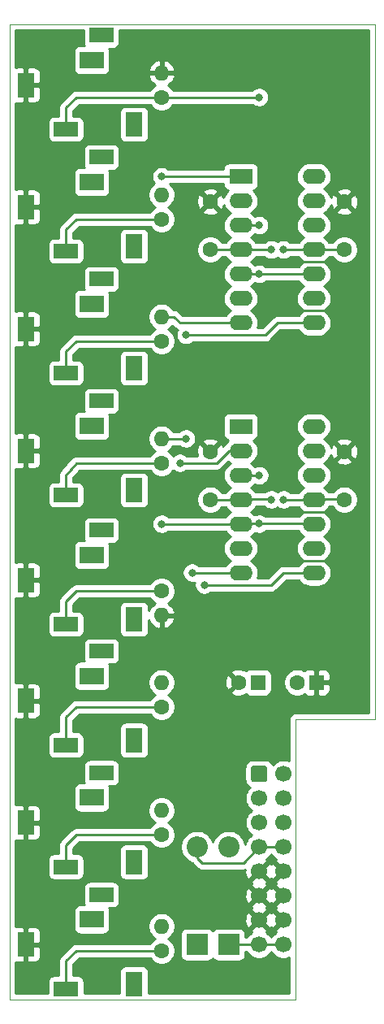
<source format=gbr>
G04 #@! TF.GenerationSoftware,KiCad,Pcbnew,(5.1.10)-1*
G04 #@! TF.CreationDate,2021-09-02T21:11:49+02:00*
G04 #@! TF.ProjectId,Buffered Multiple Main,42756666-6572-4656-9420-4d756c746970,rev?*
G04 #@! TF.SameCoordinates,Original*
G04 #@! TF.FileFunction,Copper,L2,Bot*
G04 #@! TF.FilePolarity,Positive*
%FSLAX46Y46*%
G04 Gerber Fmt 4.6, Leading zero omitted, Abs format (unit mm)*
G04 Created by KiCad (PCBNEW (5.1.10)-1) date 2021-09-02 21:11:49*
%MOMM*%
%LPD*%
G01*
G04 APERTURE LIST*
G04 #@! TA.AperFunction,Profile*
%ADD10C,0.050000*%
G04 #@! TD*
G04 #@! TA.AperFunction,ComponentPad*
%ADD11O,1.600000X1.600000*%
G04 #@! TD*
G04 #@! TA.AperFunction,ComponentPad*
%ADD12C,1.600000*%
G04 #@! TD*
G04 #@! TA.AperFunction,ComponentPad*
%ADD13O,2.400000X1.600000*%
G04 #@! TD*
G04 #@! TA.AperFunction,ComponentPad*
%ADD14R,2.400000X1.600000*%
G04 #@! TD*
G04 #@! TA.AperFunction,ComponentPad*
%ADD15O,2.200000X2.200000*%
G04 #@! TD*
G04 #@! TA.AperFunction,ComponentPad*
%ADD16R,2.200000X2.200000*%
G04 #@! TD*
G04 #@! TA.AperFunction,ComponentPad*
%ADD17R,2.500000X1.500000*%
G04 #@! TD*
G04 #@! TA.AperFunction,ComponentPad*
%ADD18R,1.800000X2.500000*%
G04 #@! TD*
G04 #@! TA.AperFunction,ComponentPad*
%ADD19R,2.500000X1.800000*%
G04 #@! TD*
G04 #@! TA.AperFunction,ComponentPad*
%ADD20C,1.700000*%
G04 #@! TD*
G04 #@! TA.AperFunction,ComponentPad*
%ADD21R,1.600000X1.600000*%
G04 #@! TD*
G04 #@! TA.AperFunction,ViaPad*
%ADD22C,0.800000*%
G04 #@! TD*
G04 #@! TA.AperFunction,Conductor*
%ADD23C,0.250000*%
G04 #@! TD*
G04 #@! TA.AperFunction,Conductor*
%ADD24C,0.254000*%
G04 #@! TD*
G04 #@! TA.AperFunction,Conductor*
%ADD25C,0.100000*%
G04 #@! TD*
G04 APERTURE END LIST*
D10*
X29845000Y-72390000D02*
X29845000Y-101600000D01*
X38100000Y-72390000D02*
X29845000Y-72390000D01*
X0Y-101600000D02*
X0Y0D01*
X29845000Y-101600000D02*
X0Y-101600000D01*
X38100000Y0D02*
X38100000Y-72390000D01*
X0Y0D02*
X38100000Y0D01*
D11*
X15875000Y-93980000D03*
D12*
X15875000Y-96520000D03*
D11*
X15875000Y-43180000D03*
D12*
X15875000Y-45720000D03*
D11*
X15875000Y-61595000D03*
D12*
X15875000Y-59055000D03*
D11*
X15875000Y-81915000D03*
D12*
X15875000Y-84455000D03*
D11*
X15875000Y-68580000D03*
D12*
X15875000Y-71120000D03*
D11*
X15875000Y-30480000D03*
D12*
X15875000Y-33020000D03*
D11*
X15875000Y-17780000D03*
D12*
X15875000Y-20320000D03*
D11*
X15875000Y-5080000D03*
D12*
X15875000Y-7620000D03*
D13*
X31750000Y-41910000D03*
X24130000Y-57150000D03*
X31750000Y-44450000D03*
X24130000Y-54610000D03*
X31750000Y-46990000D03*
X24130000Y-52070000D03*
X31750000Y-49530000D03*
X24130000Y-49530000D03*
X31750000Y-52070000D03*
X24130000Y-46990000D03*
X31750000Y-54610000D03*
X24130000Y-44450000D03*
X31750000Y-57150000D03*
D14*
X24130000Y-41910000D03*
D15*
X22860000Y-85725000D03*
D16*
X22860000Y-95885000D03*
D15*
X19558000Y-85725000D03*
D16*
X19558000Y-95885000D03*
D12*
X34925000Y-49530000D03*
X34925000Y-44530000D03*
X20955000Y-44530000D03*
X20955000Y-49530000D03*
D17*
X5900000Y-100485000D03*
X9600000Y-90685000D03*
D18*
X13000000Y-99985000D03*
D19*
X8600000Y-93285000D03*
D18*
X1700000Y-95885000D03*
D17*
X5900000Y-49050000D03*
X9600000Y-39250000D03*
D18*
X13000000Y-48550000D03*
D19*
X8600000Y-41850000D03*
D18*
X1700000Y-44450000D03*
D17*
X5900000Y-62512000D03*
X9600000Y-52712000D03*
D18*
X13000000Y-62012000D03*
D19*
X8600000Y-55312000D03*
D18*
X1700000Y-57912000D03*
D17*
X5900000Y-87785000D03*
X9600000Y-77985000D03*
D18*
X13000000Y-87285000D03*
D19*
X8600000Y-80585000D03*
D18*
X1700000Y-83185000D03*
D17*
X5900000Y-75100000D03*
X9600000Y-65300000D03*
D18*
X13000000Y-74600000D03*
D19*
X8600000Y-67900000D03*
D18*
X1700000Y-70500000D03*
D17*
X5900000Y-36350000D03*
X9600000Y-26550000D03*
D18*
X13000000Y-35850000D03*
D19*
X8600000Y-29150000D03*
D18*
X1700000Y-31750000D03*
D17*
X5900000Y-23650000D03*
X9600000Y-13850000D03*
D18*
X13000000Y-23150000D03*
D19*
X8600000Y-16450000D03*
D18*
X1700000Y-19050000D03*
D17*
X5900000Y-10950000D03*
X9600000Y-1150000D03*
D18*
X13000000Y-10450000D03*
D19*
X8600000Y-3750000D03*
D18*
X1700000Y-6350000D03*
D13*
X31750000Y-15875000D03*
X24130000Y-31115000D03*
X31750000Y-18415000D03*
X24130000Y-28575000D03*
X31750000Y-20955000D03*
X24130000Y-26035000D03*
X31750000Y-23495000D03*
X24130000Y-23495000D03*
X31750000Y-26035000D03*
X24130000Y-20955000D03*
X31750000Y-28575000D03*
X24130000Y-18415000D03*
X31750000Y-31115000D03*
D14*
X24130000Y-15875000D03*
D20*
X28575000Y-95885000D03*
X28575000Y-93345000D03*
X28575000Y-90805000D03*
X28575000Y-88265000D03*
X28575000Y-85725000D03*
X28575000Y-83185000D03*
X28575000Y-80645000D03*
X28575000Y-78105000D03*
X26035000Y-95885000D03*
X26035000Y-93345000D03*
X26035000Y-90805000D03*
X26035000Y-88265000D03*
X26035000Y-85725000D03*
X26035000Y-83185000D03*
X26035000Y-80645000D03*
G04 #@! TA.AperFunction,ComponentPad*
G36*
G01*
X25185000Y-78705000D02*
X25185000Y-77505000D01*
G75*
G02*
X25435000Y-77255000I250000J0D01*
G01*
X26635000Y-77255000D01*
G75*
G02*
X26885000Y-77505000I0J-250000D01*
G01*
X26885000Y-78705000D01*
G75*
G02*
X26635000Y-78955000I-250000J0D01*
G01*
X25435000Y-78955000D01*
G75*
G02*
X25185000Y-78705000I0J250000D01*
G01*
G37*
G04 #@! TD.AperFunction*
D12*
X34925000Y-23495000D03*
X34925000Y-18495000D03*
X20955000Y-18495000D03*
X20955000Y-23495000D03*
X30004000Y-68580000D03*
D21*
X32004000Y-68580000D03*
D12*
X23908000Y-68580000D03*
D21*
X25908000Y-68580000D03*
D22*
X26670000Y-74295000D03*
X27940000Y-71120000D03*
X27305000Y-23495000D03*
X27305000Y-49530000D03*
X28575000Y-23495000D03*
X28575000Y-49530000D03*
X26035000Y-26035000D03*
X26035000Y-20955000D03*
X26035000Y-7620000D03*
X15875000Y-15875000D03*
X17780000Y-45720000D03*
X19050000Y-57150000D03*
X26055000Y-52050000D03*
X26055000Y-47010000D03*
X15875000Y-52070000D03*
X18415000Y-32385000D03*
X18415000Y-43180000D03*
X20320000Y-58420000D03*
D23*
X33655000Y-29845000D02*
X27940000Y-29845000D01*
X33655000Y-24765000D02*
X27940000Y-24765000D01*
X33655000Y-50800000D02*
X27940000Y-50800000D01*
X33655000Y-55880000D02*
X27940000Y-55880000D01*
X27285000Y-49510000D02*
X27305000Y-49530000D01*
X24130000Y-49510000D02*
X27285000Y-49510000D01*
X24110000Y-49530000D02*
X24130000Y-49510000D01*
X20955000Y-49530000D02*
X24110000Y-49530000D01*
X20955000Y-23495000D02*
X24130000Y-23495000D01*
X24130000Y-23495000D02*
X27305000Y-23495000D01*
X31730000Y-49530000D02*
X31750000Y-49510000D01*
X28575000Y-49530000D02*
X31730000Y-49530000D01*
X34905000Y-49510000D02*
X34925000Y-49530000D01*
X31750000Y-49510000D02*
X34905000Y-49510000D01*
X28575000Y-23495000D02*
X31750000Y-23495000D01*
X31750000Y-23495000D02*
X34925000Y-23495000D01*
X15875000Y-7620000D02*
X6985000Y-7620000D01*
X5900000Y-8705000D02*
X6985000Y-7620000D01*
X5900000Y-10950000D02*
X5900000Y-8705000D01*
X24130000Y-26035000D02*
X26035000Y-26035000D01*
X31750000Y-26035000D02*
X26035000Y-26035000D01*
X26035000Y-26035000D02*
X26035000Y-26035000D01*
X24130000Y-20955000D02*
X26035000Y-20955000D01*
X26035000Y-7620000D02*
X15875000Y-7620000D01*
X15875000Y-20320000D02*
X9734998Y-20320000D01*
X9734998Y-20320000D02*
X6985000Y-20320000D01*
X5900000Y-21405000D02*
X6985000Y-20320000D01*
X5900000Y-23650000D02*
X5900000Y-21405000D01*
X15875000Y-33020000D02*
X6985000Y-33020000D01*
X5900000Y-34105000D02*
X6985000Y-33020000D01*
X5900000Y-36350000D02*
X5900000Y-34105000D01*
X6985000Y-71120000D02*
X15875000Y-71120000D01*
X5900000Y-72205000D02*
X6985000Y-71120000D01*
X5900000Y-75100000D02*
X5900000Y-72205000D01*
X15875000Y-84455000D02*
X6985000Y-84455000D01*
X5900000Y-85540000D02*
X6985000Y-84455000D01*
X5900000Y-87785000D02*
X5900000Y-85540000D01*
X24130000Y-15875000D02*
X15875000Y-15875000D01*
X15875000Y-15875000D02*
X15875000Y-15875000D01*
X24130000Y-31115000D02*
X17780000Y-31115000D01*
X17145000Y-30480000D02*
X15875000Y-30480000D01*
X17780000Y-31115000D02*
X17145000Y-30480000D01*
X17780000Y-45720000D02*
X21590000Y-45720000D01*
X22860000Y-44450000D02*
X24130000Y-44450000D01*
X21590000Y-45720000D02*
X22860000Y-44450000D01*
X24130000Y-57150000D02*
X19050000Y-57150000D01*
X19050000Y-57150000D02*
X19050000Y-57150000D01*
X15875000Y-59055000D02*
X6985000Y-59055000D01*
X5900000Y-62512000D02*
X5900000Y-60140000D01*
X5900000Y-60140000D02*
X6985000Y-59055000D01*
X24130000Y-52050000D02*
X26055000Y-52050000D01*
X26055000Y-52050000D02*
X31750000Y-52050000D01*
X26035000Y-46990000D02*
X26055000Y-47010000D01*
X24130000Y-46990000D02*
X26035000Y-46990000D01*
X15875000Y-52070000D02*
X24130000Y-52070000D01*
X6985000Y-45720000D02*
X15875000Y-45720000D01*
X5900000Y-46990000D02*
X6985000Y-45720000D01*
X5900000Y-49050000D02*
X5900000Y-46990000D01*
X6985000Y-96520000D02*
X15875000Y-96520000D01*
X5900000Y-97605000D02*
X6985000Y-96520000D01*
X5900000Y-100485000D02*
X5900000Y-97605000D01*
X31750000Y-31115000D02*
X27940000Y-31115000D01*
X27940000Y-31115000D02*
X26670000Y-32385000D01*
X26670000Y-32385000D02*
X18415000Y-32385000D01*
X18415000Y-32385000D02*
X18415000Y-32385000D01*
X18415000Y-43180000D02*
X15875000Y-43180000D01*
X31750000Y-57150000D02*
X28575000Y-57150000D01*
X28575000Y-57150000D02*
X27305000Y-58420000D01*
X27305000Y-58420000D02*
X20320000Y-58420000D01*
X20320000Y-58420000D02*
X20320000Y-58420000D01*
X28575000Y-85725000D02*
X26035000Y-85725000D01*
X24384000Y-87376000D02*
X26035000Y-85725000D01*
X20066000Y-87376000D02*
X24384000Y-87376000D01*
X19558000Y-86868000D02*
X20066000Y-87376000D01*
X19558000Y-85725000D02*
X19558000Y-86868000D01*
X28575000Y-95885000D02*
X26035000Y-95885000D01*
X26035000Y-95885000D02*
X22860000Y-95885000D01*
D24*
X7711928Y-1900000D02*
X7724188Y-2024482D01*
X7760498Y-2144180D01*
X7796711Y-2211928D01*
X7350000Y-2211928D01*
X7225518Y-2224188D01*
X7105820Y-2260498D01*
X6995506Y-2319463D01*
X6898815Y-2398815D01*
X6819463Y-2495506D01*
X6760498Y-2605820D01*
X6724188Y-2725518D01*
X6711928Y-2850000D01*
X6711928Y-4650000D01*
X6724188Y-4774482D01*
X6760498Y-4894180D01*
X6819463Y-5004494D01*
X6898815Y-5101185D01*
X6995506Y-5180537D01*
X7105820Y-5239502D01*
X7225518Y-5275812D01*
X7350000Y-5288072D01*
X9850000Y-5288072D01*
X9974482Y-5275812D01*
X10094180Y-5239502D01*
X10204494Y-5180537D01*
X10301185Y-5101185D01*
X10380537Y-5004494D01*
X10439502Y-4894180D01*
X10475812Y-4774482D01*
X10480098Y-4730960D01*
X14483091Y-4730960D01*
X14604376Y-4953000D01*
X15748000Y-4953000D01*
X15748000Y-3810085D01*
X16002000Y-3810085D01*
X16002000Y-4953000D01*
X17145624Y-4953000D01*
X17266909Y-4730960D01*
X17172070Y-4466119D01*
X17027385Y-4224869D01*
X16838414Y-4016481D01*
X16612420Y-3848963D01*
X16358087Y-3728754D01*
X16224039Y-3688096D01*
X16002000Y-3810085D01*
X15748000Y-3810085D01*
X15525961Y-3688096D01*
X15391913Y-3728754D01*
X15137580Y-3848963D01*
X14911586Y-4016481D01*
X14722615Y-4224869D01*
X14577930Y-4466119D01*
X14483091Y-4730960D01*
X10480098Y-4730960D01*
X10488072Y-4650000D01*
X10488072Y-2850000D01*
X10475812Y-2725518D01*
X10439502Y-2605820D01*
X10403289Y-2538072D01*
X10850000Y-2538072D01*
X10974482Y-2525812D01*
X11094180Y-2489502D01*
X11204494Y-2430537D01*
X11301185Y-2351185D01*
X11380537Y-2254494D01*
X11439502Y-2144180D01*
X11475812Y-2024482D01*
X11488072Y-1900000D01*
X11488072Y-660000D01*
X37440000Y-660000D01*
X37440001Y-71730000D01*
X29877419Y-71730000D01*
X29845000Y-71726807D01*
X29812581Y-71730000D01*
X29715617Y-71739550D01*
X29591207Y-71777290D01*
X29476550Y-71838575D01*
X29376052Y-71921052D01*
X29293575Y-72021550D01*
X29232290Y-72136207D01*
X29194550Y-72260617D01*
X29181807Y-72390000D01*
X29185000Y-72422419D01*
X29185000Y-76750318D01*
X29008158Y-76677068D01*
X28721260Y-76620000D01*
X28428740Y-76620000D01*
X28141842Y-76677068D01*
X27871589Y-76789010D01*
X27628368Y-76951525D01*
X27441285Y-77138608D01*
X27373405Y-77011614D01*
X27262962Y-76877038D01*
X27128386Y-76766595D01*
X26974850Y-76684528D01*
X26808254Y-76633992D01*
X26635000Y-76616928D01*
X25435000Y-76616928D01*
X25261746Y-76633992D01*
X25095150Y-76684528D01*
X24941614Y-76766595D01*
X24807038Y-76877038D01*
X24696595Y-77011614D01*
X24614528Y-77165150D01*
X24563992Y-77331746D01*
X24546928Y-77505000D01*
X24546928Y-78705000D01*
X24563992Y-78878254D01*
X24614528Y-79044850D01*
X24696595Y-79198386D01*
X24807038Y-79332962D01*
X24941614Y-79443405D01*
X25068608Y-79511285D01*
X24881525Y-79698368D01*
X24719010Y-79941589D01*
X24607068Y-80211842D01*
X24550000Y-80498740D01*
X24550000Y-80791260D01*
X24607068Y-81078158D01*
X24719010Y-81348411D01*
X24881525Y-81591632D01*
X25088368Y-81798475D01*
X25262760Y-81915000D01*
X25088368Y-82031525D01*
X24881525Y-82238368D01*
X24719010Y-82481589D01*
X24607068Y-82751842D01*
X24550000Y-83038740D01*
X24550000Y-83331260D01*
X24607068Y-83618158D01*
X24719010Y-83888411D01*
X24881525Y-84131632D01*
X25088368Y-84338475D01*
X25262760Y-84455000D01*
X25088368Y-84571525D01*
X24881525Y-84778368D01*
X24719010Y-85021589D01*
X24607068Y-85291842D01*
X24574949Y-85453314D01*
X24528325Y-85218919D01*
X24397537Y-84903169D01*
X24207663Y-84619002D01*
X23965998Y-84377337D01*
X23681831Y-84187463D01*
X23366081Y-84056675D01*
X23030883Y-83990000D01*
X22689117Y-83990000D01*
X22353919Y-84056675D01*
X22038169Y-84187463D01*
X21754002Y-84377337D01*
X21512337Y-84619002D01*
X21322463Y-84903169D01*
X21209000Y-85177093D01*
X21095537Y-84903169D01*
X20905663Y-84619002D01*
X20663998Y-84377337D01*
X20379831Y-84187463D01*
X20064081Y-84056675D01*
X19728883Y-83990000D01*
X19387117Y-83990000D01*
X19051919Y-84056675D01*
X18736169Y-84187463D01*
X18452002Y-84377337D01*
X18210337Y-84619002D01*
X18020463Y-84903169D01*
X17889675Y-85218919D01*
X17823000Y-85554117D01*
X17823000Y-85895883D01*
X17889675Y-86231081D01*
X18020463Y-86546831D01*
X18210337Y-86830998D01*
X18452002Y-87072663D01*
X18736169Y-87262537D01*
X18982284Y-87364481D01*
X18991737Y-87376000D01*
X19018000Y-87408001D01*
X19046998Y-87431799D01*
X19502200Y-87887002D01*
X19525999Y-87916001D01*
X19641724Y-88010974D01*
X19773753Y-88081546D01*
X19917014Y-88125003D01*
X20028667Y-88136000D01*
X20028676Y-88136000D01*
X20065999Y-88139676D01*
X20103322Y-88136000D01*
X24346678Y-88136000D01*
X24384000Y-88139676D01*
X24421322Y-88136000D01*
X24421333Y-88136000D01*
X24532986Y-88125003D01*
X24555650Y-88118128D01*
X24544389Y-88333531D01*
X24586401Y-88623019D01*
X24684081Y-88898747D01*
X24757528Y-89036157D01*
X25006603Y-89113792D01*
X25855395Y-88265000D01*
X26214605Y-88265000D01*
X27063397Y-89113792D01*
X27305000Y-89038486D01*
X27546603Y-89113792D01*
X28395395Y-88265000D01*
X27546603Y-87416208D01*
X27305000Y-87491514D01*
X27063397Y-87416208D01*
X26214605Y-88265000D01*
X25855395Y-88265000D01*
X25841253Y-88250858D01*
X26020858Y-88071253D01*
X26035000Y-88085395D01*
X26883792Y-87236603D01*
X26808271Y-86994311D01*
X26981632Y-86878475D01*
X27188475Y-86671632D01*
X27305000Y-86497240D01*
X27421525Y-86671632D01*
X27628368Y-86878475D01*
X27801729Y-86994311D01*
X27726208Y-87236603D01*
X28575000Y-88085395D01*
X28589143Y-88071253D01*
X28768748Y-88250858D01*
X28754605Y-88265000D01*
X28768748Y-88279143D01*
X28589143Y-88458748D01*
X28575000Y-88444605D01*
X27726208Y-89293397D01*
X27801514Y-89535000D01*
X27726208Y-89776603D01*
X28575000Y-90625395D01*
X28589143Y-90611253D01*
X28768748Y-90790858D01*
X28754605Y-90805000D01*
X28768748Y-90819143D01*
X28589143Y-90998748D01*
X28575000Y-90984605D01*
X27726208Y-91833397D01*
X27801514Y-92075000D01*
X27726208Y-92316603D01*
X28575000Y-93165395D01*
X28589143Y-93151253D01*
X28768748Y-93330858D01*
X28754605Y-93345000D01*
X28768748Y-93359143D01*
X28589143Y-93538748D01*
X28575000Y-93524605D01*
X27726208Y-94373397D01*
X27801729Y-94615689D01*
X27628368Y-94731525D01*
X27421525Y-94938368D01*
X27305000Y-95112760D01*
X27188475Y-94938368D01*
X26981632Y-94731525D01*
X26808271Y-94615689D01*
X26883792Y-94373397D01*
X26035000Y-93524605D01*
X25186208Y-94373397D01*
X25261729Y-94615689D01*
X25088368Y-94731525D01*
X24881525Y-94938368D01*
X24756822Y-95125000D01*
X24598072Y-95125000D01*
X24598072Y-94785000D01*
X24585812Y-94660518D01*
X24549502Y-94540820D01*
X24490537Y-94430506D01*
X24411185Y-94333815D01*
X24314494Y-94254463D01*
X24204180Y-94195498D01*
X24084482Y-94159188D01*
X23960000Y-94146928D01*
X21760000Y-94146928D01*
X21635518Y-94159188D01*
X21515820Y-94195498D01*
X21405506Y-94254463D01*
X21308815Y-94333815D01*
X21229463Y-94430506D01*
X21209000Y-94468789D01*
X21188537Y-94430506D01*
X21109185Y-94333815D01*
X21012494Y-94254463D01*
X20902180Y-94195498D01*
X20782482Y-94159188D01*
X20658000Y-94146928D01*
X18458000Y-94146928D01*
X18333518Y-94159188D01*
X18213820Y-94195498D01*
X18103506Y-94254463D01*
X18006815Y-94333815D01*
X17927463Y-94430506D01*
X17868498Y-94540820D01*
X17832188Y-94660518D01*
X17819928Y-94785000D01*
X17819928Y-96985000D01*
X17832188Y-97109482D01*
X17868498Y-97229180D01*
X17927463Y-97339494D01*
X18006815Y-97436185D01*
X18103506Y-97515537D01*
X18213820Y-97574502D01*
X18333518Y-97610812D01*
X18458000Y-97623072D01*
X20658000Y-97623072D01*
X20782482Y-97610812D01*
X20902180Y-97574502D01*
X21012494Y-97515537D01*
X21109185Y-97436185D01*
X21188537Y-97339494D01*
X21209000Y-97301211D01*
X21229463Y-97339494D01*
X21308815Y-97436185D01*
X21405506Y-97515537D01*
X21515820Y-97574502D01*
X21635518Y-97610812D01*
X21760000Y-97623072D01*
X23960000Y-97623072D01*
X24084482Y-97610812D01*
X24204180Y-97574502D01*
X24314494Y-97515537D01*
X24411185Y-97436185D01*
X24490537Y-97339494D01*
X24549502Y-97229180D01*
X24585812Y-97109482D01*
X24598072Y-96985000D01*
X24598072Y-96645000D01*
X24756822Y-96645000D01*
X24881525Y-96831632D01*
X25088368Y-97038475D01*
X25331589Y-97200990D01*
X25601842Y-97312932D01*
X25888740Y-97370000D01*
X26181260Y-97370000D01*
X26468158Y-97312932D01*
X26738411Y-97200990D01*
X26981632Y-97038475D01*
X27188475Y-96831632D01*
X27305000Y-96657240D01*
X27421525Y-96831632D01*
X27628368Y-97038475D01*
X27871589Y-97200990D01*
X28141842Y-97312932D01*
X28428740Y-97370000D01*
X28721260Y-97370000D01*
X29008158Y-97312932D01*
X29185001Y-97239682D01*
X29185001Y-100940000D01*
X14538072Y-100940000D01*
X14538072Y-98735000D01*
X14525812Y-98610518D01*
X14489502Y-98490820D01*
X14430537Y-98380506D01*
X14351185Y-98283815D01*
X14254494Y-98204463D01*
X14144180Y-98145498D01*
X14024482Y-98109188D01*
X13900000Y-98096928D01*
X12100000Y-98096928D01*
X11975518Y-98109188D01*
X11855820Y-98145498D01*
X11745506Y-98204463D01*
X11648815Y-98283815D01*
X11569463Y-98380506D01*
X11510498Y-98490820D01*
X11474188Y-98610518D01*
X11461928Y-98735000D01*
X11461928Y-100940000D01*
X7788072Y-100940000D01*
X7788072Y-99735000D01*
X7775812Y-99610518D01*
X7739502Y-99490820D01*
X7680537Y-99380506D01*
X7601185Y-99283815D01*
X7504494Y-99204463D01*
X7394180Y-99145498D01*
X7274482Y-99109188D01*
X7150000Y-99096928D01*
X6660000Y-99096928D01*
X6660000Y-97919801D01*
X7299802Y-97280000D01*
X14656957Y-97280000D01*
X14760363Y-97434759D01*
X14960241Y-97634637D01*
X15195273Y-97791680D01*
X15456426Y-97899853D01*
X15733665Y-97955000D01*
X16016335Y-97955000D01*
X16293574Y-97899853D01*
X16554727Y-97791680D01*
X16789759Y-97634637D01*
X16989637Y-97434759D01*
X17146680Y-97199727D01*
X17254853Y-96938574D01*
X17310000Y-96661335D01*
X17310000Y-96378665D01*
X17254853Y-96101426D01*
X17146680Y-95840273D01*
X16989637Y-95605241D01*
X16789759Y-95405363D01*
X16557241Y-95250000D01*
X16789759Y-95094637D01*
X16989637Y-94894759D01*
X17146680Y-94659727D01*
X17254853Y-94398574D01*
X17310000Y-94121335D01*
X17310000Y-93838665D01*
X17254853Y-93561426D01*
X17193593Y-93413531D01*
X24544389Y-93413531D01*
X24586401Y-93703019D01*
X24684081Y-93978747D01*
X24757528Y-94116157D01*
X25006603Y-94193792D01*
X25855395Y-93345000D01*
X26214605Y-93345000D01*
X27063397Y-94193792D01*
X27305000Y-94118486D01*
X27546603Y-94193792D01*
X28395395Y-93345000D01*
X27546603Y-92496208D01*
X27305000Y-92571514D01*
X27063397Y-92496208D01*
X26214605Y-93345000D01*
X25855395Y-93345000D01*
X25006603Y-92496208D01*
X24757528Y-92573843D01*
X24631629Y-92837883D01*
X24559661Y-93121411D01*
X24544389Y-93413531D01*
X17193593Y-93413531D01*
X17146680Y-93300273D01*
X16989637Y-93065241D01*
X16789759Y-92865363D01*
X16554727Y-92708320D01*
X16293574Y-92600147D01*
X16016335Y-92545000D01*
X15733665Y-92545000D01*
X15456426Y-92600147D01*
X15195273Y-92708320D01*
X14960241Y-92865363D01*
X14760363Y-93065241D01*
X14603320Y-93300273D01*
X14495147Y-93561426D01*
X14440000Y-93838665D01*
X14440000Y-94121335D01*
X14495147Y-94398574D01*
X14603320Y-94659727D01*
X14760363Y-94894759D01*
X14960241Y-95094637D01*
X15192759Y-95250000D01*
X14960241Y-95405363D01*
X14760363Y-95605241D01*
X14656957Y-95760000D01*
X7022325Y-95760000D01*
X6985000Y-95756324D01*
X6947675Y-95760000D01*
X6947667Y-95760000D01*
X6836014Y-95770997D01*
X6692753Y-95814454D01*
X6560724Y-95885026D01*
X6444999Y-95979999D01*
X6421201Y-96008997D01*
X5388998Y-97041201D01*
X5360000Y-97064999D01*
X5336202Y-97093997D01*
X5336201Y-97093998D01*
X5265026Y-97180724D01*
X5194454Y-97312754D01*
X5174305Y-97379180D01*
X5150998Y-97456014D01*
X5145135Y-97515537D01*
X5136324Y-97605000D01*
X5140001Y-97642332D01*
X5140000Y-99096928D01*
X4650000Y-99096928D01*
X4525518Y-99109188D01*
X4405820Y-99145498D01*
X4295506Y-99204463D01*
X4198815Y-99283815D01*
X4119463Y-99380506D01*
X4060498Y-99490820D01*
X4024188Y-99610518D01*
X4011928Y-99735000D01*
X4011928Y-100940000D01*
X660000Y-100940000D01*
X660000Y-97756105D01*
X675518Y-97760812D01*
X800000Y-97773072D01*
X1414250Y-97770000D01*
X1573000Y-97611250D01*
X1573000Y-96012000D01*
X1827000Y-96012000D01*
X1827000Y-97611250D01*
X1985750Y-97770000D01*
X2600000Y-97773072D01*
X2724482Y-97760812D01*
X2844180Y-97724502D01*
X2954494Y-97665537D01*
X3051185Y-97586185D01*
X3130537Y-97489494D01*
X3189502Y-97379180D01*
X3225812Y-97259482D01*
X3238072Y-97135000D01*
X3235000Y-96170750D01*
X3076250Y-96012000D01*
X1827000Y-96012000D01*
X1573000Y-96012000D01*
X1553000Y-96012000D01*
X1553000Y-95758000D01*
X1573000Y-95758000D01*
X1573000Y-94158750D01*
X1827000Y-94158750D01*
X1827000Y-95758000D01*
X3076250Y-95758000D01*
X3235000Y-95599250D01*
X3238072Y-94635000D01*
X3225812Y-94510518D01*
X3189502Y-94390820D01*
X3130537Y-94280506D01*
X3051185Y-94183815D01*
X2954494Y-94104463D01*
X2844180Y-94045498D01*
X2724482Y-94009188D01*
X2600000Y-93996928D01*
X1985750Y-94000000D01*
X1827000Y-94158750D01*
X1573000Y-94158750D01*
X1414250Y-94000000D01*
X800000Y-93996928D01*
X675518Y-94009188D01*
X660000Y-94013895D01*
X660000Y-92385000D01*
X6711928Y-92385000D01*
X6711928Y-94185000D01*
X6724188Y-94309482D01*
X6760498Y-94429180D01*
X6819463Y-94539494D01*
X6898815Y-94636185D01*
X6995506Y-94715537D01*
X7105820Y-94774502D01*
X7225518Y-94810812D01*
X7350000Y-94823072D01*
X9850000Y-94823072D01*
X9974482Y-94810812D01*
X10094180Y-94774502D01*
X10204494Y-94715537D01*
X10301185Y-94636185D01*
X10380537Y-94539494D01*
X10439502Y-94429180D01*
X10475812Y-94309482D01*
X10488072Y-94185000D01*
X10488072Y-92385000D01*
X10475812Y-92260518D01*
X10439502Y-92140820D01*
X10403289Y-92073072D01*
X10850000Y-92073072D01*
X10974482Y-92060812D01*
X11094180Y-92024502D01*
X11204494Y-91965537D01*
X11301185Y-91886185D01*
X11344506Y-91833397D01*
X25186208Y-91833397D01*
X25261514Y-92075000D01*
X25186208Y-92316603D01*
X26035000Y-93165395D01*
X26883792Y-92316603D01*
X26808486Y-92075000D01*
X26883792Y-91833397D01*
X26035000Y-90984605D01*
X25186208Y-91833397D01*
X11344506Y-91833397D01*
X11380537Y-91789494D01*
X11439502Y-91679180D01*
X11475812Y-91559482D01*
X11488072Y-91435000D01*
X11488072Y-90873531D01*
X24544389Y-90873531D01*
X24586401Y-91163019D01*
X24684081Y-91438747D01*
X24757528Y-91576157D01*
X25006603Y-91653792D01*
X25855395Y-90805000D01*
X26214605Y-90805000D01*
X27063397Y-91653792D01*
X27305000Y-91578486D01*
X27546603Y-91653792D01*
X28395395Y-90805000D01*
X27546603Y-89956208D01*
X27305000Y-90031514D01*
X27063397Y-89956208D01*
X26214605Y-90805000D01*
X25855395Y-90805000D01*
X25006603Y-89956208D01*
X24757528Y-90033843D01*
X24631629Y-90297883D01*
X24559661Y-90581411D01*
X24544389Y-90873531D01*
X11488072Y-90873531D01*
X11488072Y-89935000D01*
X11475812Y-89810518D01*
X11439502Y-89690820D01*
X11380537Y-89580506D01*
X11301185Y-89483815D01*
X11204494Y-89404463D01*
X11094180Y-89345498D01*
X10974482Y-89309188D01*
X10850000Y-89296928D01*
X8350000Y-89296928D01*
X8225518Y-89309188D01*
X8105820Y-89345498D01*
X7995506Y-89404463D01*
X7898815Y-89483815D01*
X7819463Y-89580506D01*
X7760498Y-89690820D01*
X7724188Y-89810518D01*
X7711928Y-89935000D01*
X7711928Y-91435000D01*
X7724188Y-91559482D01*
X7760498Y-91679180D01*
X7796711Y-91746928D01*
X7350000Y-91746928D01*
X7225518Y-91759188D01*
X7105820Y-91795498D01*
X6995506Y-91854463D01*
X6898815Y-91933815D01*
X6819463Y-92030506D01*
X6760498Y-92140820D01*
X6724188Y-92260518D01*
X6711928Y-92385000D01*
X660000Y-92385000D01*
X660000Y-89293397D01*
X25186208Y-89293397D01*
X25261514Y-89535000D01*
X25186208Y-89776603D01*
X26035000Y-90625395D01*
X26883792Y-89776603D01*
X26808486Y-89535000D01*
X26883792Y-89293397D01*
X26035000Y-88444605D01*
X25186208Y-89293397D01*
X660000Y-89293397D01*
X660000Y-87035000D01*
X4011928Y-87035000D01*
X4011928Y-88535000D01*
X4024188Y-88659482D01*
X4060498Y-88779180D01*
X4119463Y-88889494D01*
X4198815Y-88986185D01*
X4295506Y-89065537D01*
X4405820Y-89124502D01*
X4525518Y-89160812D01*
X4650000Y-89173072D01*
X7150000Y-89173072D01*
X7274482Y-89160812D01*
X7394180Y-89124502D01*
X7504494Y-89065537D01*
X7601185Y-88986185D01*
X7680537Y-88889494D01*
X7739502Y-88779180D01*
X7775812Y-88659482D01*
X7788072Y-88535000D01*
X7788072Y-87035000D01*
X7775812Y-86910518D01*
X7739502Y-86790820D01*
X7680537Y-86680506D01*
X7601185Y-86583815D01*
X7504494Y-86504463D01*
X7394180Y-86445498D01*
X7274482Y-86409188D01*
X7150000Y-86396928D01*
X6660000Y-86396928D01*
X6660000Y-86035000D01*
X11461928Y-86035000D01*
X11461928Y-88535000D01*
X11474188Y-88659482D01*
X11510498Y-88779180D01*
X11569463Y-88889494D01*
X11648815Y-88986185D01*
X11745506Y-89065537D01*
X11855820Y-89124502D01*
X11975518Y-89160812D01*
X12100000Y-89173072D01*
X13900000Y-89173072D01*
X14024482Y-89160812D01*
X14144180Y-89124502D01*
X14254494Y-89065537D01*
X14351185Y-88986185D01*
X14430537Y-88889494D01*
X14489502Y-88779180D01*
X14525812Y-88659482D01*
X14538072Y-88535000D01*
X14538072Y-86035000D01*
X14525812Y-85910518D01*
X14489502Y-85790820D01*
X14430537Y-85680506D01*
X14351185Y-85583815D01*
X14254494Y-85504463D01*
X14144180Y-85445498D01*
X14024482Y-85409188D01*
X13900000Y-85396928D01*
X12100000Y-85396928D01*
X11975518Y-85409188D01*
X11855820Y-85445498D01*
X11745506Y-85504463D01*
X11648815Y-85583815D01*
X11569463Y-85680506D01*
X11510498Y-85790820D01*
X11474188Y-85910518D01*
X11461928Y-86035000D01*
X6660000Y-86035000D01*
X6660000Y-85854801D01*
X7299802Y-85215000D01*
X14656957Y-85215000D01*
X14760363Y-85369759D01*
X14960241Y-85569637D01*
X15195273Y-85726680D01*
X15456426Y-85834853D01*
X15733665Y-85890000D01*
X16016335Y-85890000D01*
X16293574Y-85834853D01*
X16554727Y-85726680D01*
X16789759Y-85569637D01*
X16989637Y-85369759D01*
X17146680Y-85134727D01*
X17254853Y-84873574D01*
X17310000Y-84596335D01*
X17310000Y-84313665D01*
X17254853Y-84036426D01*
X17146680Y-83775273D01*
X16989637Y-83540241D01*
X16789759Y-83340363D01*
X16557241Y-83185000D01*
X16789759Y-83029637D01*
X16989637Y-82829759D01*
X17146680Y-82594727D01*
X17254853Y-82333574D01*
X17310000Y-82056335D01*
X17310000Y-81773665D01*
X17254853Y-81496426D01*
X17146680Y-81235273D01*
X16989637Y-81000241D01*
X16789759Y-80800363D01*
X16554727Y-80643320D01*
X16293574Y-80535147D01*
X16016335Y-80480000D01*
X15733665Y-80480000D01*
X15456426Y-80535147D01*
X15195273Y-80643320D01*
X14960241Y-80800363D01*
X14760363Y-81000241D01*
X14603320Y-81235273D01*
X14495147Y-81496426D01*
X14440000Y-81773665D01*
X14440000Y-82056335D01*
X14495147Y-82333574D01*
X14603320Y-82594727D01*
X14760363Y-82829759D01*
X14960241Y-83029637D01*
X15192759Y-83185000D01*
X14960241Y-83340363D01*
X14760363Y-83540241D01*
X14656957Y-83695000D01*
X7022325Y-83695000D01*
X6985000Y-83691324D01*
X6947675Y-83695000D01*
X6947667Y-83695000D01*
X6836014Y-83705997D01*
X6692753Y-83749454D01*
X6560724Y-83820026D01*
X6444999Y-83914999D01*
X6421201Y-83943997D01*
X5388998Y-84976201D01*
X5360000Y-84999999D01*
X5336202Y-85028997D01*
X5336201Y-85028998D01*
X5265026Y-85115724D01*
X5194454Y-85247754D01*
X5150998Y-85391015D01*
X5136324Y-85540000D01*
X5140001Y-85577332D01*
X5140001Y-86396928D01*
X4650000Y-86396928D01*
X4525518Y-86409188D01*
X4405820Y-86445498D01*
X4295506Y-86504463D01*
X4198815Y-86583815D01*
X4119463Y-86680506D01*
X4060498Y-86790820D01*
X4024188Y-86910518D01*
X4011928Y-87035000D01*
X660000Y-87035000D01*
X660000Y-85056105D01*
X675518Y-85060812D01*
X800000Y-85073072D01*
X1414250Y-85070000D01*
X1573000Y-84911250D01*
X1573000Y-83312000D01*
X1827000Y-83312000D01*
X1827000Y-84911250D01*
X1985750Y-85070000D01*
X2600000Y-85073072D01*
X2724482Y-85060812D01*
X2844180Y-85024502D01*
X2954494Y-84965537D01*
X3051185Y-84886185D01*
X3130537Y-84789494D01*
X3189502Y-84679180D01*
X3225812Y-84559482D01*
X3238072Y-84435000D01*
X3235000Y-83470750D01*
X3076250Y-83312000D01*
X1827000Y-83312000D01*
X1573000Y-83312000D01*
X1553000Y-83312000D01*
X1553000Y-83058000D01*
X1573000Y-83058000D01*
X1573000Y-81458750D01*
X1827000Y-81458750D01*
X1827000Y-83058000D01*
X3076250Y-83058000D01*
X3235000Y-82899250D01*
X3238072Y-81935000D01*
X3225812Y-81810518D01*
X3189502Y-81690820D01*
X3130537Y-81580506D01*
X3051185Y-81483815D01*
X2954494Y-81404463D01*
X2844180Y-81345498D01*
X2724482Y-81309188D01*
X2600000Y-81296928D01*
X1985750Y-81300000D01*
X1827000Y-81458750D01*
X1573000Y-81458750D01*
X1414250Y-81300000D01*
X800000Y-81296928D01*
X675518Y-81309188D01*
X660000Y-81313895D01*
X660000Y-79685000D01*
X6711928Y-79685000D01*
X6711928Y-81485000D01*
X6724188Y-81609482D01*
X6760498Y-81729180D01*
X6819463Y-81839494D01*
X6898815Y-81936185D01*
X6995506Y-82015537D01*
X7105820Y-82074502D01*
X7225518Y-82110812D01*
X7350000Y-82123072D01*
X9850000Y-82123072D01*
X9974482Y-82110812D01*
X10094180Y-82074502D01*
X10204494Y-82015537D01*
X10301185Y-81936185D01*
X10380537Y-81839494D01*
X10439502Y-81729180D01*
X10475812Y-81609482D01*
X10488072Y-81485000D01*
X10488072Y-79685000D01*
X10475812Y-79560518D01*
X10439502Y-79440820D01*
X10403289Y-79373072D01*
X10850000Y-79373072D01*
X10974482Y-79360812D01*
X11094180Y-79324502D01*
X11204494Y-79265537D01*
X11301185Y-79186185D01*
X11380537Y-79089494D01*
X11439502Y-78979180D01*
X11475812Y-78859482D01*
X11488072Y-78735000D01*
X11488072Y-77235000D01*
X11475812Y-77110518D01*
X11439502Y-76990820D01*
X11380537Y-76880506D01*
X11301185Y-76783815D01*
X11204494Y-76704463D01*
X11094180Y-76645498D01*
X10974482Y-76609188D01*
X10850000Y-76596928D01*
X8350000Y-76596928D01*
X8225518Y-76609188D01*
X8105820Y-76645498D01*
X7995506Y-76704463D01*
X7898815Y-76783815D01*
X7819463Y-76880506D01*
X7760498Y-76990820D01*
X7724188Y-77110518D01*
X7711928Y-77235000D01*
X7711928Y-78735000D01*
X7724188Y-78859482D01*
X7760498Y-78979180D01*
X7796711Y-79046928D01*
X7350000Y-79046928D01*
X7225518Y-79059188D01*
X7105820Y-79095498D01*
X6995506Y-79154463D01*
X6898815Y-79233815D01*
X6819463Y-79330506D01*
X6760498Y-79440820D01*
X6724188Y-79560518D01*
X6711928Y-79685000D01*
X660000Y-79685000D01*
X660000Y-74350000D01*
X4011928Y-74350000D01*
X4011928Y-75850000D01*
X4024188Y-75974482D01*
X4060498Y-76094180D01*
X4119463Y-76204494D01*
X4198815Y-76301185D01*
X4295506Y-76380537D01*
X4405820Y-76439502D01*
X4525518Y-76475812D01*
X4650000Y-76488072D01*
X7150000Y-76488072D01*
X7274482Y-76475812D01*
X7394180Y-76439502D01*
X7504494Y-76380537D01*
X7601185Y-76301185D01*
X7680537Y-76204494D01*
X7739502Y-76094180D01*
X7775812Y-75974482D01*
X7788072Y-75850000D01*
X7788072Y-74350000D01*
X7775812Y-74225518D01*
X7739502Y-74105820D01*
X7680537Y-73995506D01*
X7601185Y-73898815D01*
X7504494Y-73819463D01*
X7394180Y-73760498D01*
X7274482Y-73724188D01*
X7150000Y-73711928D01*
X6660000Y-73711928D01*
X6660000Y-73350000D01*
X11461928Y-73350000D01*
X11461928Y-75850000D01*
X11474188Y-75974482D01*
X11510498Y-76094180D01*
X11569463Y-76204494D01*
X11648815Y-76301185D01*
X11745506Y-76380537D01*
X11855820Y-76439502D01*
X11975518Y-76475812D01*
X12100000Y-76488072D01*
X13900000Y-76488072D01*
X14024482Y-76475812D01*
X14144180Y-76439502D01*
X14254494Y-76380537D01*
X14351185Y-76301185D01*
X14430537Y-76204494D01*
X14489502Y-76094180D01*
X14525812Y-75974482D01*
X14538072Y-75850000D01*
X14538072Y-73350000D01*
X14525812Y-73225518D01*
X14489502Y-73105820D01*
X14430537Y-72995506D01*
X14351185Y-72898815D01*
X14254494Y-72819463D01*
X14144180Y-72760498D01*
X14024482Y-72724188D01*
X13900000Y-72711928D01*
X12100000Y-72711928D01*
X11975518Y-72724188D01*
X11855820Y-72760498D01*
X11745506Y-72819463D01*
X11648815Y-72898815D01*
X11569463Y-72995506D01*
X11510498Y-73105820D01*
X11474188Y-73225518D01*
X11461928Y-73350000D01*
X6660000Y-73350000D01*
X6660000Y-72519801D01*
X7299802Y-71880000D01*
X14656957Y-71880000D01*
X14760363Y-72034759D01*
X14960241Y-72234637D01*
X15195273Y-72391680D01*
X15456426Y-72499853D01*
X15733665Y-72555000D01*
X16016335Y-72555000D01*
X16293574Y-72499853D01*
X16554727Y-72391680D01*
X16789759Y-72234637D01*
X16989637Y-72034759D01*
X17146680Y-71799727D01*
X17254853Y-71538574D01*
X17310000Y-71261335D01*
X17310000Y-70978665D01*
X17254853Y-70701426D01*
X17146680Y-70440273D01*
X16989637Y-70205241D01*
X16789759Y-70005363D01*
X16557241Y-69850000D01*
X16789759Y-69694637D01*
X16989637Y-69494759D01*
X17146680Y-69259727D01*
X17254853Y-68998574D01*
X17310000Y-68721335D01*
X17310000Y-68650512D01*
X22467783Y-68650512D01*
X22509213Y-68930130D01*
X22604397Y-69196292D01*
X22671329Y-69321514D01*
X22915298Y-69393097D01*
X23728395Y-68580000D01*
X22915298Y-67766903D01*
X22671329Y-67838486D01*
X22550429Y-68093996D01*
X22481700Y-68368184D01*
X22467783Y-68650512D01*
X17310000Y-68650512D01*
X17310000Y-68438665D01*
X17254853Y-68161426D01*
X17146680Y-67900273D01*
X16989637Y-67665241D01*
X16911694Y-67587298D01*
X23094903Y-67587298D01*
X23908000Y-68400395D01*
X23922143Y-68386253D01*
X24101748Y-68565858D01*
X24087605Y-68580000D01*
X24101748Y-68594143D01*
X23922143Y-68773748D01*
X23908000Y-68759605D01*
X23094903Y-69572702D01*
X23166486Y-69816671D01*
X23421996Y-69937571D01*
X23696184Y-70006300D01*
X23978512Y-70020217D01*
X24258130Y-69978787D01*
X24524292Y-69883603D01*
X24646309Y-69818384D01*
X24656815Y-69831185D01*
X24753506Y-69910537D01*
X24863820Y-69969502D01*
X24983518Y-70005812D01*
X25108000Y-70018072D01*
X26708000Y-70018072D01*
X26832482Y-70005812D01*
X26952180Y-69969502D01*
X27062494Y-69910537D01*
X27159185Y-69831185D01*
X27238537Y-69734494D01*
X27297502Y-69624180D01*
X27333812Y-69504482D01*
X27346072Y-69380000D01*
X27346072Y-68438665D01*
X28569000Y-68438665D01*
X28569000Y-68721335D01*
X28624147Y-68998574D01*
X28732320Y-69259727D01*
X28889363Y-69494759D01*
X29089241Y-69694637D01*
X29324273Y-69851680D01*
X29585426Y-69959853D01*
X29862665Y-70015000D01*
X30145335Y-70015000D01*
X30422574Y-69959853D01*
X30683727Y-69851680D01*
X30739210Y-69814607D01*
X30752815Y-69831185D01*
X30849506Y-69910537D01*
X30959820Y-69969502D01*
X31079518Y-70005812D01*
X31204000Y-70018072D01*
X31718250Y-70015000D01*
X31877000Y-69856250D01*
X31877000Y-68707000D01*
X32131000Y-68707000D01*
X32131000Y-69856250D01*
X32289750Y-70015000D01*
X32804000Y-70018072D01*
X32928482Y-70005812D01*
X33048180Y-69969502D01*
X33158494Y-69910537D01*
X33255185Y-69831185D01*
X33334537Y-69734494D01*
X33393502Y-69624180D01*
X33429812Y-69504482D01*
X33442072Y-69380000D01*
X33439000Y-68865750D01*
X33280250Y-68707000D01*
X32131000Y-68707000D01*
X31877000Y-68707000D01*
X31857000Y-68707000D01*
X31857000Y-68453000D01*
X31877000Y-68453000D01*
X31877000Y-67303750D01*
X32131000Y-67303750D01*
X32131000Y-68453000D01*
X33280250Y-68453000D01*
X33439000Y-68294250D01*
X33442072Y-67780000D01*
X33429812Y-67655518D01*
X33393502Y-67535820D01*
X33334537Y-67425506D01*
X33255185Y-67328815D01*
X33158494Y-67249463D01*
X33048180Y-67190498D01*
X32928482Y-67154188D01*
X32804000Y-67141928D01*
X32289750Y-67145000D01*
X32131000Y-67303750D01*
X31877000Y-67303750D01*
X31718250Y-67145000D01*
X31204000Y-67141928D01*
X31079518Y-67154188D01*
X30959820Y-67190498D01*
X30849506Y-67249463D01*
X30752815Y-67328815D01*
X30739210Y-67345393D01*
X30683727Y-67308320D01*
X30422574Y-67200147D01*
X30145335Y-67145000D01*
X29862665Y-67145000D01*
X29585426Y-67200147D01*
X29324273Y-67308320D01*
X29089241Y-67465363D01*
X28889363Y-67665241D01*
X28732320Y-67900273D01*
X28624147Y-68161426D01*
X28569000Y-68438665D01*
X27346072Y-68438665D01*
X27346072Y-67780000D01*
X27333812Y-67655518D01*
X27297502Y-67535820D01*
X27238537Y-67425506D01*
X27159185Y-67328815D01*
X27062494Y-67249463D01*
X26952180Y-67190498D01*
X26832482Y-67154188D01*
X26708000Y-67141928D01*
X25108000Y-67141928D01*
X24983518Y-67154188D01*
X24863820Y-67190498D01*
X24753506Y-67249463D01*
X24656815Y-67328815D01*
X24646193Y-67341758D01*
X24394004Y-67222429D01*
X24119816Y-67153700D01*
X23837488Y-67139783D01*
X23557870Y-67181213D01*
X23291708Y-67276397D01*
X23166486Y-67343329D01*
X23094903Y-67587298D01*
X16911694Y-67587298D01*
X16789759Y-67465363D01*
X16554727Y-67308320D01*
X16293574Y-67200147D01*
X16016335Y-67145000D01*
X15733665Y-67145000D01*
X15456426Y-67200147D01*
X15195273Y-67308320D01*
X14960241Y-67465363D01*
X14760363Y-67665241D01*
X14603320Y-67900273D01*
X14495147Y-68161426D01*
X14440000Y-68438665D01*
X14440000Y-68721335D01*
X14495147Y-68998574D01*
X14603320Y-69259727D01*
X14760363Y-69494759D01*
X14960241Y-69694637D01*
X15192759Y-69850000D01*
X14960241Y-70005363D01*
X14760363Y-70205241D01*
X14656957Y-70360000D01*
X7022325Y-70360000D01*
X6985000Y-70356324D01*
X6947675Y-70360000D01*
X6947667Y-70360000D01*
X6836014Y-70370997D01*
X6692753Y-70414454D01*
X6560724Y-70485026D01*
X6444999Y-70579999D01*
X6421201Y-70608997D01*
X5388998Y-71641201D01*
X5360000Y-71664999D01*
X5336202Y-71693997D01*
X5336201Y-71693998D01*
X5265026Y-71780724D01*
X5194454Y-71912754D01*
X5169755Y-71994180D01*
X5150998Y-72056014D01*
X5140001Y-72167667D01*
X5136324Y-72205000D01*
X5140001Y-72242332D01*
X5140000Y-73711928D01*
X4650000Y-73711928D01*
X4525518Y-73724188D01*
X4405820Y-73760498D01*
X4295506Y-73819463D01*
X4198815Y-73898815D01*
X4119463Y-73995506D01*
X4060498Y-74105820D01*
X4024188Y-74225518D01*
X4011928Y-74350000D01*
X660000Y-74350000D01*
X660000Y-72371105D01*
X675518Y-72375812D01*
X800000Y-72388072D01*
X1414250Y-72385000D01*
X1573000Y-72226250D01*
X1573000Y-70627000D01*
X1827000Y-70627000D01*
X1827000Y-72226250D01*
X1985750Y-72385000D01*
X2600000Y-72388072D01*
X2724482Y-72375812D01*
X2844180Y-72339502D01*
X2954494Y-72280537D01*
X3051185Y-72201185D01*
X3130537Y-72104494D01*
X3189502Y-71994180D01*
X3225812Y-71874482D01*
X3238072Y-71750000D01*
X3235000Y-70785750D01*
X3076250Y-70627000D01*
X1827000Y-70627000D01*
X1573000Y-70627000D01*
X1553000Y-70627000D01*
X1553000Y-70373000D01*
X1573000Y-70373000D01*
X1573000Y-68773750D01*
X1827000Y-68773750D01*
X1827000Y-70373000D01*
X3076250Y-70373000D01*
X3235000Y-70214250D01*
X3238072Y-69250000D01*
X3225812Y-69125518D01*
X3189502Y-69005820D01*
X3130537Y-68895506D01*
X3051185Y-68798815D01*
X2954494Y-68719463D01*
X2844180Y-68660498D01*
X2724482Y-68624188D01*
X2600000Y-68611928D01*
X1985750Y-68615000D01*
X1827000Y-68773750D01*
X1573000Y-68773750D01*
X1414250Y-68615000D01*
X800000Y-68611928D01*
X675518Y-68624188D01*
X660000Y-68628895D01*
X660000Y-67000000D01*
X6711928Y-67000000D01*
X6711928Y-68800000D01*
X6724188Y-68924482D01*
X6760498Y-69044180D01*
X6819463Y-69154494D01*
X6898815Y-69251185D01*
X6995506Y-69330537D01*
X7105820Y-69389502D01*
X7225518Y-69425812D01*
X7350000Y-69438072D01*
X9850000Y-69438072D01*
X9974482Y-69425812D01*
X10094180Y-69389502D01*
X10204494Y-69330537D01*
X10301185Y-69251185D01*
X10380537Y-69154494D01*
X10439502Y-69044180D01*
X10475812Y-68924482D01*
X10488072Y-68800000D01*
X10488072Y-67000000D01*
X10475812Y-66875518D01*
X10439502Y-66755820D01*
X10403289Y-66688072D01*
X10850000Y-66688072D01*
X10974482Y-66675812D01*
X11094180Y-66639502D01*
X11204494Y-66580537D01*
X11301185Y-66501185D01*
X11380537Y-66404494D01*
X11439502Y-66294180D01*
X11475812Y-66174482D01*
X11488072Y-66050000D01*
X11488072Y-64550000D01*
X11475812Y-64425518D01*
X11439502Y-64305820D01*
X11380537Y-64195506D01*
X11301185Y-64098815D01*
X11204494Y-64019463D01*
X11094180Y-63960498D01*
X10974482Y-63924188D01*
X10850000Y-63911928D01*
X8350000Y-63911928D01*
X8225518Y-63924188D01*
X8105820Y-63960498D01*
X7995506Y-64019463D01*
X7898815Y-64098815D01*
X7819463Y-64195506D01*
X7760498Y-64305820D01*
X7724188Y-64425518D01*
X7711928Y-64550000D01*
X7711928Y-66050000D01*
X7724188Y-66174482D01*
X7760498Y-66294180D01*
X7796711Y-66361928D01*
X7350000Y-66361928D01*
X7225518Y-66374188D01*
X7105820Y-66410498D01*
X6995506Y-66469463D01*
X6898815Y-66548815D01*
X6819463Y-66645506D01*
X6760498Y-66755820D01*
X6724188Y-66875518D01*
X6711928Y-67000000D01*
X660000Y-67000000D01*
X660000Y-61762000D01*
X4011928Y-61762000D01*
X4011928Y-63262000D01*
X4024188Y-63386482D01*
X4060498Y-63506180D01*
X4119463Y-63616494D01*
X4198815Y-63713185D01*
X4295506Y-63792537D01*
X4405820Y-63851502D01*
X4525518Y-63887812D01*
X4650000Y-63900072D01*
X7150000Y-63900072D01*
X7274482Y-63887812D01*
X7394180Y-63851502D01*
X7504494Y-63792537D01*
X7601185Y-63713185D01*
X7680537Y-63616494D01*
X7739502Y-63506180D01*
X7775812Y-63386482D01*
X7788072Y-63262000D01*
X7788072Y-61762000D01*
X7775812Y-61637518D01*
X7739502Y-61517820D01*
X7680537Y-61407506D01*
X7601185Y-61310815D01*
X7504494Y-61231463D01*
X7394180Y-61172498D01*
X7274482Y-61136188D01*
X7150000Y-61123928D01*
X6660000Y-61123928D01*
X6660000Y-60454801D01*
X7299802Y-59815000D01*
X14656957Y-59815000D01*
X14760363Y-59969759D01*
X14960241Y-60169637D01*
X15195273Y-60326680D01*
X15206565Y-60331357D01*
X15137580Y-60363963D01*
X14911586Y-60531481D01*
X14722615Y-60739869D01*
X14577930Y-60981119D01*
X14538072Y-61092424D01*
X14538072Y-60762000D01*
X14525812Y-60637518D01*
X14489502Y-60517820D01*
X14430537Y-60407506D01*
X14351185Y-60310815D01*
X14254494Y-60231463D01*
X14144180Y-60172498D01*
X14024482Y-60136188D01*
X13900000Y-60123928D01*
X12100000Y-60123928D01*
X11975518Y-60136188D01*
X11855820Y-60172498D01*
X11745506Y-60231463D01*
X11648815Y-60310815D01*
X11569463Y-60407506D01*
X11510498Y-60517820D01*
X11474188Y-60637518D01*
X11461928Y-60762000D01*
X11461928Y-63262000D01*
X11474188Y-63386482D01*
X11510498Y-63506180D01*
X11569463Y-63616494D01*
X11648815Y-63713185D01*
X11745506Y-63792537D01*
X11855820Y-63851502D01*
X11975518Y-63887812D01*
X12100000Y-63900072D01*
X13900000Y-63900072D01*
X14024482Y-63887812D01*
X14144180Y-63851502D01*
X14254494Y-63792537D01*
X14351185Y-63713185D01*
X14430537Y-63616494D01*
X14489502Y-63506180D01*
X14525812Y-63386482D01*
X14538072Y-63262000D01*
X14538072Y-62097576D01*
X14577930Y-62208881D01*
X14722615Y-62450131D01*
X14911586Y-62658519D01*
X15137580Y-62826037D01*
X15391913Y-62946246D01*
X15525961Y-62986904D01*
X15748000Y-62864915D01*
X15748000Y-61722000D01*
X16002000Y-61722000D01*
X16002000Y-62864915D01*
X16224039Y-62986904D01*
X16358087Y-62946246D01*
X16612420Y-62826037D01*
X16838414Y-62658519D01*
X17027385Y-62450131D01*
X17172070Y-62208881D01*
X17266909Y-61944040D01*
X17145624Y-61722000D01*
X16002000Y-61722000D01*
X15748000Y-61722000D01*
X15728000Y-61722000D01*
X15728000Y-61468000D01*
X15748000Y-61468000D01*
X15748000Y-61448000D01*
X16002000Y-61448000D01*
X16002000Y-61468000D01*
X17145624Y-61468000D01*
X17266909Y-61245960D01*
X17172070Y-60981119D01*
X17027385Y-60739869D01*
X16838414Y-60531481D01*
X16612420Y-60363963D01*
X16543435Y-60331357D01*
X16554727Y-60326680D01*
X16789759Y-60169637D01*
X16989637Y-59969759D01*
X17146680Y-59734727D01*
X17254853Y-59473574D01*
X17310000Y-59196335D01*
X17310000Y-58913665D01*
X17254853Y-58636426D01*
X17146680Y-58375273D01*
X16989637Y-58140241D01*
X16789759Y-57940363D01*
X16554727Y-57783320D01*
X16293574Y-57675147D01*
X16016335Y-57620000D01*
X15733665Y-57620000D01*
X15456426Y-57675147D01*
X15195273Y-57783320D01*
X14960241Y-57940363D01*
X14760363Y-58140241D01*
X14656957Y-58295000D01*
X7022325Y-58295000D01*
X6985000Y-58291324D01*
X6947675Y-58295000D01*
X6947667Y-58295000D01*
X6836014Y-58305997D01*
X6692753Y-58349454D01*
X6560724Y-58420026D01*
X6444999Y-58514999D01*
X6421201Y-58543997D01*
X5388998Y-59576201D01*
X5360000Y-59599999D01*
X5336202Y-59628997D01*
X5336201Y-59628998D01*
X5265026Y-59715724D01*
X5194454Y-59847754D01*
X5150998Y-59991015D01*
X5136324Y-60140000D01*
X5140001Y-60177332D01*
X5140001Y-61123928D01*
X4650000Y-61123928D01*
X4525518Y-61136188D01*
X4405820Y-61172498D01*
X4295506Y-61231463D01*
X4198815Y-61310815D01*
X4119463Y-61407506D01*
X4060498Y-61517820D01*
X4024188Y-61637518D01*
X4011928Y-61762000D01*
X660000Y-61762000D01*
X660000Y-59783105D01*
X675518Y-59787812D01*
X800000Y-59800072D01*
X1414250Y-59797000D01*
X1573000Y-59638250D01*
X1573000Y-58039000D01*
X1827000Y-58039000D01*
X1827000Y-59638250D01*
X1985750Y-59797000D01*
X2600000Y-59800072D01*
X2724482Y-59787812D01*
X2844180Y-59751502D01*
X2954494Y-59692537D01*
X3051185Y-59613185D01*
X3130537Y-59516494D01*
X3189502Y-59406180D01*
X3225812Y-59286482D01*
X3238072Y-59162000D01*
X3235000Y-58197750D01*
X3076250Y-58039000D01*
X1827000Y-58039000D01*
X1573000Y-58039000D01*
X1553000Y-58039000D01*
X1553000Y-57785000D01*
X1573000Y-57785000D01*
X1573000Y-56185750D01*
X1827000Y-56185750D01*
X1827000Y-57785000D01*
X3076250Y-57785000D01*
X3235000Y-57626250D01*
X3238072Y-56662000D01*
X3225812Y-56537518D01*
X3189502Y-56417820D01*
X3130537Y-56307506D01*
X3051185Y-56210815D01*
X2954494Y-56131463D01*
X2844180Y-56072498D01*
X2724482Y-56036188D01*
X2600000Y-56023928D01*
X1985750Y-56027000D01*
X1827000Y-56185750D01*
X1573000Y-56185750D01*
X1414250Y-56027000D01*
X800000Y-56023928D01*
X675518Y-56036188D01*
X660000Y-56040895D01*
X660000Y-54412000D01*
X6711928Y-54412000D01*
X6711928Y-56212000D01*
X6724188Y-56336482D01*
X6760498Y-56456180D01*
X6819463Y-56566494D01*
X6898815Y-56663185D01*
X6995506Y-56742537D01*
X7105820Y-56801502D01*
X7225518Y-56837812D01*
X7350000Y-56850072D01*
X9850000Y-56850072D01*
X9974482Y-56837812D01*
X10094180Y-56801502D01*
X10204494Y-56742537D01*
X10301185Y-56663185D01*
X10380537Y-56566494D01*
X10439502Y-56456180D01*
X10475812Y-56336482D01*
X10488072Y-56212000D01*
X10488072Y-54412000D01*
X10475812Y-54287518D01*
X10439502Y-54167820D01*
X10403289Y-54100072D01*
X10850000Y-54100072D01*
X10974482Y-54087812D01*
X11094180Y-54051502D01*
X11204494Y-53992537D01*
X11301185Y-53913185D01*
X11380537Y-53816494D01*
X11439502Y-53706180D01*
X11475812Y-53586482D01*
X11488072Y-53462000D01*
X11488072Y-51962000D01*
X11475812Y-51837518D01*
X11439502Y-51717820D01*
X11380537Y-51607506D01*
X11301185Y-51510815D01*
X11204494Y-51431463D01*
X11094180Y-51372498D01*
X10974482Y-51336188D01*
X10850000Y-51323928D01*
X8350000Y-51323928D01*
X8225518Y-51336188D01*
X8105820Y-51372498D01*
X7995506Y-51431463D01*
X7898815Y-51510815D01*
X7819463Y-51607506D01*
X7760498Y-51717820D01*
X7724188Y-51837518D01*
X7711928Y-51962000D01*
X7711928Y-53462000D01*
X7724188Y-53586482D01*
X7760498Y-53706180D01*
X7796711Y-53773928D01*
X7350000Y-53773928D01*
X7225518Y-53786188D01*
X7105820Y-53822498D01*
X6995506Y-53881463D01*
X6898815Y-53960815D01*
X6819463Y-54057506D01*
X6760498Y-54167820D01*
X6724188Y-54287518D01*
X6711928Y-54412000D01*
X660000Y-54412000D01*
X660000Y-48300000D01*
X4011928Y-48300000D01*
X4011928Y-49800000D01*
X4024188Y-49924482D01*
X4060498Y-50044180D01*
X4119463Y-50154494D01*
X4198815Y-50251185D01*
X4295506Y-50330537D01*
X4405820Y-50389502D01*
X4525518Y-50425812D01*
X4650000Y-50438072D01*
X7150000Y-50438072D01*
X7274482Y-50425812D01*
X7394180Y-50389502D01*
X7504494Y-50330537D01*
X7601185Y-50251185D01*
X7680537Y-50154494D01*
X7739502Y-50044180D01*
X7775812Y-49924482D01*
X7788072Y-49800000D01*
X7788072Y-48300000D01*
X7775812Y-48175518D01*
X7739502Y-48055820D01*
X7680537Y-47945506D01*
X7601185Y-47848815D01*
X7504494Y-47769463D01*
X7394180Y-47710498D01*
X7274482Y-47674188D01*
X7150000Y-47661928D01*
X6660000Y-47661928D01*
X6660000Y-47300000D01*
X11461928Y-47300000D01*
X11461928Y-49800000D01*
X11474188Y-49924482D01*
X11510498Y-50044180D01*
X11569463Y-50154494D01*
X11648815Y-50251185D01*
X11745506Y-50330537D01*
X11855820Y-50389502D01*
X11975518Y-50425812D01*
X12100000Y-50438072D01*
X13900000Y-50438072D01*
X14024482Y-50425812D01*
X14144180Y-50389502D01*
X14254494Y-50330537D01*
X14351185Y-50251185D01*
X14430537Y-50154494D01*
X14489502Y-50044180D01*
X14525812Y-49924482D01*
X14538072Y-49800000D01*
X14538072Y-47300000D01*
X14525812Y-47175518D01*
X14489502Y-47055820D01*
X14430537Y-46945506D01*
X14351185Y-46848815D01*
X14254494Y-46769463D01*
X14144180Y-46710498D01*
X14024482Y-46674188D01*
X13900000Y-46661928D01*
X12100000Y-46661928D01*
X11975518Y-46674188D01*
X11855820Y-46710498D01*
X11745506Y-46769463D01*
X11648815Y-46848815D01*
X11569463Y-46945506D01*
X11510498Y-47055820D01*
X11474188Y-47175518D01*
X11461928Y-47300000D01*
X6660000Y-47300000D01*
X6660000Y-47270440D01*
X7335298Y-46480000D01*
X14656957Y-46480000D01*
X14760363Y-46634759D01*
X14960241Y-46834637D01*
X15195273Y-46991680D01*
X15456426Y-47099853D01*
X15733665Y-47155000D01*
X16016335Y-47155000D01*
X16293574Y-47099853D01*
X16554727Y-46991680D01*
X16789759Y-46834637D01*
X16989637Y-46634759D01*
X17086333Y-46490044D01*
X17120226Y-46523937D01*
X17289744Y-46637205D01*
X17478102Y-46715226D01*
X17678061Y-46755000D01*
X17881939Y-46755000D01*
X18081898Y-46715226D01*
X18270256Y-46637205D01*
X18439774Y-46523937D01*
X18483711Y-46480000D01*
X21552678Y-46480000D01*
X21590000Y-46483676D01*
X21627322Y-46480000D01*
X21627333Y-46480000D01*
X21738986Y-46469003D01*
X21882247Y-46425546D01*
X22014276Y-46354974D01*
X22130001Y-46260001D01*
X22153804Y-46230997D01*
X22822878Y-45561923D01*
X22928899Y-45648932D01*
X23061858Y-45720000D01*
X22928899Y-45791068D01*
X22710392Y-45970392D01*
X22531068Y-46188899D01*
X22397818Y-46438192D01*
X22315764Y-46708691D01*
X22288057Y-46990000D01*
X22315764Y-47271309D01*
X22397818Y-47541808D01*
X22531068Y-47791101D01*
X22710392Y-48009608D01*
X22928899Y-48188932D01*
X23061858Y-48260000D01*
X22928899Y-48331068D01*
X22710392Y-48510392D01*
X22531068Y-48728899D01*
X22509099Y-48770000D01*
X22173043Y-48770000D01*
X22069637Y-48615241D01*
X21869759Y-48415363D01*
X21634727Y-48258320D01*
X21373574Y-48150147D01*
X21096335Y-48095000D01*
X20813665Y-48095000D01*
X20536426Y-48150147D01*
X20275273Y-48258320D01*
X20040241Y-48415363D01*
X19840363Y-48615241D01*
X19683320Y-48850273D01*
X19575147Y-49111426D01*
X19520000Y-49388665D01*
X19520000Y-49671335D01*
X19575147Y-49948574D01*
X19683320Y-50209727D01*
X19840363Y-50444759D01*
X20040241Y-50644637D01*
X20275273Y-50801680D01*
X20536426Y-50909853D01*
X20813665Y-50965000D01*
X21096335Y-50965000D01*
X21373574Y-50909853D01*
X21634727Y-50801680D01*
X21869759Y-50644637D01*
X22069637Y-50444759D01*
X22173043Y-50290000D01*
X22509099Y-50290000D01*
X22531068Y-50331101D01*
X22710392Y-50549608D01*
X22928899Y-50728932D01*
X23061858Y-50800000D01*
X22928899Y-50871068D01*
X22710392Y-51050392D01*
X22531068Y-51268899D01*
X22509099Y-51310000D01*
X16578711Y-51310000D01*
X16534774Y-51266063D01*
X16365256Y-51152795D01*
X16176898Y-51074774D01*
X15976939Y-51035000D01*
X15773061Y-51035000D01*
X15573102Y-51074774D01*
X15384744Y-51152795D01*
X15215226Y-51266063D01*
X15071063Y-51410226D01*
X14957795Y-51579744D01*
X14879774Y-51768102D01*
X14840000Y-51968061D01*
X14840000Y-52171939D01*
X14879774Y-52371898D01*
X14957795Y-52560256D01*
X15071063Y-52729774D01*
X15215226Y-52873937D01*
X15384744Y-52987205D01*
X15573102Y-53065226D01*
X15773061Y-53105000D01*
X15976939Y-53105000D01*
X16176898Y-53065226D01*
X16365256Y-52987205D01*
X16534774Y-52873937D01*
X16578711Y-52830000D01*
X22509099Y-52830000D01*
X22531068Y-52871101D01*
X22710392Y-53089608D01*
X22928899Y-53268932D01*
X23061858Y-53340000D01*
X22928899Y-53411068D01*
X22710392Y-53590392D01*
X22531068Y-53808899D01*
X22397818Y-54058192D01*
X22315764Y-54328691D01*
X22288057Y-54610000D01*
X22315764Y-54891309D01*
X22397818Y-55161808D01*
X22531068Y-55411101D01*
X22710392Y-55629608D01*
X22928899Y-55808932D01*
X23061858Y-55880000D01*
X22928899Y-55951068D01*
X22710392Y-56130392D01*
X22531068Y-56348899D01*
X22509099Y-56390000D01*
X19753711Y-56390000D01*
X19709774Y-56346063D01*
X19540256Y-56232795D01*
X19351898Y-56154774D01*
X19151939Y-56115000D01*
X18948061Y-56115000D01*
X18748102Y-56154774D01*
X18559744Y-56232795D01*
X18390226Y-56346063D01*
X18246063Y-56490226D01*
X18132795Y-56659744D01*
X18054774Y-56848102D01*
X18015000Y-57048061D01*
X18015000Y-57251939D01*
X18054774Y-57451898D01*
X18132795Y-57640256D01*
X18246063Y-57809774D01*
X18390226Y-57953937D01*
X18559744Y-58067205D01*
X18748102Y-58145226D01*
X18948061Y-58185000D01*
X19151939Y-58185000D01*
X19318039Y-58151961D01*
X19285000Y-58318061D01*
X19285000Y-58521939D01*
X19324774Y-58721898D01*
X19402795Y-58910256D01*
X19516063Y-59079774D01*
X19660226Y-59223937D01*
X19829744Y-59337205D01*
X20018102Y-59415226D01*
X20218061Y-59455000D01*
X20421939Y-59455000D01*
X20621898Y-59415226D01*
X20810256Y-59337205D01*
X20979774Y-59223937D01*
X21023711Y-59180000D01*
X27267678Y-59180000D01*
X27305000Y-59183676D01*
X27342322Y-59180000D01*
X27342333Y-59180000D01*
X27453986Y-59169003D01*
X27597247Y-59125546D01*
X27729276Y-59054974D01*
X27845001Y-58960001D01*
X27868804Y-58930997D01*
X28889802Y-57910000D01*
X30129099Y-57910000D01*
X30151068Y-57951101D01*
X30330392Y-58169608D01*
X30548899Y-58348932D01*
X30798192Y-58482182D01*
X31068691Y-58564236D01*
X31279508Y-58585000D01*
X32220492Y-58585000D01*
X32431309Y-58564236D01*
X32701808Y-58482182D01*
X32951101Y-58348932D01*
X33169608Y-58169608D01*
X33348932Y-57951101D01*
X33482182Y-57701808D01*
X33564236Y-57431309D01*
X33591943Y-57150000D01*
X33564236Y-56868691D01*
X33482182Y-56598192D01*
X33348932Y-56348899D01*
X33169608Y-56130392D01*
X32951101Y-55951068D01*
X32818142Y-55880000D01*
X32951101Y-55808932D01*
X33169608Y-55629608D01*
X33348932Y-55411101D01*
X33482182Y-55161808D01*
X33564236Y-54891309D01*
X33591943Y-54610000D01*
X33564236Y-54328691D01*
X33482182Y-54058192D01*
X33348932Y-53808899D01*
X33169608Y-53590392D01*
X32951101Y-53411068D01*
X32818142Y-53340000D01*
X32951101Y-53268932D01*
X33169608Y-53089608D01*
X33348932Y-52871101D01*
X33482182Y-52621808D01*
X33564236Y-52351309D01*
X33591943Y-52070000D01*
X33564236Y-51788691D01*
X33482182Y-51518192D01*
X33348932Y-51268899D01*
X33169608Y-51050392D01*
X32951101Y-50871068D01*
X32818142Y-50800000D01*
X32951101Y-50728932D01*
X33169608Y-50549608D01*
X33348932Y-50331101D01*
X33381591Y-50270000D01*
X33693593Y-50270000D01*
X33810363Y-50444759D01*
X34010241Y-50644637D01*
X34245273Y-50801680D01*
X34506426Y-50909853D01*
X34783665Y-50965000D01*
X35066335Y-50965000D01*
X35343574Y-50909853D01*
X35604727Y-50801680D01*
X35839759Y-50644637D01*
X36039637Y-50444759D01*
X36196680Y-50209727D01*
X36304853Y-49948574D01*
X36360000Y-49671335D01*
X36360000Y-49388665D01*
X36304853Y-49111426D01*
X36196680Y-48850273D01*
X36039637Y-48615241D01*
X35839759Y-48415363D01*
X35604727Y-48258320D01*
X35343574Y-48150147D01*
X35066335Y-48095000D01*
X34783665Y-48095000D01*
X34506426Y-48150147D01*
X34245273Y-48258320D01*
X34010241Y-48415363D01*
X33810363Y-48615241D01*
X33720320Y-48750000D01*
X33360211Y-48750000D01*
X33348932Y-48728899D01*
X33169608Y-48510392D01*
X32951101Y-48331068D01*
X32818142Y-48260000D01*
X32951101Y-48188932D01*
X33169608Y-48009608D01*
X33348932Y-47791101D01*
X33482182Y-47541808D01*
X33564236Y-47271309D01*
X33591943Y-46990000D01*
X33564236Y-46708691D01*
X33482182Y-46438192D01*
X33348932Y-46188899D01*
X33169608Y-45970392D01*
X32951101Y-45791068D01*
X32818142Y-45720000D01*
X32951101Y-45648932D01*
X33104912Y-45522702D01*
X34111903Y-45522702D01*
X34183486Y-45766671D01*
X34438996Y-45887571D01*
X34713184Y-45956300D01*
X34995512Y-45970217D01*
X35275130Y-45928787D01*
X35541292Y-45833603D01*
X35666514Y-45766671D01*
X35738097Y-45522702D01*
X34925000Y-44709605D01*
X34111903Y-45522702D01*
X33104912Y-45522702D01*
X33169608Y-45469608D01*
X33348932Y-45251101D01*
X33482182Y-45001808D01*
X33523876Y-44864359D01*
X33526213Y-44880130D01*
X33621397Y-45146292D01*
X33688329Y-45271514D01*
X33932298Y-45343097D01*
X34745395Y-44530000D01*
X35104605Y-44530000D01*
X35917702Y-45343097D01*
X36161671Y-45271514D01*
X36282571Y-45016004D01*
X36351300Y-44741816D01*
X36365217Y-44459488D01*
X36323787Y-44179870D01*
X36228603Y-43913708D01*
X36161671Y-43788486D01*
X35917702Y-43716903D01*
X35104605Y-44530000D01*
X34745395Y-44530000D01*
X33932298Y-43716903D01*
X33688329Y-43788486D01*
X33567429Y-44043996D01*
X33548870Y-44118035D01*
X33482182Y-43898192D01*
X33348932Y-43648899D01*
X33257344Y-43537298D01*
X34111903Y-43537298D01*
X34925000Y-44350395D01*
X35738097Y-43537298D01*
X35666514Y-43293329D01*
X35411004Y-43172429D01*
X35136816Y-43103700D01*
X34854488Y-43089783D01*
X34574870Y-43131213D01*
X34308708Y-43226397D01*
X34183486Y-43293329D01*
X34111903Y-43537298D01*
X33257344Y-43537298D01*
X33169608Y-43430392D01*
X32951101Y-43251068D01*
X32818142Y-43180000D01*
X32951101Y-43108932D01*
X33169608Y-42929608D01*
X33348932Y-42711101D01*
X33482182Y-42461808D01*
X33564236Y-42191309D01*
X33591943Y-41910000D01*
X33564236Y-41628691D01*
X33482182Y-41358192D01*
X33348932Y-41108899D01*
X33169608Y-40890392D01*
X32951101Y-40711068D01*
X32701808Y-40577818D01*
X32431309Y-40495764D01*
X32220492Y-40475000D01*
X31279508Y-40475000D01*
X31068691Y-40495764D01*
X30798192Y-40577818D01*
X30548899Y-40711068D01*
X30330392Y-40890392D01*
X30151068Y-41108899D01*
X30017818Y-41358192D01*
X29935764Y-41628691D01*
X29908057Y-41910000D01*
X29935764Y-42191309D01*
X30017818Y-42461808D01*
X30151068Y-42711101D01*
X30330392Y-42929608D01*
X30548899Y-43108932D01*
X30681858Y-43180000D01*
X30548899Y-43251068D01*
X30330392Y-43430392D01*
X30151068Y-43648899D01*
X30017818Y-43898192D01*
X29935764Y-44168691D01*
X29908057Y-44450000D01*
X29935764Y-44731309D01*
X30017818Y-45001808D01*
X30151068Y-45251101D01*
X30330392Y-45469608D01*
X30548899Y-45648932D01*
X30681858Y-45720000D01*
X30548899Y-45791068D01*
X30330392Y-45970392D01*
X30151068Y-46188899D01*
X30017818Y-46438192D01*
X29935764Y-46708691D01*
X29908057Y-46990000D01*
X29935764Y-47271309D01*
X30017818Y-47541808D01*
X30151068Y-47791101D01*
X30330392Y-48009608D01*
X30548899Y-48188932D01*
X30681858Y-48260000D01*
X30548899Y-48331068D01*
X30330392Y-48510392D01*
X30151068Y-48728899D01*
X30129099Y-48770000D01*
X29278711Y-48770000D01*
X29234774Y-48726063D01*
X29065256Y-48612795D01*
X28876898Y-48534774D01*
X28676939Y-48495000D01*
X28473061Y-48495000D01*
X28273102Y-48534774D01*
X28084744Y-48612795D01*
X27940000Y-48709510D01*
X27795256Y-48612795D01*
X27606898Y-48534774D01*
X27406939Y-48495000D01*
X27203061Y-48495000D01*
X27003102Y-48534774D01*
X26814744Y-48612795D01*
X26645226Y-48726063D01*
X26621289Y-48750000D01*
X25740211Y-48750000D01*
X25728932Y-48728899D01*
X25549608Y-48510392D01*
X25331101Y-48331068D01*
X25198142Y-48260000D01*
X25331101Y-48188932D01*
X25549608Y-48009608D01*
X25603918Y-47943431D01*
X25753102Y-48005226D01*
X25953061Y-48045000D01*
X26156939Y-48045000D01*
X26356898Y-48005226D01*
X26545256Y-47927205D01*
X26714774Y-47813937D01*
X26858937Y-47669774D01*
X26972205Y-47500256D01*
X27050226Y-47311898D01*
X27090000Y-47111939D01*
X27090000Y-46908061D01*
X27050226Y-46708102D01*
X26972205Y-46519744D01*
X26858937Y-46350226D01*
X26714774Y-46206063D01*
X26545256Y-46092795D01*
X26356898Y-46014774D01*
X26156939Y-45975000D01*
X25953061Y-45975000D01*
X25753102Y-46014774D01*
X25628417Y-46066421D01*
X25549608Y-45970392D01*
X25331101Y-45791068D01*
X25198142Y-45720000D01*
X25331101Y-45648932D01*
X25549608Y-45469608D01*
X25728932Y-45251101D01*
X25862182Y-45001808D01*
X25944236Y-44731309D01*
X25971943Y-44450000D01*
X25944236Y-44168691D01*
X25862182Y-43898192D01*
X25728932Y-43648899D01*
X25549608Y-43430392D01*
X25436518Y-43337581D01*
X25454482Y-43335812D01*
X25574180Y-43299502D01*
X25684494Y-43240537D01*
X25781185Y-43161185D01*
X25860537Y-43064494D01*
X25919502Y-42954180D01*
X25955812Y-42834482D01*
X25968072Y-42710000D01*
X25968072Y-41110000D01*
X25955812Y-40985518D01*
X25919502Y-40865820D01*
X25860537Y-40755506D01*
X25781185Y-40658815D01*
X25684494Y-40579463D01*
X25574180Y-40520498D01*
X25454482Y-40484188D01*
X25330000Y-40471928D01*
X22930000Y-40471928D01*
X22805518Y-40484188D01*
X22685820Y-40520498D01*
X22575506Y-40579463D01*
X22478815Y-40658815D01*
X22399463Y-40755506D01*
X22340498Y-40865820D01*
X22304188Y-40985518D01*
X22291928Y-41110000D01*
X22291928Y-42710000D01*
X22304188Y-42834482D01*
X22340498Y-42954180D01*
X22399463Y-43064494D01*
X22478815Y-43161185D01*
X22575506Y-43240537D01*
X22685820Y-43299502D01*
X22805518Y-43335812D01*
X22823482Y-43337581D01*
X22710392Y-43430392D01*
X22531068Y-43648899D01*
X22444890Y-43810127D01*
X22435724Y-43815026D01*
X22319999Y-43909999D01*
X22296201Y-43938997D01*
X22275168Y-43960030D01*
X22258603Y-43913708D01*
X22191671Y-43788486D01*
X21947702Y-43716903D01*
X21134605Y-44530000D01*
X21148748Y-44544143D01*
X20969143Y-44723748D01*
X20955000Y-44709605D01*
X20940858Y-44723748D01*
X20761253Y-44544143D01*
X20775395Y-44530000D01*
X19962298Y-43716903D01*
X19718329Y-43788486D01*
X19597429Y-44043996D01*
X19528700Y-44318184D01*
X19514783Y-44600512D01*
X19556213Y-44880130D01*
X19584776Y-44960000D01*
X18483711Y-44960000D01*
X18439774Y-44916063D01*
X18270256Y-44802795D01*
X18081898Y-44724774D01*
X17881939Y-44685000D01*
X17678061Y-44685000D01*
X17478102Y-44724774D01*
X17289744Y-44802795D01*
X17120226Y-44916063D01*
X17086333Y-44949956D01*
X16989637Y-44805241D01*
X16789759Y-44605363D01*
X16557241Y-44450000D01*
X16789759Y-44294637D01*
X16989637Y-44094759D01*
X17093043Y-43940000D01*
X17711289Y-43940000D01*
X17755226Y-43983937D01*
X17924744Y-44097205D01*
X18113102Y-44175226D01*
X18313061Y-44215000D01*
X18516939Y-44215000D01*
X18716898Y-44175226D01*
X18905256Y-44097205D01*
X19074774Y-43983937D01*
X19218937Y-43839774D01*
X19332205Y-43670256D01*
X19387278Y-43537298D01*
X20141903Y-43537298D01*
X20955000Y-44350395D01*
X21768097Y-43537298D01*
X21696514Y-43293329D01*
X21441004Y-43172429D01*
X21166816Y-43103700D01*
X20884488Y-43089783D01*
X20604870Y-43131213D01*
X20338708Y-43226397D01*
X20213486Y-43293329D01*
X20141903Y-43537298D01*
X19387278Y-43537298D01*
X19410226Y-43481898D01*
X19450000Y-43281939D01*
X19450000Y-43078061D01*
X19410226Y-42878102D01*
X19332205Y-42689744D01*
X19218937Y-42520226D01*
X19074774Y-42376063D01*
X18905256Y-42262795D01*
X18716898Y-42184774D01*
X18516939Y-42145000D01*
X18313061Y-42145000D01*
X18113102Y-42184774D01*
X17924744Y-42262795D01*
X17755226Y-42376063D01*
X17711289Y-42420000D01*
X17093043Y-42420000D01*
X16989637Y-42265241D01*
X16789759Y-42065363D01*
X16554727Y-41908320D01*
X16293574Y-41800147D01*
X16016335Y-41745000D01*
X15733665Y-41745000D01*
X15456426Y-41800147D01*
X15195273Y-41908320D01*
X14960241Y-42065363D01*
X14760363Y-42265241D01*
X14603320Y-42500273D01*
X14495147Y-42761426D01*
X14440000Y-43038665D01*
X14440000Y-43321335D01*
X14495147Y-43598574D01*
X14603320Y-43859727D01*
X14760363Y-44094759D01*
X14960241Y-44294637D01*
X15192759Y-44450000D01*
X14960241Y-44605363D01*
X14760363Y-44805241D01*
X14656957Y-44960000D01*
X6992474Y-44960000D01*
X6925192Y-44958669D01*
X6880850Y-44966581D01*
X6836014Y-44970997D01*
X6807320Y-44979701D01*
X6777813Y-44984966D01*
X6735869Y-45001375D01*
X6692753Y-45014454D01*
X6666315Y-45028586D01*
X6638396Y-45039508D01*
X6600449Y-45063792D01*
X6560724Y-45085026D01*
X6537549Y-45104045D01*
X6512299Y-45120204D01*
X6479823Y-45151420D01*
X6444999Y-45179999D01*
X6402302Y-45232025D01*
X5365856Y-46445193D01*
X5360000Y-46449999D01*
X5317316Y-46502010D01*
X5297913Y-46524721D01*
X5293599Y-46530909D01*
X5265027Y-46565724D01*
X5250898Y-46592158D01*
X5233749Y-46616755D01*
X5215688Y-46658029D01*
X5194455Y-46697753D01*
X5185754Y-46726437D01*
X5173734Y-46753906D01*
X5164072Y-46797916D01*
X5150998Y-46841014D01*
X5148060Y-46870843D01*
X5141630Y-46900130D01*
X5140739Y-46945175D01*
X5140001Y-46952667D01*
X5140001Y-46982476D01*
X5138669Y-47049807D01*
X5140001Y-47057272D01*
X5140001Y-47661928D01*
X4650000Y-47661928D01*
X4525518Y-47674188D01*
X4405820Y-47710498D01*
X4295506Y-47769463D01*
X4198815Y-47848815D01*
X4119463Y-47945506D01*
X4060498Y-48055820D01*
X4024188Y-48175518D01*
X4011928Y-48300000D01*
X660000Y-48300000D01*
X660000Y-46321105D01*
X675518Y-46325812D01*
X800000Y-46338072D01*
X1414250Y-46335000D01*
X1573000Y-46176250D01*
X1573000Y-44577000D01*
X1827000Y-44577000D01*
X1827000Y-46176250D01*
X1985750Y-46335000D01*
X2600000Y-46338072D01*
X2724482Y-46325812D01*
X2844180Y-46289502D01*
X2954494Y-46230537D01*
X3051185Y-46151185D01*
X3130537Y-46054494D01*
X3189502Y-45944180D01*
X3225812Y-45824482D01*
X3238072Y-45700000D01*
X3235000Y-44735750D01*
X3076250Y-44577000D01*
X1827000Y-44577000D01*
X1573000Y-44577000D01*
X1553000Y-44577000D01*
X1553000Y-44323000D01*
X1573000Y-44323000D01*
X1573000Y-42723750D01*
X1827000Y-42723750D01*
X1827000Y-44323000D01*
X3076250Y-44323000D01*
X3235000Y-44164250D01*
X3238072Y-43200000D01*
X3225812Y-43075518D01*
X3189502Y-42955820D01*
X3130537Y-42845506D01*
X3051185Y-42748815D01*
X2954494Y-42669463D01*
X2844180Y-42610498D01*
X2724482Y-42574188D01*
X2600000Y-42561928D01*
X1985750Y-42565000D01*
X1827000Y-42723750D01*
X1573000Y-42723750D01*
X1414250Y-42565000D01*
X800000Y-42561928D01*
X675518Y-42574188D01*
X660000Y-42578895D01*
X660000Y-40950000D01*
X6711928Y-40950000D01*
X6711928Y-42750000D01*
X6724188Y-42874482D01*
X6760498Y-42994180D01*
X6819463Y-43104494D01*
X6898815Y-43201185D01*
X6995506Y-43280537D01*
X7105820Y-43339502D01*
X7225518Y-43375812D01*
X7350000Y-43388072D01*
X9850000Y-43388072D01*
X9974482Y-43375812D01*
X10094180Y-43339502D01*
X10204494Y-43280537D01*
X10301185Y-43201185D01*
X10380537Y-43104494D01*
X10439502Y-42994180D01*
X10475812Y-42874482D01*
X10488072Y-42750000D01*
X10488072Y-40950000D01*
X10475812Y-40825518D01*
X10439502Y-40705820D01*
X10403289Y-40638072D01*
X10850000Y-40638072D01*
X10974482Y-40625812D01*
X11094180Y-40589502D01*
X11204494Y-40530537D01*
X11301185Y-40451185D01*
X11380537Y-40354494D01*
X11439502Y-40244180D01*
X11475812Y-40124482D01*
X11488072Y-40000000D01*
X11488072Y-38500000D01*
X11475812Y-38375518D01*
X11439502Y-38255820D01*
X11380537Y-38145506D01*
X11301185Y-38048815D01*
X11204494Y-37969463D01*
X11094180Y-37910498D01*
X10974482Y-37874188D01*
X10850000Y-37861928D01*
X8350000Y-37861928D01*
X8225518Y-37874188D01*
X8105820Y-37910498D01*
X7995506Y-37969463D01*
X7898815Y-38048815D01*
X7819463Y-38145506D01*
X7760498Y-38255820D01*
X7724188Y-38375518D01*
X7711928Y-38500000D01*
X7711928Y-40000000D01*
X7724188Y-40124482D01*
X7760498Y-40244180D01*
X7796711Y-40311928D01*
X7350000Y-40311928D01*
X7225518Y-40324188D01*
X7105820Y-40360498D01*
X6995506Y-40419463D01*
X6898815Y-40498815D01*
X6819463Y-40595506D01*
X6760498Y-40705820D01*
X6724188Y-40825518D01*
X6711928Y-40950000D01*
X660000Y-40950000D01*
X660000Y-33621105D01*
X675518Y-33625812D01*
X800000Y-33638072D01*
X1414250Y-33635000D01*
X1573000Y-33476250D01*
X1573000Y-31877000D01*
X1827000Y-31877000D01*
X1827000Y-33476250D01*
X1985750Y-33635000D01*
X2600000Y-33638072D01*
X2724482Y-33625812D01*
X2844180Y-33589502D01*
X2954494Y-33530537D01*
X3051185Y-33451185D01*
X3130537Y-33354494D01*
X3189502Y-33244180D01*
X3225812Y-33124482D01*
X3238072Y-33000000D01*
X3235000Y-32035750D01*
X3076250Y-31877000D01*
X1827000Y-31877000D01*
X1573000Y-31877000D01*
X1553000Y-31877000D01*
X1553000Y-31623000D01*
X1573000Y-31623000D01*
X1573000Y-30023750D01*
X1827000Y-30023750D01*
X1827000Y-31623000D01*
X3076250Y-31623000D01*
X3235000Y-31464250D01*
X3238072Y-30500000D01*
X3225812Y-30375518D01*
X3189502Y-30255820D01*
X3130537Y-30145506D01*
X3051185Y-30048815D01*
X2954494Y-29969463D01*
X2844180Y-29910498D01*
X2724482Y-29874188D01*
X2600000Y-29861928D01*
X1985750Y-29865000D01*
X1827000Y-30023750D01*
X1573000Y-30023750D01*
X1414250Y-29865000D01*
X800000Y-29861928D01*
X675518Y-29874188D01*
X660000Y-29878895D01*
X660000Y-28250000D01*
X6711928Y-28250000D01*
X6711928Y-30050000D01*
X6724188Y-30174482D01*
X6760498Y-30294180D01*
X6819463Y-30404494D01*
X6898815Y-30501185D01*
X6995506Y-30580537D01*
X7105820Y-30639502D01*
X7225518Y-30675812D01*
X7350000Y-30688072D01*
X9850000Y-30688072D01*
X9974482Y-30675812D01*
X10094180Y-30639502D01*
X10204494Y-30580537D01*
X10301185Y-30501185D01*
X10380537Y-30404494D01*
X10439502Y-30294180D01*
X10475812Y-30174482D01*
X10488072Y-30050000D01*
X10488072Y-28250000D01*
X10475812Y-28125518D01*
X10439502Y-28005820D01*
X10403289Y-27938072D01*
X10850000Y-27938072D01*
X10974482Y-27925812D01*
X11094180Y-27889502D01*
X11204494Y-27830537D01*
X11301185Y-27751185D01*
X11380537Y-27654494D01*
X11439502Y-27544180D01*
X11475812Y-27424482D01*
X11488072Y-27300000D01*
X11488072Y-25800000D01*
X11475812Y-25675518D01*
X11439502Y-25555820D01*
X11380537Y-25445506D01*
X11301185Y-25348815D01*
X11204494Y-25269463D01*
X11094180Y-25210498D01*
X10974482Y-25174188D01*
X10850000Y-25161928D01*
X8350000Y-25161928D01*
X8225518Y-25174188D01*
X8105820Y-25210498D01*
X7995506Y-25269463D01*
X7898815Y-25348815D01*
X7819463Y-25445506D01*
X7760498Y-25555820D01*
X7724188Y-25675518D01*
X7711928Y-25800000D01*
X7711928Y-27300000D01*
X7724188Y-27424482D01*
X7760498Y-27544180D01*
X7796711Y-27611928D01*
X7350000Y-27611928D01*
X7225518Y-27624188D01*
X7105820Y-27660498D01*
X6995506Y-27719463D01*
X6898815Y-27798815D01*
X6819463Y-27895506D01*
X6760498Y-28005820D01*
X6724188Y-28125518D01*
X6711928Y-28250000D01*
X660000Y-28250000D01*
X660000Y-22900000D01*
X4011928Y-22900000D01*
X4011928Y-24400000D01*
X4024188Y-24524482D01*
X4060498Y-24644180D01*
X4119463Y-24754494D01*
X4198815Y-24851185D01*
X4295506Y-24930537D01*
X4405820Y-24989502D01*
X4525518Y-25025812D01*
X4650000Y-25038072D01*
X7150000Y-25038072D01*
X7274482Y-25025812D01*
X7394180Y-24989502D01*
X7504494Y-24930537D01*
X7601185Y-24851185D01*
X7680537Y-24754494D01*
X7739502Y-24644180D01*
X7775812Y-24524482D01*
X7788072Y-24400000D01*
X7788072Y-22900000D01*
X7775812Y-22775518D01*
X7739502Y-22655820D01*
X7680537Y-22545506D01*
X7601185Y-22448815D01*
X7504494Y-22369463D01*
X7394180Y-22310498D01*
X7274482Y-22274188D01*
X7150000Y-22261928D01*
X6660000Y-22261928D01*
X6660000Y-21900000D01*
X11461928Y-21900000D01*
X11461928Y-24400000D01*
X11474188Y-24524482D01*
X11510498Y-24644180D01*
X11569463Y-24754494D01*
X11648815Y-24851185D01*
X11745506Y-24930537D01*
X11855820Y-24989502D01*
X11975518Y-25025812D01*
X12100000Y-25038072D01*
X13900000Y-25038072D01*
X14024482Y-25025812D01*
X14144180Y-24989502D01*
X14254494Y-24930537D01*
X14351185Y-24851185D01*
X14430537Y-24754494D01*
X14489502Y-24644180D01*
X14525812Y-24524482D01*
X14538072Y-24400000D01*
X14538072Y-21900000D01*
X14525812Y-21775518D01*
X14489502Y-21655820D01*
X14430537Y-21545506D01*
X14351185Y-21448815D01*
X14254494Y-21369463D01*
X14144180Y-21310498D01*
X14024482Y-21274188D01*
X13900000Y-21261928D01*
X12100000Y-21261928D01*
X11975518Y-21274188D01*
X11855820Y-21310498D01*
X11745506Y-21369463D01*
X11648815Y-21448815D01*
X11569463Y-21545506D01*
X11510498Y-21655820D01*
X11474188Y-21775518D01*
X11461928Y-21900000D01*
X6660000Y-21900000D01*
X6660000Y-21719801D01*
X7299802Y-21080000D01*
X14656957Y-21080000D01*
X14760363Y-21234759D01*
X14960241Y-21434637D01*
X15195273Y-21591680D01*
X15456426Y-21699853D01*
X15733665Y-21755000D01*
X16016335Y-21755000D01*
X16293574Y-21699853D01*
X16554727Y-21591680D01*
X16789759Y-21434637D01*
X16989637Y-21234759D01*
X17146680Y-20999727D01*
X17254853Y-20738574D01*
X17310000Y-20461335D01*
X17310000Y-20178665D01*
X17254853Y-19901426D01*
X17146680Y-19640273D01*
X17044736Y-19487702D01*
X20141903Y-19487702D01*
X20213486Y-19731671D01*
X20468996Y-19852571D01*
X20743184Y-19921300D01*
X21025512Y-19935217D01*
X21305130Y-19893787D01*
X21571292Y-19798603D01*
X21696514Y-19731671D01*
X21768097Y-19487702D01*
X20955000Y-18674605D01*
X20141903Y-19487702D01*
X17044736Y-19487702D01*
X16989637Y-19405241D01*
X16789759Y-19205363D01*
X16557241Y-19050000D01*
X16789759Y-18894637D01*
X16989637Y-18694759D01*
X17075996Y-18565512D01*
X19514783Y-18565512D01*
X19556213Y-18845130D01*
X19651397Y-19111292D01*
X19718329Y-19236514D01*
X19962298Y-19308097D01*
X20775395Y-18495000D01*
X19962298Y-17681903D01*
X19718329Y-17753486D01*
X19597429Y-18008996D01*
X19528700Y-18283184D01*
X19514783Y-18565512D01*
X17075996Y-18565512D01*
X17146680Y-18459727D01*
X17254853Y-18198574D01*
X17310000Y-17921335D01*
X17310000Y-17638665D01*
X17282875Y-17502298D01*
X20141903Y-17502298D01*
X20955000Y-18315395D01*
X21768097Y-17502298D01*
X21696514Y-17258329D01*
X21441004Y-17137429D01*
X21166816Y-17068700D01*
X20884488Y-17054783D01*
X20604870Y-17096213D01*
X20338708Y-17191397D01*
X20213486Y-17258329D01*
X20141903Y-17502298D01*
X17282875Y-17502298D01*
X17254853Y-17361426D01*
X17146680Y-17100273D01*
X16989637Y-16865241D01*
X16789759Y-16665363D01*
X16744317Y-16635000D01*
X22291928Y-16635000D01*
X22291928Y-16675000D01*
X22304188Y-16799482D01*
X22340498Y-16919180D01*
X22399463Y-17029494D01*
X22478815Y-17126185D01*
X22575506Y-17205537D01*
X22685820Y-17264502D01*
X22805518Y-17300812D01*
X22823482Y-17302581D01*
X22710392Y-17395392D01*
X22531068Y-17613899D01*
X22397818Y-17863192D01*
X22331380Y-18082213D01*
X22258603Y-17878708D01*
X22191671Y-17753486D01*
X21947702Y-17681903D01*
X21134605Y-18495000D01*
X21947702Y-19308097D01*
X22191671Y-19236514D01*
X22312571Y-18981004D01*
X22353090Y-18819358D01*
X22397818Y-18966808D01*
X22531068Y-19216101D01*
X22710392Y-19434608D01*
X22928899Y-19613932D01*
X23061858Y-19685000D01*
X22928899Y-19756068D01*
X22710392Y-19935392D01*
X22531068Y-20153899D01*
X22397818Y-20403192D01*
X22315764Y-20673691D01*
X22288057Y-20955000D01*
X22315764Y-21236309D01*
X22397818Y-21506808D01*
X22531068Y-21756101D01*
X22710392Y-21974608D01*
X22928899Y-22153932D01*
X23061858Y-22225000D01*
X22928899Y-22296068D01*
X22710392Y-22475392D01*
X22531068Y-22693899D01*
X22509099Y-22735000D01*
X22173043Y-22735000D01*
X22069637Y-22580241D01*
X21869759Y-22380363D01*
X21634727Y-22223320D01*
X21373574Y-22115147D01*
X21096335Y-22060000D01*
X20813665Y-22060000D01*
X20536426Y-22115147D01*
X20275273Y-22223320D01*
X20040241Y-22380363D01*
X19840363Y-22580241D01*
X19683320Y-22815273D01*
X19575147Y-23076426D01*
X19520000Y-23353665D01*
X19520000Y-23636335D01*
X19575147Y-23913574D01*
X19683320Y-24174727D01*
X19840363Y-24409759D01*
X20040241Y-24609637D01*
X20275273Y-24766680D01*
X20536426Y-24874853D01*
X20813665Y-24930000D01*
X21096335Y-24930000D01*
X21373574Y-24874853D01*
X21634727Y-24766680D01*
X21869759Y-24609637D01*
X22069637Y-24409759D01*
X22173043Y-24255000D01*
X22509099Y-24255000D01*
X22531068Y-24296101D01*
X22710392Y-24514608D01*
X22928899Y-24693932D01*
X23061858Y-24765000D01*
X22928899Y-24836068D01*
X22710392Y-25015392D01*
X22531068Y-25233899D01*
X22397818Y-25483192D01*
X22315764Y-25753691D01*
X22288057Y-26035000D01*
X22315764Y-26316309D01*
X22397818Y-26586808D01*
X22531068Y-26836101D01*
X22710392Y-27054608D01*
X22928899Y-27233932D01*
X23061858Y-27305000D01*
X22928899Y-27376068D01*
X22710392Y-27555392D01*
X22531068Y-27773899D01*
X22397818Y-28023192D01*
X22315764Y-28293691D01*
X22288057Y-28575000D01*
X22315764Y-28856309D01*
X22397818Y-29126808D01*
X22531068Y-29376101D01*
X22710392Y-29594608D01*
X22928899Y-29773932D01*
X23061858Y-29845000D01*
X22928899Y-29916068D01*
X22710392Y-30095392D01*
X22531068Y-30313899D01*
X22509099Y-30355000D01*
X18094802Y-30355000D01*
X17708803Y-29969002D01*
X17685001Y-29939999D01*
X17569276Y-29845026D01*
X17437247Y-29774454D01*
X17293986Y-29730997D01*
X17182333Y-29720000D01*
X17182322Y-29720000D01*
X17145000Y-29716324D01*
X17107678Y-29720000D01*
X17093043Y-29720000D01*
X16989637Y-29565241D01*
X16789759Y-29365363D01*
X16554727Y-29208320D01*
X16293574Y-29100147D01*
X16016335Y-29045000D01*
X15733665Y-29045000D01*
X15456426Y-29100147D01*
X15195273Y-29208320D01*
X14960241Y-29365363D01*
X14760363Y-29565241D01*
X14603320Y-29800273D01*
X14495147Y-30061426D01*
X14440000Y-30338665D01*
X14440000Y-30621335D01*
X14495147Y-30898574D01*
X14603320Y-31159727D01*
X14760363Y-31394759D01*
X14960241Y-31594637D01*
X15192759Y-31750000D01*
X14960241Y-31905363D01*
X14760363Y-32105241D01*
X14656957Y-32260000D01*
X7022325Y-32260000D01*
X6985000Y-32256324D01*
X6947675Y-32260000D01*
X6947667Y-32260000D01*
X6836014Y-32270997D01*
X6692753Y-32314454D01*
X6560724Y-32385026D01*
X6444999Y-32479999D01*
X6421201Y-32508997D01*
X5388998Y-33541201D01*
X5360000Y-33564999D01*
X5336202Y-33593997D01*
X5336201Y-33593998D01*
X5265026Y-33680724D01*
X5194454Y-33812754D01*
X5150998Y-33956015D01*
X5136324Y-34105000D01*
X5140001Y-34142332D01*
X5140001Y-34961928D01*
X4650000Y-34961928D01*
X4525518Y-34974188D01*
X4405820Y-35010498D01*
X4295506Y-35069463D01*
X4198815Y-35148815D01*
X4119463Y-35245506D01*
X4060498Y-35355820D01*
X4024188Y-35475518D01*
X4011928Y-35600000D01*
X4011928Y-37100000D01*
X4024188Y-37224482D01*
X4060498Y-37344180D01*
X4119463Y-37454494D01*
X4198815Y-37551185D01*
X4295506Y-37630537D01*
X4405820Y-37689502D01*
X4525518Y-37725812D01*
X4650000Y-37738072D01*
X7150000Y-37738072D01*
X7274482Y-37725812D01*
X7394180Y-37689502D01*
X7504494Y-37630537D01*
X7601185Y-37551185D01*
X7680537Y-37454494D01*
X7739502Y-37344180D01*
X7775812Y-37224482D01*
X7788072Y-37100000D01*
X7788072Y-35600000D01*
X7775812Y-35475518D01*
X7739502Y-35355820D01*
X7680537Y-35245506D01*
X7601185Y-35148815D01*
X7504494Y-35069463D01*
X7394180Y-35010498D01*
X7274482Y-34974188D01*
X7150000Y-34961928D01*
X6660000Y-34961928D01*
X6660000Y-34600000D01*
X11461928Y-34600000D01*
X11461928Y-37100000D01*
X11474188Y-37224482D01*
X11510498Y-37344180D01*
X11569463Y-37454494D01*
X11648815Y-37551185D01*
X11745506Y-37630537D01*
X11855820Y-37689502D01*
X11975518Y-37725812D01*
X12100000Y-37738072D01*
X13900000Y-37738072D01*
X14024482Y-37725812D01*
X14144180Y-37689502D01*
X14254494Y-37630537D01*
X14351185Y-37551185D01*
X14430537Y-37454494D01*
X14489502Y-37344180D01*
X14525812Y-37224482D01*
X14538072Y-37100000D01*
X14538072Y-34600000D01*
X14525812Y-34475518D01*
X14489502Y-34355820D01*
X14430537Y-34245506D01*
X14351185Y-34148815D01*
X14254494Y-34069463D01*
X14144180Y-34010498D01*
X14024482Y-33974188D01*
X13900000Y-33961928D01*
X12100000Y-33961928D01*
X11975518Y-33974188D01*
X11855820Y-34010498D01*
X11745506Y-34069463D01*
X11648815Y-34148815D01*
X11569463Y-34245506D01*
X11510498Y-34355820D01*
X11474188Y-34475518D01*
X11461928Y-34600000D01*
X6660000Y-34600000D01*
X6660000Y-34419801D01*
X7299802Y-33780000D01*
X14656957Y-33780000D01*
X14760363Y-33934759D01*
X14960241Y-34134637D01*
X15195273Y-34291680D01*
X15456426Y-34399853D01*
X15733665Y-34455000D01*
X16016335Y-34455000D01*
X16293574Y-34399853D01*
X16554727Y-34291680D01*
X16789759Y-34134637D01*
X16989637Y-33934759D01*
X17146680Y-33699727D01*
X17254853Y-33438574D01*
X17310000Y-33161335D01*
X17310000Y-32878665D01*
X17254853Y-32601426D01*
X17146680Y-32340273D01*
X16989637Y-32105241D01*
X16789759Y-31905363D01*
X16557241Y-31750000D01*
X16789759Y-31594637D01*
X16987297Y-31397099D01*
X17216200Y-31626002D01*
X17239999Y-31655001D01*
X17268997Y-31678799D01*
X17355724Y-31749974D01*
X17487753Y-31820546D01*
X17537325Y-31835583D01*
X17497795Y-31894744D01*
X17419774Y-32083102D01*
X17380000Y-32283061D01*
X17380000Y-32486939D01*
X17419774Y-32686898D01*
X17497795Y-32875256D01*
X17611063Y-33044774D01*
X17755226Y-33188937D01*
X17924744Y-33302205D01*
X18113102Y-33380226D01*
X18313061Y-33420000D01*
X18516939Y-33420000D01*
X18716898Y-33380226D01*
X18905256Y-33302205D01*
X19074774Y-33188937D01*
X19118711Y-33145000D01*
X26632678Y-33145000D01*
X26670000Y-33148676D01*
X26707322Y-33145000D01*
X26707333Y-33145000D01*
X26818986Y-33134003D01*
X26962247Y-33090546D01*
X27094276Y-33019974D01*
X27210001Y-32925001D01*
X27233804Y-32895997D01*
X28254802Y-31875000D01*
X30129099Y-31875000D01*
X30151068Y-31916101D01*
X30330392Y-32134608D01*
X30548899Y-32313932D01*
X30798192Y-32447182D01*
X31068691Y-32529236D01*
X31279508Y-32550000D01*
X32220492Y-32550000D01*
X32431309Y-32529236D01*
X32701808Y-32447182D01*
X32951101Y-32313932D01*
X33169608Y-32134608D01*
X33348932Y-31916101D01*
X33482182Y-31666808D01*
X33564236Y-31396309D01*
X33591943Y-31115000D01*
X33564236Y-30833691D01*
X33482182Y-30563192D01*
X33348932Y-30313899D01*
X33169608Y-30095392D01*
X32951101Y-29916068D01*
X32818142Y-29845000D01*
X32951101Y-29773932D01*
X33169608Y-29594608D01*
X33348932Y-29376101D01*
X33482182Y-29126808D01*
X33564236Y-28856309D01*
X33591943Y-28575000D01*
X33564236Y-28293691D01*
X33482182Y-28023192D01*
X33348932Y-27773899D01*
X33169608Y-27555392D01*
X32951101Y-27376068D01*
X32818142Y-27305000D01*
X32951101Y-27233932D01*
X33169608Y-27054608D01*
X33348932Y-26836101D01*
X33482182Y-26586808D01*
X33564236Y-26316309D01*
X33591943Y-26035000D01*
X33564236Y-25753691D01*
X33482182Y-25483192D01*
X33348932Y-25233899D01*
X33169608Y-25015392D01*
X32951101Y-24836068D01*
X32818142Y-24765000D01*
X32951101Y-24693932D01*
X33169608Y-24514608D01*
X33348932Y-24296101D01*
X33370901Y-24255000D01*
X33706957Y-24255000D01*
X33810363Y-24409759D01*
X34010241Y-24609637D01*
X34245273Y-24766680D01*
X34506426Y-24874853D01*
X34783665Y-24930000D01*
X35066335Y-24930000D01*
X35343574Y-24874853D01*
X35604727Y-24766680D01*
X35839759Y-24609637D01*
X36039637Y-24409759D01*
X36196680Y-24174727D01*
X36304853Y-23913574D01*
X36360000Y-23636335D01*
X36360000Y-23353665D01*
X36304853Y-23076426D01*
X36196680Y-22815273D01*
X36039637Y-22580241D01*
X35839759Y-22380363D01*
X35604727Y-22223320D01*
X35343574Y-22115147D01*
X35066335Y-22060000D01*
X34783665Y-22060000D01*
X34506426Y-22115147D01*
X34245273Y-22223320D01*
X34010241Y-22380363D01*
X33810363Y-22580241D01*
X33706957Y-22735000D01*
X33370901Y-22735000D01*
X33348932Y-22693899D01*
X33169608Y-22475392D01*
X32951101Y-22296068D01*
X32818142Y-22225000D01*
X32951101Y-22153932D01*
X33169608Y-21974608D01*
X33348932Y-21756101D01*
X33482182Y-21506808D01*
X33564236Y-21236309D01*
X33591943Y-20955000D01*
X33564236Y-20673691D01*
X33482182Y-20403192D01*
X33348932Y-20153899D01*
X33169608Y-19935392D01*
X32951101Y-19756068D01*
X32818142Y-19685000D01*
X32951101Y-19613932D01*
X33104912Y-19487702D01*
X34111903Y-19487702D01*
X34183486Y-19731671D01*
X34438996Y-19852571D01*
X34713184Y-19921300D01*
X34995512Y-19935217D01*
X35275130Y-19893787D01*
X35541292Y-19798603D01*
X35666514Y-19731671D01*
X35738097Y-19487702D01*
X34925000Y-18674605D01*
X34111903Y-19487702D01*
X33104912Y-19487702D01*
X33169608Y-19434608D01*
X33348932Y-19216101D01*
X33482182Y-18966808D01*
X33523876Y-18829359D01*
X33526213Y-18845130D01*
X33621397Y-19111292D01*
X33688329Y-19236514D01*
X33932298Y-19308097D01*
X34745395Y-18495000D01*
X35104605Y-18495000D01*
X35917702Y-19308097D01*
X36161671Y-19236514D01*
X36282571Y-18981004D01*
X36351300Y-18706816D01*
X36365217Y-18424488D01*
X36323787Y-18144870D01*
X36228603Y-17878708D01*
X36161671Y-17753486D01*
X35917702Y-17681903D01*
X35104605Y-18495000D01*
X34745395Y-18495000D01*
X33932298Y-17681903D01*
X33688329Y-17753486D01*
X33567429Y-18008996D01*
X33548870Y-18083035D01*
X33482182Y-17863192D01*
X33348932Y-17613899D01*
X33257344Y-17502298D01*
X34111903Y-17502298D01*
X34925000Y-18315395D01*
X35738097Y-17502298D01*
X35666514Y-17258329D01*
X35411004Y-17137429D01*
X35136816Y-17068700D01*
X34854488Y-17054783D01*
X34574870Y-17096213D01*
X34308708Y-17191397D01*
X34183486Y-17258329D01*
X34111903Y-17502298D01*
X33257344Y-17502298D01*
X33169608Y-17395392D01*
X32951101Y-17216068D01*
X32818142Y-17145000D01*
X32951101Y-17073932D01*
X33169608Y-16894608D01*
X33348932Y-16676101D01*
X33482182Y-16426808D01*
X33564236Y-16156309D01*
X33591943Y-15875000D01*
X33564236Y-15593691D01*
X33482182Y-15323192D01*
X33348932Y-15073899D01*
X33169608Y-14855392D01*
X32951101Y-14676068D01*
X32701808Y-14542818D01*
X32431309Y-14460764D01*
X32220492Y-14440000D01*
X31279508Y-14440000D01*
X31068691Y-14460764D01*
X30798192Y-14542818D01*
X30548899Y-14676068D01*
X30330392Y-14855392D01*
X30151068Y-15073899D01*
X30017818Y-15323192D01*
X29935764Y-15593691D01*
X29908057Y-15875000D01*
X29935764Y-16156309D01*
X30017818Y-16426808D01*
X30151068Y-16676101D01*
X30330392Y-16894608D01*
X30548899Y-17073932D01*
X30681858Y-17145000D01*
X30548899Y-17216068D01*
X30330392Y-17395392D01*
X30151068Y-17613899D01*
X30017818Y-17863192D01*
X29935764Y-18133691D01*
X29908057Y-18415000D01*
X29935764Y-18696309D01*
X30017818Y-18966808D01*
X30151068Y-19216101D01*
X30330392Y-19434608D01*
X30548899Y-19613932D01*
X30681858Y-19685000D01*
X30548899Y-19756068D01*
X30330392Y-19935392D01*
X30151068Y-20153899D01*
X30017818Y-20403192D01*
X29935764Y-20673691D01*
X29908057Y-20955000D01*
X29935764Y-21236309D01*
X30017818Y-21506808D01*
X30151068Y-21756101D01*
X30330392Y-21974608D01*
X30548899Y-22153932D01*
X30681858Y-22225000D01*
X30548899Y-22296068D01*
X30330392Y-22475392D01*
X30151068Y-22693899D01*
X30129099Y-22735000D01*
X29278711Y-22735000D01*
X29234774Y-22691063D01*
X29065256Y-22577795D01*
X28876898Y-22499774D01*
X28676939Y-22460000D01*
X28473061Y-22460000D01*
X28273102Y-22499774D01*
X28084744Y-22577795D01*
X27940000Y-22674510D01*
X27795256Y-22577795D01*
X27606898Y-22499774D01*
X27406939Y-22460000D01*
X27203061Y-22460000D01*
X27003102Y-22499774D01*
X26814744Y-22577795D01*
X26645226Y-22691063D01*
X26601289Y-22735000D01*
X25750901Y-22735000D01*
X25728932Y-22693899D01*
X25549608Y-22475392D01*
X25331101Y-22296068D01*
X25198142Y-22225000D01*
X25331101Y-22153932D01*
X25549608Y-21974608D01*
X25611093Y-21899688D01*
X25733102Y-21950226D01*
X25933061Y-21990000D01*
X26136939Y-21990000D01*
X26336898Y-21950226D01*
X26525256Y-21872205D01*
X26694774Y-21758937D01*
X26838937Y-21614774D01*
X26952205Y-21445256D01*
X27030226Y-21256898D01*
X27070000Y-21056939D01*
X27070000Y-20853061D01*
X27030226Y-20653102D01*
X26952205Y-20464744D01*
X26838937Y-20295226D01*
X26694774Y-20151063D01*
X26525256Y-20037795D01*
X26336898Y-19959774D01*
X26136939Y-19920000D01*
X25933061Y-19920000D01*
X25733102Y-19959774D01*
X25611093Y-20010312D01*
X25549608Y-19935392D01*
X25331101Y-19756068D01*
X25198142Y-19685000D01*
X25331101Y-19613932D01*
X25549608Y-19434608D01*
X25728932Y-19216101D01*
X25862182Y-18966808D01*
X25944236Y-18696309D01*
X25971943Y-18415000D01*
X25944236Y-18133691D01*
X25862182Y-17863192D01*
X25728932Y-17613899D01*
X25549608Y-17395392D01*
X25436518Y-17302581D01*
X25454482Y-17300812D01*
X25574180Y-17264502D01*
X25684494Y-17205537D01*
X25781185Y-17126185D01*
X25860537Y-17029494D01*
X25919502Y-16919180D01*
X25955812Y-16799482D01*
X25968072Y-16675000D01*
X25968072Y-15075000D01*
X25955812Y-14950518D01*
X25919502Y-14830820D01*
X25860537Y-14720506D01*
X25781185Y-14623815D01*
X25684494Y-14544463D01*
X25574180Y-14485498D01*
X25454482Y-14449188D01*
X25330000Y-14436928D01*
X22930000Y-14436928D01*
X22805518Y-14449188D01*
X22685820Y-14485498D01*
X22575506Y-14544463D01*
X22478815Y-14623815D01*
X22399463Y-14720506D01*
X22340498Y-14830820D01*
X22304188Y-14950518D01*
X22291928Y-15075000D01*
X22291928Y-15115000D01*
X16578711Y-15115000D01*
X16534774Y-15071063D01*
X16365256Y-14957795D01*
X16176898Y-14879774D01*
X15976939Y-14840000D01*
X15773061Y-14840000D01*
X15573102Y-14879774D01*
X15384744Y-14957795D01*
X15215226Y-15071063D01*
X15071063Y-15215226D01*
X14957795Y-15384744D01*
X14879774Y-15573102D01*
X14840000Y-15773061D01*
X14840000Y-15976939D01*
X14879774Y-16176898D01*
X14957795Y-16365256D01*
X15071063Y-16534774D01*
X15104956Y-16568667D01*
X14960241Y-16665363D01*
X14760363Y-16865241D01*
X14603320Y-17100273D01*
X14495147Y-17361426D01*
X14440000Y-17638665D01*
X14440000Y-17921335D01*
X14495147Y-18198574D01*
X14603320Y-18459727D01*
X14760363Y-18694759D01*
X14960241Y-18894637D01*
X15192759Y-19050000D01*
X14960241Y-19205363D01*
X14760363Y-19405241D01*
X14656957Y-19560000D01*
X7022325Y-19560000D01*
X6985000Y-19556324D01*
X6947675Y-19560000D01*
X6947667Y-19560000D01*
X6836014Y-19570997D01*
X6692753Y-19614454D01*
X6560724Y-19685026D01*
X6444999Y-19779999D01*
X6421201Y-19808997D01*
X5388998Y-20841201D01*
X5360000Y-20864999D01*
X5336202Y-20893997D01*
X5336201Y-20893998D01*
X5265026Y-20980724D01*
X5194454Y-21112754D01*
X5164180Y-21212558D01*
X5153658Y-21247247D01*
X5150998Y-21256015D01*
X5136324Y-21405000D01*
X5140001Y-21442332D01*
X5140001Y-22261928D01*
X4650000Y-22261928D01*
X4525518Y-22274188D01*
X4405820Y-22310498D01*
X4295506Y-22369463D01*
X4198815Y-22448815D01*
X4119463Y-22545506D01*
X4060498Y-22655820D01*
X4024188Y-22775518D01*
X4011928Y-22900000D01*
X660000Y-22900000D01*
X660000Y-20921105D01*
X675518Y-20925812D01*
X800000Y-20938072D01*
X1414250Y-20935000D01*
X1573000Y-20776250D01*
X1573000Y-19177000D01*
X1827000Y-19177000D01*
X1827000Y-20776250D01*
X1985750Y-20935000D01*
X2600000Y-20938072D01*
X2724482Y-20925812D01*
X2844180Y-20889502D01*
X2954494Y-20830537D01*
X3051185Y-20751185D01*
X3130537Y-20654494D01*
X3189502Y-20544180D01*
X3225812Y-20424482D01*
X3238072Y-20300000D01*
X3235000Y-19335750D01*
X3076250Y-19177000D01*
X1827000Y-19177000D01*
X1573000Y-19177000D01*
X1553000Y-19177000D01*
X1553000Y-18923000D01*
X1573000Y-18923000D01*
X1573000Y-17323750D01*
X1827000Y-17323750D01*
X1827000Y-18923000D01*
X3076250Y-18923000D01*
X3235000Y-18764250D01*
X3238072Y-17800000D01*
X3225812Y-17675518D01*
X3189502Y-17555820D01*
X3130537Y-17445506D01*
X3051185Y-17348815D01*
X2954494Y-17269463D01*
X2844180Y-17210498D01*
X2724482Y-17174188D01*
X2600000Y-17161928D01*
X1985750Y-17165000D01*
X1827000Y-17323750D01*
X1573000Y-17323750D01*
X1414250Y-17165000D01*
X800000Y-17161928D01*
X675518Y-17174188D01*
X660000Y-17178895D01*
X660000Y-15550000D01*
X6711928Y-15550000D01*
X6711928Y-17350000D01*
X6724188Y-17474482D01*
X6760498Y-17594180D01*
X6819463Y-17704494D01*
X6898815Y-17801185D01*
X6995506Y-17880537D01*
X7105820Y-17939502D01*
X7225518Y-17975812D01*
X7350000Y-17988072D01*
X9850000Y-17988072D01*
X9974482Y-17975812D01*
X10094180Y-17939502D01*
X10204494Y-17880537D01*
X10301185Y-17801185D01*
X10380537Y-17704494D01*
X10439502Y-17594180D01*
X10475812Y-17474482D01*
X10488072Y-17350000D01*
X10488072Y-15550000D01*
X10475812Y-15425518D01*
X10439502Y-15305820D01*
X10403289Y-15238072D01*
X10850000Y-15238072D01*
X10974482Y-15225812D01*
X11094180Y-15189502D01*
X11204494Y-15130537D01*
X11301185Y-15051185D01*
X11380537Y-14954494D01*
X11439502Y-14844180D01*
X11475812Y-14724482D01*
X11488072Y-14600000D01*
X11488072Y-13100000D01*
X11475812Y-12975518D01*
X11439502Y-12855820D01*
X11380537Y-12745506D01*
X11301185Y-12648815D01*
X11204494Y-12569463D01*
X11094180Y-12510498D01*
X10974482Y-12474188D01*
X10850000Y-12461928D01*
X8350000Y-12461928D01*
X8225518Y-12474188D01*
X8105820Y-12510498D01*
X7995506Y-12569463D01*
X7898815Y-12648815D01*
X7819463Y-12745506D01*
X7760498Y-12855820D01*
X7724188Y-12975518D01*
X7711928Y-13100000D01*
X7711928Y-14600000D01*
X7724188Y-14724482D01*
X7760498Y-14844180D01*
X7796711Y-14911928D01*
X7350000Y-14911928D01*
X7225518Y-14924188D01*
X7105820Y-14960498D01*
X6995506Y-15019463D01*
X6898815Y-15098815D01*
X6819463Y-15195506D01*
X6760498Y-15305820D01*
X6724188Y-15425518D01*
X6711928Y-15550000D01*
X660000Y-15550000D01*
X660000Y-10200000D01*
X4011928Y-10200000D01*
X4011928Y-11700000D01*
X4024188Y-11824482D01*
X4060498Y-11944180D01*
X4119463Y-12054494D01*
X4198815Y-12151185D01*
X4295506Y-12230537D01*
X4405820Y-12289502D01*
X4525518Y-12325812D01*
X4650000Y-12338072D01*
X7150000Y-12338072D01*
X7274482Y-12325812D01*
X7394180Y-12289502D01*
X7504494Y-12230537D01*
X7601185Y-12151185D01*
X7680537Y-12054494D01*
X7739502Y-11944180D01*
X7775812Y-11824482D01*
X7788072Y-11700000D01*
X7788072Y-10200000D01*
X7775812Y-10075518D01*
X7739502Y-9955820D01*
X7680537Y-9845506D01*
X7601185Y-9748815D01*
X7504494Y-9669463D01*
X7394180Y-9610498D01*
X7274482Y-9574188D01*
X7150000Y-9561928D01*
X6660000Y-9561928D01*
X6660000Y-9200000D01*
X11461928Y-9200000D01*
X11461928Y-11700000D01*
X11474188Y-11824482D01*
X11510498Y-11944180D01*
X11569463Y-12054494D01*
X11648815Y-12151185D01*
X11745506Y-12230537D01*
X11855820Y-12289502D01*
X11975518Y-12325812D01*
X12100000Y-12338072D01*
X13900000Y-12338072D01*
X14024482Y-12325812D01*
X14144180Y-12289502D01*
X14254494Y-12230537D01*
X14351185Y-12151185D01*
X14430537Y-12054494D01*
X14489502Y-11944180D01*
X14525812Y-11824482D01*
X14538072Y-11700000D01*
X14538072Y-9200000D01*
X14525812Y-9075518D01*
X14489502Y-8955820D01*
X14430537Y-8845506D01*
X14351185Y-8748815D01*
X14254494Y-8669463D01*
X14144180Y-8610498D01*
X14024482Y-8574188D01*
X13900000Y-8561928D01*
X12100000Y-8561928D01*
X11975518Y-8574188D01*
X11855820Y-8610498D01*
X11745506Y-8669463D01*
X11648815Y-8748815D01*
X11569463Y-8845506D01*
X11510498Y-8955820D01*
X11474188Y-9075518D01*
X11461928Y-9200000D01*
X6660000Y-9200000D01*
X6660000Y-9019801D01*
X7299802Y-8380000D01*
X14656957Y-8380000D01*
X14760363Y-8534759D01*
X14960241Y-8734637D01*
X15195273Y-8891680D01*
X15456426Y-8999853D01*
X15733665Y-9055000D01*
X16016335Y-9055000D01*
X16293574Y-8999853D01*
X16554727Y-8891680D01*
X16789759Y-8734637D01*
X16989637Y-8534759D01*
X17093043Y-8380000D01*
X25331289Y-8380000D01*
X25375226Y-8423937D01*
X25544744Y-8537205D01*
X25733102Y-8615226D01*
X25933061Y-8655000D01*
X26136939Y-8655000D01*
X26336898Y-8615226D01*
X26525256Y-8537205D01*
X26694774Y-8423937D01*
X26838937Y-8279774D01*
X26952205Y-8110256D01*
X27030226Y-7921898D01*
X27070000Y-7721939D01*
X27070000Y-7518061D01*
X27030226Y-7318102D01*
X26952205Y-7129744D01*
X26838937Y-6960226D01*
X26694774Y-6816063D01*
X26525256Y-6702795D01*
X26336898Y-6624774D01*
X26136939Y-6585000D01*
X25933061Y-6585000D01*
X25733102Y-6624774D01*
X25544744Y-6702795D01*
X25375226Y-6816063D01*
X25331289Y-6860000D01*
X17093043Y-6860000D01*
X16989637Y-6705241D01*
X16789759Y-6505363D01*
X16554727Y-6348320D01*
X16543435Y-6343643D01*
X16612420Y-6311037D01*
X16838414Y-6143519D01*
X17027385Y-5935131D01*
X17172070Y-5693881D01*
X17266909Y-5429040D01*
X17145624Y-5207000D01*
X16002000Y-5207000D01*
X16002000Y-5227000D01*
X15748000Y-5227000D01*
X15748000Y-5207000D01*
X14604376Y-5207000D01*
X14483091Y-5429040D01*
X14577930Y-5693881D01*
X14722615Y-5935131D01*
X14911586Y-6143519D01*
X15137580Y-6311037D01*
X15206565Y-6343643D01*
X15195273Y-6348320D01*
X14960241Y-6505363D01*
X14760363Y-6705241D01*
X14656957Y-6860000D01*
X7022325Y-6860000D01*
X6985000Y-6856324D01*
X6947675Y-6860000D01*
X6947667Y-6860000D01*
X6836014Y-6870997D01*
X6692753Y-6914454D01*
X6560724Y-6985026D01*
X6444999Y-7079999D01*
X6421201Y-7108997D01*
X5388998Y-8141201D01*
X5360000Y-8164999D01*
X5336202Y-8193997D01*
X5336201Y-8193998D01*
X5265026Y-8280724D01*
X5194454Y-8412754D01*
X5150998Y-8556015D01*
X5136324Y-8705000D01*
X5140001Y-8742332D01*
X5140001Y-9561928D01*
X4650000Y-9561928D01*
X4525518Y-9574188D01*
X4405820Y-9610498D01*
X4295506Y-9669463D01*
X4198815Y-9748815D01*
X4119463Y-9845506D01*
X4060498Y-9955820D01*
X4024188Y-10075518D01*
X4011928Y-10200000D01*
X660000Y-10200000D01*
X660000Y-8221105D01*
X675518Y-8225812D01*
X800000Y-8238072D01*
X1414250Y-8235000D01*
X1573000Y-8076250D01*
X1573000Y-6477000D01*
X1827000Y-6477000D01*
X1827000Y-8076250D01*
X1985750Y-8235000D01*
X2600000Y-8238072D01*
X2724482Y-8225812D01*
X2844180Y-8189502D01*
X2954494Y-8130537D01*
X3051185Y-8051185D01*
X3130537Y-7954494D01*
X3189502Y-7844180D01*
X3225812Y-7724482D01*
X3238072Y-7600000D01*
X3235000Y-6635750D01*
X3076250Y-6477000D01*
X1827000Y-6477000D01*
X1573000Y-6477000D01*
X1553000Y-6477000D01*
X1553000Y-6223000D01*
X1573000Y-6223000D01*
X1573000Y-4623750D01*
X1827000Y-4623750D01*
X1827000Y-6223000D01*
X3076250Y-6223000D01*
X3235000Y-6064250D01*
X3238072Y-5100000D01*
X3225812Y-4975518D01*
X3189502Y-4855820D01*
X3130537Y-4745506D01*
X3051185Y-4648815D01*
X2954494Y-4569463D01*
X2844180Y-4510498D01*
X2724482Y-4474188D01*
X2600000Y-4461928D01*
X1985750Y-4465000D01*
X1827000Y-4623750D01*
X1573000Y-4623750D01*
X1414250Y-4465000D01*
X800000Y-4461928D01*
X675518Y-4474188D01*
X660000Y-4478895D01*
X660000Y-660000D01*
X7711928Y-660000D01*
X7711928Y-1900000D01*
G04 #@! TA.AperFunction,Conductor*
D25*
G36*
X7711928Y-1900000D02*
G01*
X7724188Y-2024482D01*
X7760498Y-2144180D01*
X7796711Y-2211928D01*
X7350000Y-2211928D01*
X7225518Y-2224188D01*
X7105820Y-2260498D01*
X6995506Y-2319463D01*
X6898815Y-2398815D01*
X6819463Y-2495506D01*
X6760498Y-2605820D01*
X6724188Y-2725518D01*
X6711928Y-2850000D01*
X6711928Y-4650000D01*
X6724188Y-4774482D01*
X6760498Y-4894180D01*
X6819463Y-5004494D01*
X6898815Y-5101185D01*
X6995506Y-5180537D01*
X7105820Y-5239502D01*
X7225518Y-5275812D01*
X7350000Y-5288072D01*
X9850000Y-5288072D01*
X9974482Y-5275812D01*
X10094180Y-5239502D01*
X10204494Y-5180537D01*
X10301185Y-5101185D01*
X10380537Y-5004494D01*
X10439502Y-4894180D01*
X10475812Y-4774482D01*
X10480098Y-4730960D01*
X14483091Y-4730960D01*
X14604376Y-4953000D01*
X15748000Y-4953000D01*
X15748000Y-3810085D01*
X16002000Y-3810085D01*
X16002000Y-4953000D01*
X17145624Y-4953000D01*
X17266909Y-4730960D01*
X17172070Y-4466119D01*
X17027385Y-4224869D01*
X16838414Y-4016481D01*
X16612420Y-3848963D01*
X16358087Y-3728754D01*
X16224039Y-3688096D01*
X16002000Y-3810085D01*
X15748000Y-3810085D01*
X15525961Y-3688096D01*
X15391913Y-3728754D01*
X15137580Y-3848963D01*
X14911586Y-4016481D01*
X14722615Y-4224869D01*
X14577930Y-4466119D01*
X14483091Y-4730960D01*
X10480098Y-4730960D01*
X10488072Y-4650000D01*
X10488072Y-2850000D01*
X10475812Y-2725518D01*
X10439502Y-2605820D01*
X10403289Y-2538072D01*
X10850000Y-2538072D01*
X10974482Y-2525812D01*
X11094180Y-2489502D01*
X11204494Y-2430537D01*
X11301185Y-2351185D01*
X11380537Y-2254494D01*
X11439502Y-2144180D01*
X11475812Y-2024482D01*
X11488072Y-1900000D01*
X11488072Y-660000D01*
X37440000Y-660000D01*
X37440001Y-71730000D01*
X29877419Y-71730000D01*
X29845000Y-71726807D01*
X29812581Y-71730000D01*
X29715617Y-71739550D01*
X29591207Y-71777290D01*
X29476550Y-71838575D01*
X29376052Y-71921052D01*
X29293575Y-72021550D01*
X29232290Y-72136207D01*
X29194550Y-72260617D01*
X29181807Y-72390000D01*
X29185000Y-72422419D01*
X29185000Y-76750318D01*
X29008158Y-76677068D01*
X28721260Y-76620000D01*
X28428740Y-76620000D01*
X28141842Y-76677068D01*
X27871589Y-76789010D01*
X27628368Y-76951525D01*
X27441285Y-77138608D01*
X27373405Y-77011614D01*
X27262962Y-76877038D01*
X27128386Y-76766595D01*
X26974850Y-76684528D01*
X26808254Y-76633992D01*
X26635000Y-76616928D01*
X25435000Y-76616928D01*
X25261746Y-76633992D01*
X25095150Y-76684528D01*
X24941614Y-76766595D01*
X24807038Y-76877038D01*
X24696595Y-77011614D01*
X24614528Y-77165150D01*
X24563992Y-77331746D01*
X24546928Y-77505000D01*
X24546928Y-78705000D01*
X24563992Y-78878254D01*
X24614528Y-79044850D01*
X24696595Y-79198386D01*
X24807038Y-79332962D01*
X24941614Y-79443405D01*
X25068608Y-79511285D01*
X24881525Y-79698368D01*
X24719010Y-79941589D01*
X24607068Y-80211842D01*
X24550000Y-80498740D01*
X24550000Y-80791260D01*
X24607068Y-81078158D01*
X24719010Y-81348411D01*
X24881525Y-81591632D01*
X25088368Y-81798475D01*
X25262760Y-81915000D01*
X25088368Y-82031525D01*
X24881525Y-82238368D01*
X24719010Y-82481589D01*
X24607068Y-82751842D01*
X24550000Y-83038740D01*
X24550000Y-83331260D01*
X24607068Y-83618158D01*
X24719010Y-83888411D01*
X24881525Y-84131632D01*
X25088368Y-84338475D01*
X25262760Y-84455000D01*
X25088368Y-84571525D01*
X24881525Y-84778368D01*
X24719010Y-85021589D01*
X24607068Y-85291842D01*
X24574949Y-85453314D01*
X24528325Y-85218919D01*
X24397537Y-84903169D01*
X24207663Y-84619002D01*
X23965998Y-84377337D01*
X23681831Y-84187463D01*
X23366081Y-84056675D01*
X23030883Y-83990000D01*
X22689117Y-83990000D01*
X22353919Y-84056675D01*
X22038169Y-84187463D01*
X21754002Y-84377337D01*
X21512337Y-84619002D01*
X21322463Y-84903169D01*
X21209000Y-85177093D01*
X21095537Y-84903169D01*
X20905663Y-84619002D01*
X20663998Y-84377337D01*
X20379831Y-84187463D01*
X20064081Y-84056675D01*
X19728883Y-83990000D01*
X19387117Y-83990000D01*
X19051919Y-84056675D01*
X18736169Y-84187463D01*
X18452002Y-84377337D01*
X18210337Y-84619002D01*
X18020463Y-84903169D01*
X17889675Y-85218919D01*
X17823000Y-85554117D01*
X17823000Y-85895883D01*
X17889675Y-86231081D01*
X18020463Y-86546831D01*
X18210337Y-86830998D01*
X18452002Y-87072663D01*
X18736169Y-87262537D01*
X18982284Y-87364481D01*
X18991737Y-87376000D01*
X19018000Y-87408001D01*
X19046998Y-87431799D01*
X19502200Y-87887002D01*
X19525999Y-87916001D01*
X19641724Y-88010974D01*
X19773753Y-88081546D01*
X19917014Y-88125003D01*
X20028667Y-88136000D01*
X20028676Y-88136000D01*
X20065999Y-88139676D01*
X20103322Y-88136000D01*
X24346678Y-88136000D01*
X24384000Y-88139676D01*
X24421322Y-88136000D01*
X24421333Y-88136000D01*
X24532986Y-88125003D01*
X24555650Y-88118128D01*
X24544389Y-88333531D01*
X24586401Y-88623019D01*
X24684081Y-88898747D01*
X24757528Y-89036157D01*
X25006603Y-89113792D01*
X25855395Y-88265000D01*
X26214605Y-88265000D01*
X27063397Y-89113792D01*
X27305000Y-89038486D01*
X27546603Y-89113792D01*
X28395395Y-88265000D01*
X27546603Y-87416208D01*
X27305000Y-87491514D01*
X27063397Y-87416208D01*
X26214605Y-88265000D01*
X25855395Y-88265000D01*
X25841253Y-88250858D01*
X26020858Y-88071253D01*
X26035000Y-88085395D01*
X26883792Y-87236603D01*
X26808271Y-86994311D01*
X26981632Y-86878475D01*
X27188475Y-86671632D01*
X27305000Y-86497240D01*
X27421525Y-86671632D01*
X27628368Y-86878475D01*
X27801729Y-86994311D01*
X27726208Y-87236603D01*
X28575000Y-88085395D01*
X28589143Y-88071253D01*
X28768748Y-88250858D01*
X28754605Y-88265000D01*
X28768748Y-88279143D01*
X28589143Y-88458748D01*
X28575000Y-88444605D01*
X27726208Y-89293397D01*
X27801514Y-89535000D01*
X27726208Y-89776603D01*
X28575000Y-90625395D01*
X28589143Y-90611253D01*
X28768748Y-90790858D01*
X28754605Y-90805000D01*
X28768748Y-90819143D01*
X28589143Y-90998748D01*
X28575000Y-90984605D01*
X27726208Y-91833397D01*
X27801514Y-92075000D01*
X27726208Y-92316603D01*
X28575000Y-93165395D01*
X28589143Y-93151253D01*
X28768748Y-93330858D01*
X28754605Y-93345000D01*
X28768748Y-93359143D01*
X28589143Y-93538748D01*
X28575000Y-93524605D01*
X27726208Y-94373397D01*
X27801729Y-94615689D01*
X27628368Y-94731525D01*
X27421525Y-94938368D01*
X27305000Y-95112760D01*
X27188475Y-94938368D01*
X26981632Y-94731525D01*
X26808271Y-94615689D01*
X26883792Y-94373397D01*
X26035000Y-93524605D01*
X25186208Y-94373397D01*
X25261729Y-94615689D01*
X25088368Y-94731525D01*
X24881525Y-94938368D01*
X24756822Y-95125000D01*
X24598072Y-95125000D01*
X24598072Y-94785000D01*
X24585812Y-94660518D01*
X24549502Y-94540820D01*
X24490537Y-94430506D01*
X24411185Y-94333815D01*
X24314494Y-94254463D01*
X24204180Y-94195498D01*
X24084482Y-94159188D01*
X23960000Y-94146928D01*
X21760000Y-94146928D01*
X21635518Y-94159188D01*
X21515820Y-94195498D01*
X21405506Y-94254463D01*
X21308815Y-94333815D01*
X21229463Y-94430506D01*
X21209000Y-94468789D01*
X21188537Y-94430506D01*
X21109185Y-94333815D01*
X21012494Y-94254463D01*
X20902180Y-94195498D01*
X20782482Y-94159188D01*
X20658000Y-94146928D01*
X18458000Y-94146928D01*
X18333518Y-94159188D01*
X18213820Y-94195498D01*
X18103506Y-94254463D01*
X18006815Y-94333815D01*
X17927463Y-94430506D01*
X17868498Y-94540820D01*
X17832188Y-94660518D01*
X17819928Y-94785000D01*
X17819928Y-96985000D01*
X17832188Y-97109482D01*
X17868498Y-97229180D01*
X17927463Y-97339494D01*
X18006815Y-97436185D01*
X18103506Y-97515537D01*
X18213820Y-97574502D01*
X18333518Y-97610812D01*
X18458000Y-97623072D01*
X20658000Y-97623072D01*
X20782482Y-97610812D01*
X20902180Y-97574502D01*
X21012494Y-97515537D01*
X21109185Y-97436185D01*
X21188537Y-97339494D01*
X21209000Y-97301211D01*
X21229463Y-97339494D01*
X21308815Y-97436185D01*
X21405506Y-97515537D01*
X21515820Y-97574502D01*
X21635518Y-97610812D01*
X21760000Y-97623072D01*
X23960000Y-97623072D01*
X24084482Y-97610812D01*
X24204180Y-97574502D01*
X24314494Y-97515537D01*
X24411185Y-97436185D01*
X24490537Y-97339494D01*
X24549502Y-97229180D01*
X24585812Y-97109482D01*
X24598072Y-96985000D01*
X24598072Y-96645000D01*
X24756822Y-96645000D01*
X24881525Y-96831632D01*
X25088368Y-97038475D01*
X25331589Y-97200990D01*
X25601842Y-97312932D01*
X25888740Y-97370000D01*
X26181260Y-97370000D01*
X26468158Y-97312932D01*
X26738411Y-97200990D01*
X26981632Y-97038475D01*
X27188475Y-96831632D01*
X27305000Y-96657240D01*
X27421525Y-96831632D01*
X27628368Y-97038475D01*
X27871589Y-97200990D01*
X28141842Y-97312932D01*
X28428740Y-97370000D01*
X28721260Y-97370000D01*
X29008158Y-97312932D01*
X29185001Y-97239682D01*
X29185001Y-100940000D01*
X14538072Y-100940000D01*
X14538072Y-98735000D01*
X14525812Y-98610518D01*
X14489502Y-98490820D01*
X14430537Y-98380506D01*
X14351185Y-98283815D01*
X14254494Y-98204463D01*
X14144180Y-98145498D01*
X14024482Y-98109188D01*
X13900000Y-98096928D01*
X12100000Y-98096928D01*
X11975518Y-98109188D01*
X11855820Y-98145498D01*
X11745506Y-98204463D01*
X11648815Y-98283815D01*
X11569463Y-98380506D01*
X11510498Y-98490820D01*
X11474188Y-98610518D01*
X11461928Y-98735000D01*
X11461928Y-100940000D01*
X7788072Y-100940000D01*
X7788072Y-99735000D01*
X7775812Y-99610518D01*
X7739502Y-99490820D01*
X7680537Y-99380506D01*
X7601185Y-99283815D01*
X7504494Y-99204463D01*
X7394180Y-99145498D01*
X7274482Y-99109188D01*
X7150000Y-99096928D01*
X6660000Y-99096928D01*
X6660000Y-97919801D01*
X7299802Y-97280000D01*
X14656957Y-97280000D01*
X14760363Y-97434759D01*
X14960241Y-97634637D01*
X15195273Y-97791680D01*
X15456426Y-97899853D01*
X15733665Y-97955000D01*
X16016335Y-97955000D01*
X16293574Y-97899853D01*
X16554727Y-97791680D01*
X16789759Y-97634637D01*
X16989637Y-97434759D01*
X17146680Y-97199727D01*
X17254853Y-96938574D01*
X17310000Y-96661335D01*
X17310000Y-96378665D01*
X17254853Y-96101426D01*
X17146680Y-95840273D01*
X16989637Y-95605241D01*
X16789759Y-95405363D01*
X16557241Y-95250000D01*
X16789759Y-95094637D01*
X16989637Y-94894759D01*
X17146680Y-94659727D01*
X17254853Y-94398574D01*
X17310000Y-94121335D01*
X17310000Y-93838665D01*
X17254853Y-93561426D01*
X17193593Y-93413531D01*
X24544389Y-93413531D01*
X24586401Y-93703019D01*
X24684081Y-93978747D01*
X24757528Y-94116157D01*
X25006603Y-94193792D01*
X25855395Y-93345000D01*
X26214605Y-93345000D01*
X27063397Y-94193792D01*
X27305000Y-94118486D01*
X27546603Y-94193792D01*
X28395395Y-93345000D01*
X27546603Y-92496208D01*
X27305000Y-92571514D01*
X27063397Y-92496208D01*
X26214605Y-93345000D01*
X25855395Y-93345000D01*
X25006603Y-92496208D01*
X24757528Y-92573843D01*
X24631629Y-92837883D01*
X24559661Y-93121411D01*
X24544389Y-93413531D01*
X17193593Y-93413531D01*
X17146680Y-93300273D01*
X16989637Y-93065241D01*
X16789759Y-92865363D01*
X16554727Y-92708320D01*
X16293574Y-92600147D01*
X16016335Y-92545000D01*
X15733665Y-92545000D01*
X15456426Y-92600147D01*
X15195273Y-92708320D01*
X14960241Y-92865363D01*
X14760363Y-93065241D01*
X14603320Y-93300273D01*
X14495147Y-93561426D01*
X14440000Y-93838665D01*
X14440000Y-94121335D01*
X14495147Y-94398574D01*
X14603320Y-94659727D01*
X14760363Y-94894759D01*
X14960241Y-95094637D01*
X15192759Y-95250000D01*
X14960241Y-95405363D01*
X14760363Y-95605241D01*
X14656957Y-95760000D01*
X7022325Y-95760000D01*
X6985000Y-95756324D01*
X6947675Y-95760000D01*
X6947667Y-95760000D01*
X6836014Y-95770997D01*
X6692753Y-95814454D01*
X6560724Y-95885026D01*
X6444999Y-95979999D01*
X6421201Y-96008997D01*
X5388998Y-97041201D01*
X5360000Y-97064999D01*
X5336202Y-97093997D01*
X5336201Y-97093998D01*
X5265026Y-97180724D01*
X5194454Y-97312754D01*
X5174305Y-97379180D01*
X5150998Y-97456014D01*
X5145135Y-97515537D01*
X5136324Y-97605000D01*
X5140001Y-97642332D01*
X5140000Y-99096928D01*
X4650000Y-99096928D01*
X4525518Y-99109188D01*
X4405820Y-99145498D01*
X4295506Y-99204463D01*
X4198815Y-99283815D01*
X4119463Y-99380506D01*
X4060498Y-99490820D01*
X4024188Y-99610518D01*
X4011928Y-99735000D01*
X4011928Y-100940000D01*
X660000Y-100940000D01*
X660000Y-97756105D01*
X675518Y-97760812D01*
X800000Y-97773072D01*
X1414250Y-97770000D01*
X1573000Y-97611250D01*
X1573000Y-96012000D01*
X1827000Y-96012000D01*
X1827000Y-97611250D01*
X1985750Y-97770000D01*
X2600000Y-97773072D01*
X2724482Y-97760812D01*
X2844180Y-97724502D01*
X2954494Y-97665537D01*
X3051185Y-97586185D01*
X3130537Y-97489494D01*
X3189502Y-97379180D01*
X3225812Y-97259482D01*
X3238072Y-97135000D01*
X3235000Y-96170750D01*
X3076250Y-96012000D01*
X1827000Y-96012000D01*
X1573000Y-96012000D01*
X1553000Y-96012000D01*
X1553000Y-95758000D01*
X1573000Y-95758000D01*
X1573000Y-94158750D01*
X1827000Y-94158750D01*
X1827000Y-95758000D01*
X3076250Y-95758000D01*
X3235000Y-95599250D01*
X3238072Y-94635000D01*
X3225812Y-94510518D01*
X3189502Y-94390820D01*
X3130537Y-94280506D01*
X3051185Y-94183815D01*
X2954494Y-94104463D01*
X2844180Y-94045498D01*
X2724482Y-94009188D01*
X2600000Y-93996928D01*
X1985750Y-94000000D01*
X1827000Y-94158750D01*
X1573000Y-94158750D01*
X1414250Y-94000000D01*
X800000Y-93996928D01*
X675518Y-94009188D01*
X660000Y-94013895D01*
X660000Y-92385000D01*
X6711928Y-92385000D01*
X6711928Y-94185000D01*
X6724188Y-94309482D01*
X6760498Y-94429180D01*
X6819463Y-94539494D01*
X6898815Y-94636185D01*
X6995506Y-94715537D01*
X7105820Y-94774502D01*
X7225518Y-94810812D01*
X7350000Y-94823072D01*
X9850000Y-94823072D01*
X9974482Y-94810812D01*
X10094180Y-94774502D01*
X10204494Y-94715537D01*
X10301185Y-94636185D01*
X10380537Y-94539494D01*
X10439502Y-94429180D01*
X10475812Y-94309482D01*
X10488072Y-94185000D01*
X10488072Y-92385000D01*
X10475812Y-92260518D01*
X10439502Y-92140820D01*
X10403289Y-92073072D01*
X10850000Y-92073072D01*
X10974482Y-92060812D01*
X11094180Y-92024502D01*
X11204494Y-91965537D01*
X11301185Y-91886185D01*
X11344506Y-91833397D01*
X25186208Y-91833397D01*
X25261514Y-92075000D01*
X25186208Y-92316603D01*
X26035000Y-93165395D01*
X26883792Y-92316603D01*
X26808486Y-92075000D01*
X26883792Y-91833397D01*
X26035000Y-90984605D01*
X25186208Y-91833397D01*
X11344506Y-91833397D01*
X11380537Y-91789494D01*
X11439502Y-91679180D01*
X11475812Y-91559482D01*
X11488072Y-91435000D01*
X11488072Y-90873531D01*
X24544389Y-90873531D01*
X24586401Y-91163019D01*
X24684081Y-91438747D01*
X24757528Y-91576157D01*
X25006603Y-91653792D01*
X25855395Y-90805000D01*
X26214605Y-90805000D01*
X27063397Y-91653792D01*
X27305000Y-91578486D01*
X27546603Y-91653792D01*
X28395395Y-90805000D01*
X27546603Y-89956208D01*
X27305000Y-90031514D01*
X27063397Y-89956208D01*
X26214605Y-90805000D01*
X25855395Y-90805000D01*
X25006603Y-89956208D01*
X24757528Y-90033843D01*
X24631629Y-90297883D01*
X24559661Y-90581411D01*
X24544389Y-90873531D01*
X11488072Y-90873531D01*
X11488072Y-89935000D01*
X11475812Y-89810518D01*
X11439502Y-89690820D01*
X11380537Y-89580506D01*
X11301185Y-89483815D01*
X11204494Y-89404463D01*
X11094180Y-89345498D01*
X10974482Y-89309188D01*
X10850000Y-89296928D01*
X8350000Y-89296928D01*
X8225518Y-89309188D01*
X8105820Y-89345498D01*
X7995506Y-89404463D01*
X7898815Y-89483815D01*
X7819463Y-89580506D01*
X7760498Y-89690820D01*
X7724188Y-89810518D01*
X7711928Y-89935000D01*
X7711928Y-91435000D01*
X7724188Y-91559482D01*
X7760498Y-91679180D01*
X7796711Y-91746928D01*
X7350000Y-91746928D01*
X7225518Y-91759188D01*
X7105820Y-91795498D01*
X6995506Y-91854463D01*
X6898815Y-91933815D01*
X6819463Y-92030506D01*
X6760498Y-92140820D01*
X6724188Y-92260518D01*
X6711928Y-92385000D01*
X660000Y-92385000D01*
X660000Y-89293397D01*
X25186208Y-89293397D01*
X25261514Y-89535000D01*
X25186208Y-89776603D01*
X26035000Y-90625395D01*
X26883792Y-89776603D01*
X26808486Y-89535000D01*
X26883792Y-89293397D01*
X26035000Y-88444605D01*
X25186208Y-89293397D01*
X660000Y-89293397D01*
X660000Y-87035000D01*
X4011928Y-87035000D01*
X4011928Y-88535000D01*
X4024188Y-88659482D01*
X4060498Y-88779180D01*
X4119463Y-88889494D01*
X4198815Y-88986185D01*
X4295506Y-89065537D01*
X4405820Y-89124502D01*
X4525518Y-89160812D01*
X4650000Y-89173072D01*
X7150000Y-89173072D01*
X7274482Y-89160812D01*
X7394180Y-89124502D01*
X7504494Y-89065537D01*
X7601185Y-88986185D01*
X7680537Y-88889494D01*
X7739502Y-88779180D01*
X7775812Y-88659482D01*
X7788072Y-88535000D01*
X7788072Y-87035000D01*
X7775812Y-86910518D01*
X7739502Y-86790820D01*
X7680537Y-86680506D01*
X7601185Y-86583815D01*
X7504494Y-86504463D01*
X7394180Y-86445498D01*
X7274482Y-86409188D01*
X7150000Y-86396928D01*
X6660000Y-86396928D01*
X6660000Y-86035000D01*
X11461928Y-86035000D01*
X11461928Y-88535000D01*
X11474188Y-88659482D01*
X11510498Y-88779180D01*
X11569463Y-88889494D01*
X11648815Y-88986185D01*
X11745506Y-89065537D01*
X11855820Y-89124502D01*
X11975518Y-89160812D01*
X12100000Y-89173072D01*
X13900000Y-89173072D01*
X14024482Y-89160812D01*
X14144180Y-89124502D01*
X14254494Y-89065537D01*
X14351185Y-88986185D01*
X14430537Y-88889494D01*
X14489502Y-88779180D01*
X14525812Y-88659482D01*
X14538072Y-88535000D01*
X14538072Y-86035000D01*
X14525812Y-85910518D01*
X14489502Y-85790820D01*
X14430537Y-85680506D01*
X14351185Y-85583815D01*
X14254494Y-85504463D01*
X14144180Y-85445498D01*
X14024482Y-85409188D01*
X13900000Y-85396928D01*
X12100000Y-85396928D01*
X11975518Y-85409188D01*
X11855820Y-85445498D01*
X11745506Y-85504463D01*
X11648815Y-85583815D01*
X11569463Y-85680506D01*
X11510498Y-85790820D01*
X11474188Y-85910518D01*
X11461928Y-86035000D01*
X6660000Y-86035000D01*
X6660000Y-85854801D01*
X7299802Y-85215000D01*
X14656957Y-85215000D01*
X14760363Y-85369759D01*
X14960241Y-85569637D01*
X15195273Y-85726680D01*
X15456426Y-85834853D01*
X15733665Y-85890000D01*
X16016335Y-85890000D01*
X16293574Y-85834853D01*
X16554727Y-85726680D01*
X16789759Y-85569637D01*
X16989637Y-85369759D01*
X17146680Y-85134727D01*
X17254853Y-84873574D01*
X17310000Y-84596335D01*
X17310000Y-84313665D01*
X17254853Y-84036426D01*
X17146680Y-83775273D01*
X16989637Y-83540241D01*
X16789759Y-83340363D01*
X16557241Y-83185000D01*
X16789759Y-83029637D01*
X16989637Y-82829759D01*
X17146680Y-82594727D01*
X17254853Y-82333574D01*
X17310000Y-82056335D01*
X17310000Y-81773665D01*
X17254853Y-81496426D01*
X17146680Y-81235273D01*
X16989637Y-81000241D01*
X16789759Y-80800363D01*
X16554727Y-80643320D01*
X16293574Y-80535147D01*
X16016335Y-80480000D01*
X15733665Y-80480000D01*
X15456426Y-80535147D01*
X15195273Y-80643320D01*
X14960241Y-80800363D01*
X14760363Y-81000241D01*
X14603320Y-81235273D01*
X14495147Y-81496426D01*
X14440000Y-81773665D01*
X14440000Y-82056335D01*
X14495147Y-82333574D01*
X14603320Y-82594727D01*
X14760363Y-82829759D01*
X14960241Y-83029637D01*
X15192759Y-83185000D01*
X14960241Y-83340363D01*
X14760363Y-83540241D01*
X14656957Y-83695000D01*
X7022325Y-83695000D01*
X6985000Y-83691324D01*
X6947675Y-83695000D01*
X6947667Y-83695000D01*
X6836014Y-83705997D01*
X6692753Y-83749454D01*
X6560724Y-83820026D01*
X6444999Y-83914999D01*
X6421201Y-83943997D01*
X5388998Y-84976201D01*
X5360000Y-84999999D01*
X5336202Y-85028997D01*
X5336201Y-85028998D01*
X5265026Y-85115724D01*
X5194454Y-85247754D01*
X5150998Y-85391015D01*
X5136324Y-85540000D01*
X5140001Y-85577332D01*
X5140001Y-86396928D01*
X4650000Y-86396928D01*
X4525518Y-86409188D01*
X4405820Y-86445498D01*
X4295506Y-86504463D01*
X4198815Y-86583815D01*
X4119463Y-86680506D01*
X4060498Y-86790820D01*
X4024188Y-86910518D01*
X4011928Y-87035000D01*
X660000Y-87035000D01*
X660000Y-85056105D01*
X675518Y-85060812D01*
X800000Y-85073072D01*
X1414250Y-85070000D01*
X1573000Y-84911250D01*
X1573000Y-83312000D01*
X1827000Y-83312000D01*
X1827000Y-84911250D01*
X1985750Y-85070000D01*
X2600000Y-85073072D01*
X2724482Y-85060812D01*
X2844180Y-85024502D01*
X2954494Y-84965537D01*
X3051185Y-84886185D01*
X3130537Y-84789494D01*
X3189502Y-84679180D01*
X3225812Y-84559482D01*
X3238072Y-84435000D01*
X3235000Y-83470750D01*
X3076250Y-83312000D01*
X1827000Y-83312000D01*
X1573000Y-83312000D01*
X1553000Y-83312000D01*
X1553000Y-83058000D01*
X1573000Y-83058000D01*
X1573000Y-81458750D01*
X1827000Y-81458750D01*
X1827000Y-83058000D01*
X3076250Y-83058000D01*
X3235000Y-82899250D01*
X3238072Y-81935000D01*
X3225812Y-81810518D01*
X3189502Y-81690820D01*
X3130537Y-81580506D01*
X3051185Y-81483815D01*
X2954494Y-81404463D01*
X2844180Y-81345498D01*
X2724482Y-81309188D01*
X2600000Y-81296928D01*
X1985750Y-81300000D01*
X1827000Y-81458750D01*
X1573000Y-81458750D01*
X1414250Y-81300000D01*
X800000Y-81296928D01*
X675518Y-81309188D01*
X660000Y-81313895D01*
X660000Y-79685000D01*
X6711928Y-79685000D01*
X6711928Y-81485000D01*
X6724188Y-81609482D01*
X6760498Y-81729180D01*
X6819463Y-81839494D01*
X6898815Y-81936185D01*
X6995506Y-82015537D01*
X7105820Y-82074502D01*
X7225518Y-82110812D01*
X7350000Y-82123072D01*
X9850000Y-82123072D01*
X9974482Y-82110812D01*
X10094180Y-82074502D01*
X10204494Y-82015537D01*
X10301185Y-81936185D01*
X10380537Y-81839494D01*
X10439502Y-81729180D01*
X10475812Y-81609482D01*
X10488072Y-81485000D01*
X10488072Y-79685000D01*
X10475812Y-79560518D01*
X10439502Y-79440820D01*
X10403289Y-79373072D01*
X10850000Y-79373072D01*
X10974482Y-79360812D01*
X11094180Y-79324502D01*
X11204494Y-79265537D01*
X11301185Y-79186185D01*
X11380537Y-79089494D01*
X11439502Y-78979180D01*
X11475812Y-78859482D01*
X11488072Y-78735000D01*
X11488072Y-77235000D01*
X11475812Y-77110518D01*
X11439502Y-76990820D01*
X11380537Y-76880506D01*
X11301185Y-76783815D01*
X11204494Y-76704463D01*
X11094180Y-76645498D01*
X10974482Y-76609188D01*
X10850000Y-76596928D01*
X8350000Y-76596928D01*
X8225518Y-76609188D01*
X8105820Y-76645498D01*
X7995506Y-76704463D01*
X7898815Y-76783815D01*
X7819463Y-76880506D01*
X7760498Y-76990820D01*
X7724188Y-77110518D01*
X7711928Y-77235000D01*
X7711928Y-78735000D01*
X7724188Y-78859482D01*
X7760498Y-78979180D01*
X7796711Y-79046928D01*
X7350000Y-79046928D01*
X7225518Y-79059188D01*
X7105820Y-79095498D01*
X6995506Y-79154463D01*
X6898815Y-79233815D01*
X6819463Y-79330506D01*
X6760498Y-79440820D01*
X6724188Y-79560518D01*
X6711928Y-79685000D01*
X660000Y-79685000D01*
X660000Y-74350000D01*
X4011928Y-74350000D01*
X4011928Y-75850000D01*
X4024188Y-75974482D01*
X4060498Y-76094180D01*
X4119463Y-76204494D01*
X4198815Y-76301185D01*
X4295506Y-76380537D01*
X4405820Y-76439502D01*
X4525518Y-76475812D01*
X4650000Y-76488072D01*
X7150000Y-76488072D01*
X7274482Y-76475812D01*
X7394180Y-76439502D01*
X7504494Y-76380537D01*
X7601185Y-76301185D01*
X7680537Y-76204494D01*
X7739502Y-76094180D01*
X7775812Y-75974482D01*
X7788072Y-75850000D01*
X7788072Y-74350000D01*
X7775812Y-74225518D01*
X7739502Y-74105820D01*
X7680537Y-73995506D01*
X7601185Y-73898815D01*
X7504494Y-73819463D01*
X7394180Y-73760498D01*
X7274482Y-73724188D01*
X7150000Y-73711928D01*
X6660000Y-73711928D01*
X6660000Y-73350000D01*
X11461928Y-73350000D01*
X11461928Y-75850000D01*
X11474188Y-75974482D01*
X11510498Y-76094180D01*
X11569463Y-76204494D01*
X11648815Y-76301185D01*
X11745506Y-76380537D01*
X11855820Y-76439502D01*
X11975518Y-76475812D01*
X12100000Y-76488072D01*
X13900000Y-76488072D01*
X14024482Y-76475812D01*
X14144180Y-76439502D01*
X14254494Y-76380537D01*
X14351185Y-76301185D01*
X14430537Y-76204494D01*
X14489502Y-76094180D01*
X14525812Y-75974482D01*
X14538072Y-75850000D01*
X14538072Y-73350000D01*
X14525812Y-73225518D01*
X14489502Y-73105820D01*
X14430537Y-72995506D01*
X14351185Y-72898815D01*
X14254494Y-72819463D01*
X14144180Y-72760498D01*
X14024482Y-72724188D01*
X13900000Y-72711928D01*
X12100000Y-72711928D01*
X11975518Y-72724188D01*
X11855820Y-72760498D01*
X11745506Y-72819463D01*
X11648815Y-72898815D01*
X11569463Y-72995506D01*
X11510498Y-73105820D01*
X11474188Y-73225518D01*
X11461928Y-73350000D01*
X6660000Y-73350000D01*
X6660000Y-72519801D01*
X7299802Y-71880000D01*
X14656957Y-71880000D01*
X14760363Y-72034759D01*
X14960241Y-72234637D01*
X15195273Y-72391680D01*
X15456426Y-72499853D01*
X15733665Y-72555000D01*
X16016335Y-72555000D01*
X16293574Y-72499853D01*
X16554727Y-72391680D01*
X16789759Y-72234637D01*
X16989637Y-72034759D01*
X17146680Y-71799727D01*
X17254853Y-71538574D01*
X17310000Y-71261335D01*
X17310000Y-70978665D01*
X17254853Y-70701426D01*
X17146680Y-70440273D01*
X16989637Y-70205241D01*
X16789759Y-70005363D01*
X16557241Y-69850000D01*
X16789759Y-69694637D01*
X16989637Y-69494759D01*
X17146680Y-69259727D01*
X17254853Y-68998574D01*
X17310000Y-68721335D01*
X17310000Y-68650512D01*
X22467783Y-68650512D01*
X22509213Y-68930130D01*
X22604397Y-69196292D01*
X22671329Y-69321514D01*
X22915298Y-69393097D01*
X23728395Y-68580000D01*
X22915298Y-67766903D01*
X22671329Y-67838486D01*
X22550429Y-68093996D01*
X22481700Y-68368184D01*
X22467783Y-68650512D01*
X17310000Y-68650512D01*
X17310000Y-68438665D01*
X17254853Y-68161426D01*
X17146680Y-67900273D01*
X16989637Y-67665241D01*
X16911694Y-67587298D01*
X23094903Y-67587298D01*
X23908000Y-68400395D01*
X23922143Y-68386253D01*
X24101748Y-68565858D01*
X24087605Y-68580000D01*
X24101748Y-68594143D01*
X23922143Y-68773748D01*
X23908000Y-68759605D01*
X23094903Y-69572702D01*
X23166486Y-69816671D01*
X23421996Y-69937571D01*
X23696184Y-70006300D01*
X23978512Y-70020217D01*
X24258130Y-69978787D01*
X24524292Y-69883603D01*
X24646309Y-69818384D01*
X24656815Y-69831185D01*
X24753506Y-69910537D01*
X24863820Y-69969502D01*
X24983518Y-70005812D01*
X25108000Y-70018072D01*
X26708000Y-70018072D01*
X26832482Y-70005812D01*
X26952180Y-69969502D01*
X27062494Y-69910537D01*
X27159185Y-69831185D01*
X27238537Y-69734494D01*
X27297502Y-69624180D01*
X27333812Y-69504482D01*
X27346072Y-69380000D01*
X27346072Y-68438665D01*
X28569000Y-68438665D01*
X28569000Y-68721335D01*
X28624147Y-68998574D01*
X28732320Y-69259727D01*
X28889363Y-69494759D01*
X29089241Y-69694637D01*
X29324273Y-69851680D01*
X29585426Y-69959853D01*
X29862665Y-70015000D01*
X30145335Y-70015000D01*
X30422574Y-69959853D01*
X30683727Y-69851680D01*
X30739210Y-69814607D01*
X30752815Y-69831185D01*
X30849506Y-69910537D01*
X30959820Y-69969502D01*
X31079518Y-70005812D01*
X31204000Y-70018072D01*
X31718250Y-70015000D01*
X31877000Y-69856250D01*
X31877000Y-68707000D01*
X32131000Y-68707000D01*
X32131000Y-69856250D01*
X32289750Y-70015000D01*
X32804000Y-70018072D01*
X32928482Y-70005812D01*
X33048180Y-69969502D01*
X33158494Y-69910537D01*
X33255185Y-69831185D01*
X33334537Y-69734494D01*
X33393502Y-69624180D01*
X33429812Y-69504482D01*
X33442072Y-69380000D01*
X33439000Y-68865750D01*
X33280250Y-68707000D01*
X32131000Y-68707000D01*
X31877000Y-68707000D01*
X31857000Y-68707000D01*
X31857000Y-68453000D01*
X31877000Y-68453000D01*
X31877000Y-67303750D01*
X32131000Y-67303750D01*
X32131000Y-68453000D01*
X33280250Y-68453000D01*
X33439000Y-68294250D01*
X33442072Y-67780000D01*
X33429812Y-67655518D01*
X33393502Y-67535820D01*
X33334537Y-67425506D01*
X33255185Y-67328815D01*
X33158494Y-67249463D01*
X33048180Y-67190498D01*
X32928482Y-67154188D01*
X32804000Y-67141928D01*
X32289750Y-67145000D01*
X32131000Y-67303750D01*
X31877000Y-67303750D01*
X31718250Y-67145000D01*
X31204000Y-67141928D01*
X31079518Y-67154188D01*
X30959820Y-67190498D01*
X30849506Y-67249463D01*
X30752815Y-67328815D01*
X30739210Y-67345393D01*
X30683727Y-67308320D01*
X30422574Y-67200147D01*
X30145335Y-67145000D01*
X29862665Y-67145000D01*
X29585426Y-67200147D01*
X29324273Y-67308320D01*
X29089241Y-67465363D01*
X28889363Y-67665241D01*
X28732320Y-67900273D01*
X28624147Y-68161426D01*
X28569000Y-68438665D01*
X27346072Y-68438665D01*
X27346072Y-67780000D01*
X27333812Y-67655518D01*
X27297502Y-67535820D01*
X27238537Y-67425506D01*
X27159185Y-67328815D01*
X27062494Y-67249463D01*
X26952180Y-67190498D01*
X26832482Y-67154188D01*
X26708000Y-67141928D01*
X25108000Y-67141928D01*
X24983518Y-67154188D01*
X24863820Y-67190498D01*
X24753506Y-67249463D01*
X24656815Y-67328815D01*
X24646193Y-67341758D01*
X24394004Y-67222429D01*
X24119816Y-67153700D01*
X23837488Y-67139783D01*
X23557870Y-67181213D01*
X23291708Y-67276397D01*
X23166486Y-67343329D01*
X23094903Y-67587298D01*
X16911694Y-67587298D01*
X16789759Y-67465363D01*
X16554727Y-67308320D01*
X16293574Y-67200147D01*
X16016335Y-67145000D01*
X15733665Y-67145000D01*
X15456426Y-67200147D01*
X15195273Y-67308320D01*
X14960241Y-67465363D01*
X14760363Y-67665241D01*
X14603320Y-67900273D01*
X14495147Y-68161426D01*
X14440000Y-68438665D01*
X14440000Y-68721335D01*
X14495147Y-68998574D01*
X14603320Y-69259727D01*
X14760363Y-69494759D01*
X14960241Y-69694637D01*
X15192759Y-69850000D01*
X14960241Y-70005363D01*
X14760363Y-70205241D01*
X14656957Y-70360000D01*
X7022325Y-70360000D01*
X6985000Y-70356324D01*
X6947675Y-70360000D01*
X6947667Y-70360000D01*
X6836014Y-70370997D01*
X6692753Y-70414454D01*
X6560724Y-70485026D01*
X6444999Y-70579999D01*
X6421201Y-70608997D01*
X5388998Y-71641201D01*
X5360000Y-71664999D01*
X5336202Y-71693997D01*
X5336201Y-71693998D01*
X5265026Y-71780724D01*
X5194454Y-71912754D01*
X5169755Y-71994180D01*
X5150998Y-72056014D01*
X5140001Y-72167667D01*
X5136324Y-72205000D01*
X5140001Y-72242332D01*
X5140000Y-73711928D01*
X4650000Y-73711928D01*
X4525518Y-73724188D01*
X4405820Y-73760498D01*
X4295506Y-73819463D01*
X4198815Y-73898815D01*
X4119463Y-73995506D01*
X4060498Y-74105820D01*
X4024188Y-74225518D01*
X4011928Y-74350000D01*
X660000Y-74350000D01*
X660000Y-72371105D01*
X675518Y-72375812D01*
X800000Y-72388072D01*
X1414250Y-72385000D01*
X1573000Y-72226250D01*
X1573000Y-70627000D01*
X1827000Y-70627000D01*
X1827000Y-72226250D01*
X1985750Y-72385000D01*
X2600000Y-72388072D01*
X2724482Y-72375812D01*
X2844180Y-72339502D01*
X2954494Y-72280537D01*
X3051185Y-72201185D01*
X3130537Y-72104494D01*
X3189502Y-71994180D01*
X3225812Y-71874482D01*
X3238072Y-71750000D01*
X3235000Y-70785750D01*
X3076250Y-70627000D01*
X1827000Y-70627000D01*
X1573000Y-70627000D01*
X1553000Y-70627000D01*
X1553000Y-70373000D01*
X1573000Y-70373000D01*
X1573000Y-68773750D01*
X1827000Y-68773750D01*
X1827000Y-70373000D01*
X3076250Y-70373000D01*
X3235000Y-70214250D01*
X3238072Y-69250000D01*
X3225812Y-69125518D01*
X3189502Y-69005820D01*
X3130537Y-68895506D01*
X3051185Y-68798815D01*
X2954494Y-68719463D01*
X2844180Y-68660498D01*
X2724482Y-68624188D01*
X2600000Y-68611928D01*
X1985750Y-68615000D01*
X1827000Y-68773750D01*
X1573000Y-68773750D01*
X1414250Y-68615000D01*
X800000Y-68611928D01*
X675518Y-68624188D01*
X660000Y-68628895D01*
X660000Y-67000000D01*
X6711928Y-67000000D01*
X6711928Y-68800000D01*
X6724188Y-68924482D01*
X6760498Y-69044180D01*
X6819463Y-69154494D01*
X6898815Y-69251185D01*
X6995506Y-69330537D01*
X7105820Y-69389502D01*
X7225518Y-69425812D01*
X7350000Y-69438072D01*
X9850000Y-69438072D01*
X9974482Y-69425812D01*
X10094180Y-69389502D01*
X10204494Y-69330537D01*
X10301185Y-69251185D01*
X10380537Y-69154494D01*
X10439502Y-69044180D01*
X10475812Y-68924482D01*
X10488072Y-68800000D01*
X10488072Y-67000000D01*
X10475812Y-66875518D01*
X10439502Y-66755820D01*
X10403289Y-66688072D01*
X10850000Y-66688072D01*
X10974482Y-66675812D01*
X11094180Y-66639502D01*
X11204494Y-66580537D01*
X11301185Y-66501185D01*
X11380537Y-66404494D01*
X11439502Y-66294180D01*
X11475812Y-66174482D01*
X11488072Y-66050000D01*
X11488072Y-64550000D01*
X11475812Y-64425518D01*
X11439502Y-64305820D01*
X11380537Y-64195506D01*
X11301185Y-64098815D01*
X11204494Y-64019463D01*
X11094180Y-63960498D01*
X10974482Y-63924188D01*
X10850000Y-63911928D01*
X8350000Y-63911928D01*
X8225518Y-63924188D01*
X8105820Y-63960498D01*
X7995506Y-64019463D01*
X7898815Y-64098815D01*
X7819463Y-64195506D01*
X7760498Y-64305820D01*
X7724188Y-64425518D01*
X7711928Y-64550000D01*
X7711928Y-66050000D01*
X7724188Y-66174482D01*
X7760498Y-66294180D01*
X7796711Y-66361928D01*
X7350000Y-66361928D01*
X7225518Y-66374188D01*
X7105820Y-66410498D01*
X6995506Y-66469463D01*
X6898815Y-66548815D01*
X6819463Y-66645506D01*
X6760498Y-66755820D01*
X6724188Y-66875518D01*
X6711928Y-67000000D01*
X660000Y-67000000D01*
X660000Y-61762000D01*
X4011928Y-61762000D01*
X4011928Y-63262000D01*
X4024188Y-63386482D01*
X4060498Y-63506180D01*
X4119463Y-63616494D01*
X4198815Y-63713185D01*
X4295506Y-63792537D01*
X4405820Y-63851502D01*
X4525518Y-63887812D01*
X4650000Y-63900072D01*
X7150000Y-63900072D01*
X7274482Y-63887812D01*
X7394180Y-63851502D01*
X7504494Y-63792537D01*
X7601185Y-63713185D01*
X7680537Y-63616494D01*
X7739502Y-63506180D01*
X7775812Y-63386482D01*
X7788072Y-63262000D01*
X7788072Y-61762000D01*
X7775812Y-61637518D01*
X7739502Y-61517820D01*
X7680537Y-61407506D01*
X7601185Y-61310815D01*
X7504494Y-61231463D01*
X7394180Y-61172498D01*
X7274482Y-61136188D01*
X7150000Y-61123928D01*
X6660000Y-61123928D01*
X6660000Y-60454801D01*
X7299802Y-59815000D01*
X14656957Y-59815000D01*
X14760363Y-59969759D01*
X14960241Y-60169637D01*
X15195273Y-60326680D01*
X15206565Y-60331357D01*
X15137580Y-60363963D01*
X14911586Y-60531481D01*
X14722615Y-60739869D01*
X14577930Y-60981119D01*
X14538072Y-61092424D01*
X14538072Y-60762000D01*
X14525812Y-60637518D01*
X14489502Y-60517820D01*
X14430537Y-60407506D01*
X14351185Y-60310815D01*
X14254494Y-60231463D01*
X14144180Y-60172498D01*
X14024482Y-60136188D01*
X13900000Y-60123928D01*
X12100000Y-60123928D01*
X11975518Y-60136188D01*
X11855820Y-60172498D01*
X11745506Y-60231463D01*
X11648815Y-60310815D01*
X11569463Y-60407506D01*
X11510498Y-60517820D01*
X11474188Y-60637518D01*
X11461928Y-60762000D01*
X11461928Y-63262000D01*
X11474188Y-63386482D01*
X11510498Y-63506180D01*
X11569463Y-63616494D01*
X11648815Y-63713185D01*
X11745506Y-63792537D01*
X11855820Y-63851502D01*
X11975518Y-63887812D01*
X12100000Y-63900072D01*
X13900000Y-63900072D01*
X14024482Y-63887812D01*
X14144180Y-63851502D01*
X14254494Y-63792537D01*
X14351185Y-63713185D01*
X14430537Y-63616494D01*
X14489502Y-63506180D01*
X14525812Y-63386482D01*
X14538072Y-63262000D01*
X14538072Y-62097576D01*
X14577930Y-62208881D01*
X14722615Y-62450131D01*
X14911586Y-62658519D01*
X15137580Y-62826037D01*
X15391913Y-62946246D01*
X15525961Y-62986904D01*
X15748000Y-62864915D01*
X15748000Y-61722000D01*
X16002000Y-61722000D01*
X16002000Y-62864915D01*
X16224039Y-62986904D01*
X16358087Y-62946246D01*
X16612420Y-62826037D01*
X16838414Y-62658519D01*
X17027385Y-62450131D01*
X17172070Y-62208881D01*
X17266909Y-61944040D01*
X17145624Y-61722000D01*
X16002000Y-61722000D01*
X15748000Y-61722000D01*
X15728000Y-61722000D01*
X15728000Y-61468000D01*
X15748000Y-61468000D01*
X15748000Y-61448000D01*
X16002000Y-61448000D01*
X16002000Y-61468000D01*
X17145624Y-61468000D01*
X17266909Y-61245960D01*
X17172070Y-60981119D01*
X17027385Y-60739869D01*
X16838414Y-60531481D01*
X16612420Y-60363963D01*
X16543435Y-60331357D01*
X16554727Y-60326680D01*
X16789759Y-60169637D01*
X16989637Y-59969759D01*
X17146680Y-59734727D01*
X17254853Y-59473574D01*
X17310000Y-59196335D01*
X17310000Y-58913665D01*
X17254853Y-58636426D01*
X17146680Y-58375273D01*
X16989637Y-58140241D01*
X16789759Y-57940363D01*
X16554727Y-57783320D01*
X16293574Y-57675147D01*
X16016335Y-57620000D01*
X15733665Y-57620000D01*
X15456426Y-57675147D01*
X15195273Y-57783320D01*
X14960241Y-57940363D01*
X14760363Y-58140241D01*
X14656957Y-58295000D01*
X7022325Y-58295000D01*
X6985000Y-58291324D01*
X6947675Y-58295000D01*
X6947667Y-58295000D01*
X6836014Y-58305997D01*
X6692753Y-58349454D01*
X6560724Y-58420026D01*
X6444999Y-58514999D01*
X6421201Y-58543997D01*
X5388998Y-59576201D01*
X5360000Y-59599999D01*
X5336202Y-59628997D01*
X5336201Y-59628998D01*
X5265026Y-59715724D01*
X5194454Y-59847754D01*
X5150998Y-59991015D01*
X5136324Y-60140000D01*
X5140001Y-60177332D01*
X5140001Y-61123928D01*
X4650000Y-61123928D01*
X4525518Y-61136188D01*
X4405820Y-61172498D01*
X4295506Y-61231463D01*
X4198815Y-61310815D01*
X4119463Y-61407506D01*
X4060498Y-61517820D01*
X4024188Y-61637518D01*
X4011928Y-61762000D01*
X660000Y-61762000D01*
X660000Y-59783105D01*
X675518Y-59787812D01*
X800000Y-59800072D01*
X1414250Y-59797000D01*
X1573000Y-59638250D01*
X1573000Y-58039000D01*
X1827000Y-58039000D01*
X1827000Y-59638250D01*
X1985750Y-59797000D01*
X2600000Y-59800072D01*
X2724482Y-59787812D01*
X2844180Y-59751502D01*
X2954494Y-59692537D01*
X3051185Y-59613185D01*
X3130537Y-59516494D01*
X3189502Y-59406180D01*
X3225812Y-59286482D01*
X3238072Y-59162000D01*
X3235000Y-58197750D01*
X3076250Y-58039000D01*
X1827000Y-58039000D01*
X1573000Y-58039000D01*
X1553000Y-58039000D01*
X1553000Y-57785000D01*
X1573000Y-57785000D01*
X1573000Y-56185750D01*
X1827000Y-56185750D01*
X1827000Y-57785000D01*
X3076250Y-57785000D01*
X3235000Y-57626250D01*
X3238072Y-56662000D01*
X3225812Y-56537518D01*
X3189502Y-56417820D01*
X3130537Y-56307506D01*
X3051185Y-56210815D01*
X2954494Y-56131463D01*
X2844180Y-56072498D01*
X2724482Y-56036188D01*
X2600000Y-56023928D01*
X1985750Y-56027000D01*
X1827000Y-56185750D01*
X1573000Y-56185750D01*
X1414250Y-56027000D01*
X800000Y-56023928D01*
X675518Y-56036188D01*
X660000Y-56040895D01*
X660000Y-54412000D01*
X6711928Y-54412000D01*
X6711928Y-56212000D01*
X6724188Y-56336482D01*
X6760498Y-56456180D01*
X6819463Y-56566494D01*
X6898815Y-56663185D01*
X6995506Y-56742537D01*
X7105820Y-56801502D01*
X7225518Y-56837812D01*
X7350000Y-56850072D01*
X9850000Y-56850072D01*
X9974482Y-56837812D01*
X10094180Y-56801502D01*
X10204494Y-56742537D01*
X10301185Y-56663185D01*
X10380537Y-56566494D01*
X10439502Y-56456180D01*
X10475812Y-56336482D01*
X10488072Y-56212000D01*
X10488072Y-54412000D01*
X10475812Y-54287518D01*
X10439502Y-54167820D01*
X10403289Y-54100072D01*
X10850000Y-54100072D01*
X10974482Y-54087812D01*
X11094180Y-54051502D01*
X11204494Y-53992537D01*
X11301185Y-53913185D01*
X11380537Y-53816494D01*
X11439502Y-53706180D01*
X11475812Y-53586482D01*
X11488072Y-53462000D01*
X11488072Y-51962000D01*
X11475812Y-51837518D01*
X11439502Y-51717820D01*
X11380537Y-51607506D01*
X11301185Y-51510815D01*
X11204494Y-51431463D01*
X11094180Y-51372498D01*
X10974482Y-51336188D01*
X10850000Y-51323928D01*
X8350000Y-51323928D01*
X8225518Y-51336188D01*
X8105820Y-51372498D01*
X7995506Y-51431463D01*
X7898815Y-51510815D01*
X7819463Y-51607506D01*
X7760498Y-51717820D01*
X7724188Y-51837518D01*
X7711928Y-51962000D01*
X7711928Y-53462000D01*
X7724188Y-53586482D01*
X7760498Y-53706180D01*
X7796711Y-53773928D01*
X7350000Y-53773928D01*
X7225518Y-53786188D01*
X7105820Y-53822498D01*
X6995506Y-53881463D01*
X6898815Y-53960815D01*
X6819463Y-54057506D01*
X6760498Y-54167820D01*
X6724188Y-54287518D01*
X6711928Y-54412000D01*
X660000Y-54412000D01*
X660000Y-48300000D01*
X4011928Y-48300000D01*
X4011928Y-49800000D01*
X4024188Y-49924482D01*
X4060498Y-50044180D01*
X4119463Y-50154494D01*
X4198815Y-50251185D01*
X4295506Y-50330537D01*
X4405820Y-50389502D01*
X4525518Y-50425812D01*
X4650000Y-50438072D01*
X7150000Y-50438072D01*
X7274482Y-50425812D01*
X7394180Y-50389502D01*
X7504494Y-50330537D01*
X7601185Y-50251185D01*
X7680537Y-50154494D01*
X7739502Y-50044180D01*
X7775812Y-49924482D01*
X7788072Y-49800000D01*
X7788072Y-48300000D01*
X7775812Y-48175518D01*
X7739502Y-48055820D01*
X7680537Y-47945506D01*
X7601185Y-47848815D01*
X7504494Y-47769463D01*
X7394180Y-47710498D01*
X7274482Y-47674188D01*
X7150000Y-47661928D01*
X6660000Y-47661928D01*
X6660000Y-47300000D01*
X11461928Y-47300000D01*
X11461928Y-49800000D01*
X11474188Y-49924482D01*
X11510498Y-50044180D01*
X11569463Y-50154494D01*
X11648815Y-50251185D01*
X11745506Y-50330537D01*
X11855820Y-50389502D01*
X11975518Y-50425812D01*
X12100000Y-50438072D01*
X13900000Y-50438072D01*
X14024482Y-50425812D01*
X14144180Y-50389502D01*
X14254494Y-50330537D01*
X14351185Y-50251185D01*
X14430537Y-50154494D01*
X14489502Y-50044180D01*
X14525812Y-49924482D01*
X14538072Y-49800000D01*
X14538072Y-47300000D01*
X14525812Y-47175518D01*
X14489502Y-47055820D01*
X14430537Y-46945506D01*
X14351185Y-46848815D01*
X14254494Y-46769463D01*
X14144180Y-46710498D01*
X14024482Y-46674188D01*
X13900000Y-46661928D01*
X12100000Y-46661928D01*
X11975518Y-46674188D01*
X11855820Y-46710498D01*
X11745506Y-46769463D01*
X11648815Y-46848815D01*
X11569463Y-46945506D01*
X11510498Y-47055820D01*
X11474188Y-47175518D01*
X11461928Y-47300000D01*
X6660000Y-47300000D01*
X6660000Y-47270440D01*
X7335298Y-46480000D01*
X14656957Y-46480000D01*
X14760363Y-46634759D01*
X14960241Y-46834637D01*
X15195273Y-46991680D01*
X15456426Y-47099853D01*
X15733665Y-47155000D01*
X16016335Y-47155000D01*
X16293574Y-47099853D01*
X16554727Y-46991680D01*
X16789759Y-46834637D01*
X16989637Y-46634759D01*
X17086333Y-46490044D01*
X17120226Y-46523937D01*
X17289744Y-46637205D01*
X17478102Y-46715226D01*
X17678061Y-46755000D01*
X17881939Y-46755000D01*
X18081898Y-46715226D01*
X18270256Y-46637205D01*
X18439774Y-46523937D01*
X18483711Y-46480000D01*
X21552678Y-46480000D01*
X21590000Y-46483676D01*
X21627322Y-46480000D01*
X21627333Y-46480000D01*
X21738986Y-46469003D01*
X21882247Y-46425546D01*
X22014276Y-46354974D01*
X22130001Y-46260001D01*
X22153804Y-46230997D01*
X22822878Y-45561923D01*
X22928899Y-45648932D01*
X23061858Y-45720000D01*
X22928899Y-45791068D01*
X22710392Y-45970392D01*
X22531068Y-46188899D01*
X22397818Y-46438192D01*
X22315764Y-46708691D01*
X22288057Y-46990000D01*
X22315764Y-47271309D01*
X22397818Y-47541808D01*
X22531068Y-47791101D01*
X22710392Y-48009608D01*
X22928899Y-48188932D01*
X23061858Y-48260000D01*
X22928899Y-48331068D01*
X22710392Y-48510392D01*
X22531068Y-48728899D01*
X22509099Y-48770000D01*
X22173043Y-48770000D01*
X22069637Y-48615241D01*
X21869759Y-48415363D01*
X21634727Y-48258320D01*
X21373574Y-48150147D01*
X21096335Y-48095000D01*
X20813665Y-48095000D01*
X20536426Y-48150147D01*
X20275273Y-48258320D01*
X20040241Y-48415363D01*
X19840363Y-48615241D01*
X19683320Y-48850273D01*
X19575147Y-49111426D01*
X19520000Y-49388665D01*
X19520000Y-49671335D01*
X19575147Y-49948574D01*
X19683320Y-50209727D01*
X19840363Y-50444759D01*
X20040241Y-50644637D01*
X20275273Y-50801680D01*
X20536426Y-50909853D01*
X20813665Y-50965000D01*
X21096335Y-50965000D01*
X21373574Y-50909853D01*
X21634727Y-50801680D01*
X21869759Y-50644637D01*
X22069637Y-50444759D01*
X22173043Y-50290000D01*
X22509099Y-50290000D01*
X22531068Y-50331101D01*
X22710392Y-50549608D01*
X22928899Y-50728932D01*
X23061858Y-50800000D01*
X22928899Y-50871068D01*
X22710392Y-51050392D01*
X22531068Y-51268899D01*
X22509099Y-51310000D01*
X16578711Y-51310000D01*
X16534774Y-51266063D01*
X16365256Y-51152795D01*
X16176898Y-51074774D01*
X15976939Y-51035000D01*
X15773061Y-51035000D01*
X15573102Y-51074774D01*
X15384744Y-51152795D01*
X15215226Y-51266063D01*
X15071063Y-51410226D01*
X14957795Y-51579744D01*
X14879774Y-51768102D01*
X14840000Y-51968061D01*
X14840000Y-52171939D01*
X14879774Y-52371898D01*
X14957795Y-52560256D01*
X15071063Y-52729774D01*
X15215226Y-52873937D01*
X15384744Y-52987205D01*
X15573102Y-53065226D01*
X15773061Y-53105000D01*
X15976939Y-53105000D01*
X16176898Y-53065226D01*
X16365256Y-52987205D01*
X16534774Y-52873937D01*
X16578711Y-52830000D01*
X22509099Y-52830000D01*
X22531068Y-52871101D01*
X22710392Y-53089608D01*
X22928899Y-53268932D01*
X23061858Y-53340000D01*
X22928899Y-53411068D01*
X22710392Y-53590392D01*
X22531068Y-53808899D01*
X22397818Y-54058192D01*
X22315764Y-54328691D01*
X22288057Y-54610000D01*
X22315764Y-54891309D01*
X22397818Y-55161808D01*
X22531068Y-55411101D01*
X22710392Y-55629608D01*
X22928899Y-55808932D01*
X23061858Y-55880000D01*
X22928899Y-55951068D01*
X22710392Y-56130392D01*
X22531068Y-56348899D01*
X22509099Y-56390000D01*
X19753711Y-56390000D01*
X19709774Y-56346063D01*
X19540256Y-56232795D01*
X19351898Y-56154774D01*
X19151939Y-56115000D01*
X18948061Y-56115000D01*
X18748102Y-56154774D01*
X18559744Y-56232795D01*
X18390226Y-56346063D01*
X18246063Y-56490226D01*
X18132795Y-56659744D01*
X18054774Y-56848102D01*
X18015000Y-57048061D01*
X18015000Y-57251939D01*
X18054774Y-57451898D01*
X18132795Y-57640256D01*
X18246063Y-57809774D01*
X18390226Y-57953937D01*
X18559744Y-58067205D01*
X18748102Y-58145226D01*
X18948061Y-58185000D01*
X19151939Y-58185000D01*
X19318039Y-58151961D01*
X19285000Y-58318061D01*
X19285000Y-58521939D01*
X19324774Y-58721898D01*
X19402795Y-58910256D01*
X19516063Y-59079774D01*
X19660226Y-59223937D01*
X19829744Y-59337205D01*
X20018102Y-59415226D01*
X20218061Y-59455000D01*
X20421939Y-59455000D01*
X20621898Y-59415226D01*
X20810256Y-59337205D01*
X20979774Y-59223937D01*
X21023711Y-59180000D01*
X27267678Y-59180000D01*
X27305000Y-59183676D01*
X27342322Y-59180000D01*
X27342333Y-59180000D01*
X27453986Y-59169003D01*
X27597247Y-59125546D01*
X27729276Y-59054974D01*
X27845001Y-58960001D01*
X27868804Y-58930997D01*
X28889802Y-57910000D01*
X30129099Y-57910000D01*
X30151068Y-57951101D01*
X30330392Y-58169608D01*
X30548899Y-58348932D01*
X30798192Y-58482182D01*
X31068691Y-58564236D01*
X31279508Y-58585000D01*
X32220492Y-58585000D01*
X32431309Y-58564236D01*
X32701808Y-58482182D01*
X32951101Y-58348932D01*
X33169608Y-58169608D01*
X33348932Y-57951101D01*
X33482182Y-57701808D01*
X33564236Y-57431309D01*
X33591943Y-57150000D01*
X33564236Y-56868691D01*
X33482182Y-56598192D01*
X33348932Y-56348899D01*
X33169608Y-56130392D01*
X32951101Y-55951068D01*
X32818142Y-55880000D01*
X32951101Y-55808932D01*
X33169608Y-55629608D01*
X33348932Y-55411101D01*
X33482182Y-55161808D01*
X33564236Y-54891309D01*
X33591943Y-54610000D01*
X33564236Y-54328691D01*
X33482182Y-54058192D01*
X33348932Y-53808899D01*
X33169608Y-53590392D01*
X32951101Y-53411068D01*
X32818142Y-53340000D01*
X32951101Y-53268932D01*
X33169608Y-53089608D01*
X33348932Y-52871101D01*
X33482182Y-52621808D01*
X33564236Y-52351309D01*
X33591943Y-52070000D01*
X33564236Y-51788691D01*
X33482182Y-51518192D01*
X33348932Y-51268899D01*
X33169608Y-51050392D01*
X32951101Y-50871068D01*
X32818142Y-50800000D01*
X32951101Y-50728932D01*
X33169608Y-50549608D01*
X33348932Y-50331101D01*
X33381591Y-50270000D01*
X33693593Y-50270000D01*
X33810363Y-50444759D01*
X34010241Y-50644637D01*
X34245273Y-50801680D01*
X34506426Y-50909853D01*
X34783665Y-50965000D01*
X35066335Y-50965000D01*
X35343574Y-50909853D01*
X35604727Y-50801680D01*
X35839759Y-50644637D01*
X36039637Y-50444759D01*
X36196680Y-50209727D01*
X36304853Y-49948574D01*
X36360000Y-49671335D01*
X36360000Y-49388665D01*
X36304853Y-49111426D01*
X36196680Y-48850273D01*
X36039637Y-48615241D01*
X35839759Y-48415363D01*
X35604727Y-48258320D01*
X35343574Y-48150147D01*
X35066335Y-48095000D01*
X34783665Y-48095000D01*
X34506426Y-48150147D01*
X34245273Y-48258320D01*
X34010241Y-48415363D01*
X33810363Y-48615241D01*
X33720320Y-48750000D01*
X33360211Y-48750000D01*
X33348932Y-48728899D01*
X33169608Y-48510392D01*
X32951101Y-48331068D01*
X32818142Y-48260000D01*
X32951101Y-48188932D01*
X33169608Y-48009608D01*
X33348932Y-47791101D01*
X33482182Y-47541808D01*
X33564236Y-47271309D01*
X33591943Y-46990000D01*
X33564236Y-46708691D01*
X33482182Y-46438192D01*
X33348932Y-46188899D01*
X33169608Y-45970392D01*
X32951101Y-45791068D01*
X32818142Y-45720000D01*
X32951101Y-45648932D01*
X33104912Y-45522702D01*
X34111903Y-45522702D01*
X34183486Y-45766671D01*
X34438996Y-45887571D01*
X34713184Y-45956300D01*
X34995512Y-45970217D01*
X35275130Y-45928787D01*
X35541292Y-45833603D01*
X35666514Y-45766671D01*
X35738097Y-45522702D01*
X34925000Y-44709605D01*
X34111903Y-45522702D01*
X33104912Y-45522702D01*
X33169608Y-45469608D01*
X33348932Y-45251101D01*
X33482182Y-45001808D01*
X33523876Y-44864359D01*
X33526213Y-44880130D01*
X33621397Y-45146292D01*
X33688329Y-45271514D01*
X33932298Y-45343097D01*
X34745395Y-44530000D01*
X35104605Y-44530000D01*
X35917702Y-45343097D01*
X36161671Y-45271514D01*
X36282571Y-45016004D01*
X36351300Y-44741816D01*
X36365217Y-44459488D01*
X36323787Y-44179870D01*
X36228603Y-43913708D01*
X36161671Y-43788486D01*
X35917702Y-43716903D01*
X35104605Y-44530000D01*
X34745395Y-44530000D01*
X33932298Y-43716903D01*
X33688329Y-43788486D01*
X33567429Y-44043996D01*
X33548870Y-44118035D01*
X33482182Y-43898192D01*
X33348932Y-43648899D01*
X33257344Y-43537298D01*
X34111903Y-43537298D01*
X34925000Y-44350395D01*
X35738097Y-43537298D01*
X35666514Y-43293329D01*
X35411004Y-43172429D01*
X35136816Y-43103700D01*
X34854488Y-43089783D01*
X34574870Y-43131213D01*
X34308708Y-43226397D01*
X34183486Y-43293329D01*
X34111903Y-43537298D01*
X33257344Y-43537298D01*
X33169608Y-43430392D01*
X32951101Y-43251068D01*
X32818142Y-43180000D01*
X32951101Y-43108932D01*
X33169608Y-42929608D01*
X33348932Y-42711101D01*
X33482182Y-42461808D01*
X33564236Y-42191309D01*
X33591943Y-41910000D01*
X33564236Y-41628691D01*
X33482182Y-41358192D01*
X33348932Y-41108899D01*
X33169608Y-40890392D01*
X32951101Y-40711068D01*
X32701808Y-40577818D01*
X32431309Y-40495764D01*
X32220492Y-40475000D01*
X31279508Y-40475000D01*
X31068691Y-40495764D01*
X30798192Y-40577818D01*
X30548899Y-40711068D01*
X30330392Y-40890392D01*
X30151068Y-41108899D01*
X30017818Y-41358192D01*
X29935764Y-41628691D01*
X29908057Y-41910000D01*
X29935764Y-42191309D01*
X30017818Y-42461808D01*
X30151068Y-42711101D01*
X30330392Y-42929608D01*
X30548899Y-43108932D01*
X30681858Y-43180000D01*
X30548899Y-43251068D01*
X30330392Y-43430392D01*
X30151068Y-43648899D01*
X30017818Y-43898192D01*
X29935764Y-44168691D01*
X29908057Y-44450000D01*
X29935764Y-44731309D01*
X30017818Y-45001808D01*
X30151068Y-45251101D01*
X30330392Y-45469608D01*
X30548899Y-45648932D01*
X30681858Y-45720000D01*
X30548899Y-45791068D01*
X30330392Y-45970392D01*
X30151068Y-46188899D01*
X30017818Y-46438192D01*
X29935764Y-46708691D01*
X29908057Y-46990000D01*
X29935764Y-47271309D01*
X30017818Y-47541808D01*
X30151068Y-47791101D01*
X30330392Y-48009608D01*
X30548899Y-48188932D01*
X30681858Y-48260000D01*
X30548899Y-48331068D01*
X30330392Y-48510392D01*
X30151068Y-48728899D01*
X30129099Y-48770000D01*
X29278711Y-48770000D01*
X29234774Y-48726063D01*
X29065256Y-48612795D01*
X28876898Y-48534774D01*
X28676939Y-48495000D01*
X28473061Y-48495000D01*
X28273102Y-48534774D01*
X28084744Y-48612795D01*
X27940000Y-48709510D01*
X27795256Y-48612795D01*
X27606898Y-48534774D01*
X27406939Y-48495000D01*
X27203061Y-48495000D01*
X27003102Y-48534774D01*
X26814744Y-48612795D01*
X26645226Y-48726063D01*
X26621289Y-48750000D01*
X25740211Y-48750000D01*
X25728932Y-48728899D01*
X25549608Y-48510392D01*
X25331101Y-48331068D01*
X25198142Y-48260000D01*
X25331101Y-48188932D01*
X25549608Y-48009608D01*
X25603918Y-47943431D01*
X25753102Y-48005226D01*
X25953061Y-48045000D01*
X26156939Y-48045000D01*
X26356898Y-48005226D01*
X26545256Y-47927205D01*
X26714774Y-47813937D01*
X26858937Y-47669774D01*
X26972205Y-47500256D01*
X27050226Y-47311898D01*
X27090000Y-47111939D01*
X27090000Y-46908061D01*
X27050226Y-46708102D01*
X26972205Y-46519744D01*
X26858937Y-46350226D01*
X26714774Y-46206063D01*
X26545256Y-46092795D01*
X26356898Y-46014774D01*
X26156939Y-45975000D01*
X25953061Y-45975000D01*
X25753102Y-46014774D01*
X25628417Y-46066421D01*
X25549608Y-45970392D01*
X25331101Y-45791068D01*
X25198142Y-45720000D01*
X25331101Y-45648932D01*
X25549608Y-45469608D01*
X25728932Y-45251101D01*
X25862182Y-45001808D01*
X25944236Y-44731309D01*
X25971943Y-44450000D01*
X25944236Y-44168691D01*
X25862182Y-43898192D01*
X25728932Y-43648899D01*
X25549608Y-43430392D01*
X25436518Y-43337581D01*
X25454482Y-43335812D01*
X25574180Y-43299502D01*
X25684494Y-43240537D01*
X25781185Y-43161185D01*
X25860537Y-43064494D01*
X25919502Y-42954180D01*
X25955812Y-42834482D01*
X25968072Y-42710000D01*
X25968072Y-41110000D01*
X25955812Y-40985518D01*
X25919502Y-40865820D01*
X25860537Y-40755506D01*
X25781185Y-40658815D01*
X25684494Y-40579463D01*
X25574180Y-40520498D01*
X25454482Y-40484188D01*
X25330000Y-40471928D01*
X22930000Y-40471928D01*
X22805518Y-40484188D01*
X22685820Y-40520498D01*
X22575506Y-40579463D01*
X22478815Y-40658815D01*
X22399463Y-40755506D01*
X22340498Y-40865820D01*
X22304188Y-40985518D01*
X22291928Y-41110000D01*
X22291928Y-42710000D01*
X22304188Y-42834482D01*
X22340498Y-42954180D01*
X22399463Y-43064494D01*
X22478815Y-43161185D01*
X22575506Y-43240537D01*
X22685820Y-43299502D01*
X22805518Y-43335812D01*
X22823482Y-43337581D01*
X22710392Y-43430392D01*
X22531068Y-43648899D01*
X22444890Y-43810127D01*
X22435724Y-43815026D01*
X22319999Y-43909999D01*
X22296201Y-43938997D01*
X22275168Y-43960030D01*
X22258603Y-43913708D01*
X22191671Y-43788486D01*
X21947702Y-43716903D01*
X21134605Y-44530000D01*
X21148748Y-44544143D01*
X20969143Y-44723748D01*
X20955000Y-44709605D01*
X20940858Y-44723748D01*
X20761253Y-44544143D01*
X20775395Y-44530000D01*
X19962298Y-43716903D01*
X19718329Y-43788486D01*
X19597429Y-44043996D01*
X19528700Y-44318184D01*
X19514783Y-44600512D01*
X19556213Y-44880130D01*
X19584776Y-44960000D01*
X18483711Y-44960000D01*
X18439774Y-44916063D01*
X18270256Y-44802795D01*
X18081898Y-44724774D01*
X17881939Y-44685000D01*
X17678061Y-44685000D01*
X17478102Y-44724774D01*
X17289744Y-44802795D01*
X17120226Y-44916063D01*
X17086333Y-44949956D01*
X16989637Y-44805241D01*
X16789759Y-44605363D01*
X16557241Y-44450000D01*
X16789759Y-44294637D01*
X16989637Y-44094759D01*
X17093043Y-43940000D01*
X17711289Y-43940000D01*
X17755226Y-43983937D01*
X17924744Y-44097205D01*
X18113102Y-44175226D01*
X18313061Y-44215000D01*
X18516939Y-44215000D01*
X18716898Y-44175226D01*
X18905256Y-44097205D01*
X19074774Y-43983937D01*
X19218937Y-43839774D01*
X19332205Y-43670256D01*
X19387278Y-43537298D01*
X20141903Y-43537298D01*
X20955000Y-44350395D01*
X21768097Y-43537298D01*
X21696514Y-43293329D01*
X21441004Y-43172429D01*
X21166816Y-43103700D01*
X20884488Y-43089783D01*
X20604870Y-43131213D01*
X20338708Y-43226397D01*
X20213486Y-43293329D01*
X20141903Y-43537298D01*
X19387278Y-43537298D01*
X19410226Y-43481898D01*
X19450000Y-43281939D01*
X19450000Y-43078061D01*
X19410226Y-42878102D01*
X19332205Y-42689744D01*
X19218937Y-42520226D01*
X19074774Y-42376063D01*
X18905256Y-42262795D01*
X18716898Y-42184774D01*
X18516939Y-42145000D01*
X18313061Y-42145000D01*
X18113102Y-42184774D01*
X17924744Y-42262795D01*
X17755226Y-42376063D01*
X17711289Y-42420000D01*
X17093043Y-42420000D01*
X16989637Y-42265241D01*
X16789759Y-42065363D01*
X16554727Y-41908320D01*
X16293574Y-41800147D01*
X16016335Y-41745000D01*
X15733665Y-41745000D01*
X15456426Y-41800147D01*
X15195273Y-41908320D01*
X14960241Y-42065363D01*
X14760363Y-42265241D01*
X14603320Y-42500273D01*
X14495147Y-42761426D01*
X14440000Y-43038665D01*
X14440000Y-43321335D01*
X14495147Y-43598574D01*
X14603320Y-43859727D01*
X14760363Y-44094759D01*
X14960241Y-44294637D01*
X15192759Y-44450000D01*
X14960241Y-44605363D01*
X14760363Y-44805241D01*
X14656957Y-44960000D01*
X6992474Y-44960000D01*
X6925192Y-44958669D01*
X6880850Y-44966581D01*
X6836014Y-44970997D01*
X6807320Y-44979701D01*
X6777813Y-44984966D01*
X6735869Y-45001375D01*
X6692753Y-45014454D01*
X6666315Y-45028586D01*
X6638396Y-45039508D01*
X6600449Y-45063792D01*
X6560724Y-45085026D01*
X6537549Y-45104045D01*
X6512299Y-45120204D01*
X6479823Y-45151420D01*
X6444999Y-45179999D01*
X6402302Y-45232025D01*
X5365856Y-46445193D01*
X5360000Y-46449999D01*
X5317316Y-46502010D01*
X5297913Y-46524721D01*
X5293599Y-46530909D01*
X5265027Y-46565724D01*
X5250898Y-46592158D01*
X5233749Y-46616755D01*
X5215688Y-46658029D01*
X5194455Y-46697753D01*
X5185754Y-46726437D01*
X5173734Y-46753906D01*
X5164072Y-46797916D01*
X5150998Y-46841014D01*
X5148060Y-46870843D01*
X5141630Y-46900130D01*
X5140739Y-46945175D01*
X5140001Y-46952667D01*
X5140001Y-46982476D01*
X5138669Y-47049807D01*
X5140001Y-47057272D01*
X5140001Y-47661928D01*
X4650000Y-47661928D01*
X4525518Y-47674188D01*
X4405820Y-47710498D01*
X4295506Y-47769463D01*
X4198815Y-47848815D01*
X4119463Y-47945506D01*
X4060498Y-48055820D01*
X4024188Y-48175518D01*
X4011928Y-48300000D01*
X660000Y-48300000D01*
X660000Y-46321105D01*
X675518Y-46325812D01*
X800000Y-46338072D01*
X1414250Y-46335000D01*
X1573000Y-46176250D01*
X1573000Y-44577000D01*
X1827000Y-44577000D01*
X1827000Y-46176250D01*
X1985750Y-46335000D01*
X2600000Y-46338072D01*
X2724482Y-46325812D01*
X2844180Y-46289502D01*
X2954494Y-46230537D01*
X3051185Y-46151185D01*
X3130537Y-46054494D01*
X3189502Y-45944180D01*
X3225812Y-45824482D01*
X3238072Y-45700000D01*
X3235000Y-44735750D01*
X3076250Y-44577000D01*
X1827000Y-44577000D01*
X1573000Y-44577000D01*
X1553000Y-44577000D01*
X1553000Y-44323000D01*
X1573000Y-44323000D01*
X1573000Y-42723750D01*
X1827000Y-42723750D01*
X1827000Y-44323000D01*
X3076250Y-44323000D01*
X3235000Y-44164250D01*
X3238072Y-43200000D01*
X3225812Y-43075518D01*
X3189502Y-42955820D01*
X3130537Y-42845506D01*
X3051185Y-42748815D01*
X2954494Y-42669463D01*
X2844180Y-42610498D01*
X2724482Y-42574188D01*
X2600000Y-42561928D01*
X1985750Y-42565000D01*
X1827000Y-42723750D01*
X1573000Y-42723750D01*
X1414250Y-42565000D01*
X800000Y-42561928D01*
X675518Y-42574188D01*
X660000Y-42578895D01*
X660000Y-40950000D01*
X6711928Y-40950000D01*
X6711928Y-42750000D01*
X6724188Y-42874482D01*
X6760498Y-42994180D01*
X6819463Y-43104494D01*
X6898815Y-43201185D01*
X6995506Y-43280537D01*
X7105820Y-43339502D01*
X7225518Y-43375812D01*
X7350000Y-43388072D01*
X9850000Y-43388072D01*
X9974482Y-43375812D01*
X10094180Y-43339502D01*
X10204494Y-43280537D01*
X10301185Y-43201185D01*
X10380537Y-43104494D01*
X10439502Y-42994180D01*
X10475812Y-42874482D01*
X10488072Y-42750000D01*
X10488072Y-40950000D01*
X10475812Y-40825518D01*
X10439502Y-40705820D01*
X10403289Y-40638072D01*
X10850000Y-40638072D01*
X10974482Y-40625812D01*
X11094180Y-40589502D01*
X11204494Y-40530537D01*
X11301185Y-40451185D01*
X11380537Y-40354494D01*
X11439502Y-40244180D01*
X11475812Y-40124482D01*
X11488072Y-40000000D01*
X11488072Y-38500000D01*
X11475812Y-38375518D01*
X11439502Y-38255820D01*
X11380537Y-38145506D01*
X11301185Y-38048815D01*
X11204494Y-37969463D01*
X11094180Y-37910498D01*
X10974482Y-37874188D01*
X10850000Y-37861928D01*
X8350000Y-37861928D01*
X8225518Y-37874188D01*
X8105820Y-37910498D01*
X7995506Y-37969463D01*
X7898815Y-38048815D01*
X7819463Y-38145506D01*
X7760498Y-38255820D01*
X7724188Y-38375518D01*
X7711928Y-38500000D01*
X7711928Y-40000000D01*
X7724188Y-40124482D01*
X7760498Y-40244180D01*
X7796711Y-40311928D01*
X7350000Y-40311928D01*
X7225518Y-40324188D01*
X7105820Y-40360498D01*
X6995506Y-40419463D01*
X6898815Y-40498815D01*
X6819463Y-40595506D01*
X6760498Y-40705820D01*
X6724188Y-40825518D01*
X6711928Y-40950000D01*
X660000Y-40950000D01*
X660000Y-33621105D01*
X675518Y-33625812D01*
X800000Y-33638072D01*
X1414250Y-33635000D01*
X1573000Y-33476250D01*
X1573000Y-31877000D01*
X1827000Y-31877000D01*
X1827000Y-33476250D01*
X1985750Y-33635000D01*
X2600000Y-33638072D01*
X2724482Y-33625812D01*
X2844180Y-33589502D01*
X2954494Y-33530537D01*
X3051185Y-33451185D01*
X3130537Y-33354494D01*
X3189502Y-33244180D01*
X3225812Y-33124482D01*
X3238072Y-33000000D01*
X3235000Y-32035750D01*
X3076250Y-31877000D01*
X1827000Y-31877000D01*
X1573000Y-31877000D01*
X1553000Y-31877000D01*
X1553000Y-31623000D01*
X1573000Y-31623000D01*
X1573000Y-30023750D01*
X1827000Y-30023750D01*
X1827000Y-31623000D01*
X3076250Y-31623000D01*
X3235000Y-31464250D01*
X3238072Y-30500000D01*
X3225812Y-30375518D01*
X3189502Y-30255820D01*
X3130537Y-30145506D01*
X3051185Y-30048815D01*
X2954494Y-29969463D01*
X2844180Y-29910498D01*
X2724482Y-29874188D01*
X2600000Y-29861928D01*
X1985750Y-29865000D01*
X1827000Y-30023750D01*
X1573000Y-30023750D01*
X1414250Y-29865000D01*
X800000Y-29861928D01*
X675518Y-29874188D01*
X660000Y-29878895D01*
X660000Y-28250000D01*
X6711928Y-28250000D01*
X6711928Y-30050000D01*
X6724188Y-30174482D01*
X6760498Y-30294180D01*
X6819463Y-30404494D01*
X6898815Y-30501185D01*
X6995506Y-30580537D01*
X7105820Y-30639502D01*
X7225518Y-30675812D01*
X7350000Y-30688072D01*
X9850000Y-30688072D01*
X9974482Y-30675812D01*
X10094180Y-30639502D01*
X10204494Y-30580537D01*
X10301185Y-30501185D01*
X10380537Y-30404494D01*
X10439502Y-30294180D01*
X10475812Y-30174482D01*
X10488072Y-30050000D01*
X10488072Y-28250000D01*
X10475812Y-28125518D01*
X10439502Y-28005820D01*
X10403289Y-27938072D01*
X10850000Y-27938072D01*
X10974482Y-27925812D01*
X11094180Y-27889502D01*
X11204494Y-27830537D01*
X11301185Y-27751185D01*
X11380537Y-27654494D01*
X11439502Y-27544180D01*
X11475812Y-27424482D01*
X11488072Y-27300000D01*
X11488072Y-25800000D01*
X11475812Y-25675518D01*
X11439502Y-25555820D01*
X11380537Y-25445506D01*
X11301185Y-25348815D01*
X11204494Y-25269463D01*
X11094180Y-25210498D01*
X10974482Y-25174188D01*
X10850000Y-25161928D01*
X8350000Y-25161928D01*
X8225518Y-25174188D01*
X8105820Y-25210498D01*
X7995506Y-25269463D01*
X7898815Y-25348815D01*
X7819463Y-25445506D01*
X7760498Y-25555820D01*
X7724188Y-25675518D01*
X7711928Y-25800000D01*
X7711928Y-27300000D01*
X7724188Y-27424482D01*
X7760498Y-27544180D01*
X7796711Y-27611928D01*
X7350000Y-27611928D01*
X7225518Y-27624188D01*
X7105820Y-27660498D01*
X6995506Y-27719463D01*
X6898815Y-27798815D01*
X6819463Y-27895506D01*
X6760498Y-28005820D01*
X6724188Y-28125518D01*
X6711928Y-28250000D01*
X660000Y-28250000D01*
X660000Y-22900000D01*
X4011928Y-22900000D01*
X4011928Y-24400000D01*
X4024188Y-24524482D01*
X4060498Y-24644180D01*
X4119463Y-24754494D01*
X4198815Y-24851185D01*
X4295506Y-24930537D01*
X4405820Y-24989502D01*
X4525518Y-25025812D01*
X4650000Y-25038072D01*
X7150000Y-25038072D01*
X7274482Y-25025812D01*
X7394180Y-24989502D01*
X7504494Y-24930537D01*
X7601185Y-24851185D01*
X7680537Y-24754494D01*
X7739502Y-24644180D01*
X7775812Y-24524482D01*
X7788072Y-24400000D01*
X7788072Y-22900000D01*
X7775812Y-22775518D01*
X7739502Y-22655820D01*
X7680537Y-22545506D01*
X7601185Y-22448815D01*
X7504494Y-22369463D01*
X7394180Y-22310498D01*
X7274482Y-22274188D01*
X7150000Y-22261928D01*
X6660000Y-22261928D01*
X6660000Y-21900000D01*
X11461928Y-21900000D01*
X11461928Y-24400000D01*
X11474188Y-24524482D01*
X11510498Y-24644180D01*
X11569463Y-24754494D01*
X11648815Y-24851185D01*
X11745506Y-24930537D01*
X11855820Y-24989502D01*
X11975518Y-25025812D01*
X12100000Y-25038072D01*
X13900000Y-25038072D01*
X14024482Y-25025812D01*
X14144180Y-24989502D01*
X14254494Y-24930537D01*
X14351185Y-24851185D01*
X14430537Y-24754494D01*
X14489502Y-24644180D01*
X14525812Y-24524482D01*
X14538072Y-24400000D01*
X14538072Y-21900000D01*
X14525812Y-21775518D01*
X14489502Y-21655820D01*
X14430537Y-21545506D01*
X14351185Y-21448815D01*
X14254494Y-21369463D01*
X14144180Y-21310498D01*
X14024482Y-21274188D01*
X13900000Y-21261928D01*
X12100000Y-21261928D01*
X11975518Y-21274188D01*
X11855820Y-21310498D01*
X11745506Y-21369463D01*
X11648815Y-21448815D01*
X11569463Y-21545506D01*
X11510498Y-21655820D01*
X11474188Y-21775518D01*
X11461928Y-21900000D01*
X6660000Y-21900000D01*
X6660000Y-21719801D01*
X7299802Y-21080000D01*
X14656957Y-21080000D01*
X14760363Y-21234759D01*
X14960241Y-21434637D01*
X15195273Y-21591680D01*
X15456426Y-21699853D01*
X15733665Y-21755000D01*
X16016335Y-21755000D01*
X16293574Y-21699853D01*
X16554727Y-21591680D01*
X16789759Y-21434637D01*
X16989637Y-21234759D01*
X17146680Y-20999727D01*
X17254853Y-20738574D01*
X17310000Y-20461335D01*
X17310000Y-20178665D01*
X17254853Y-19901426D01*
X17146680Y-19640273D01*
X17044736Y-19487702D01*
X20141903Y-19487702D01*
X20213486Y-19731671D01*
X20468996Y-19852571D01*
X20743184Y-19921300D01*
X21025512Y-19935217D01*
X21305130Y-19893787D01*
X21571292Y-19798603D01*
X21696514Y-19731671D01*
X21768097Y-19487702D01*
X20955000Y-18674605D01*
X20141903Y-19487702D01*
X17044736Y-19487702D01*
X16989637Y-19405241D01*
X16789759Y-19205363D01*
X16557241Y-19050000D01*
X16789759Y-18894637D01*
X16989637Y-18694759D01*
X17075996Y-18565512D01*
X19514783Y-18565512D01*
X19556213Y-18845130D01*
X19651397Y-19111292D01*
X19718329Y-19236514D01*
X19962298Y-19308097D01*
X20775395Y-18495000D01*
X19962298Y-17681903D01*
X19718329Y-17753486D01*
X19597429Y-18008996D01*
X19528700Y-18283184D01*
X19514783Y-18565512D01*
X17075996Y-18565512D01*
X17146680Y-18459727D01*
X17254853Y-18198574D01*
X17310000Y-17921335D01*
X17310000Y-17638665D01*
X17282875Y-17502298D01*
X20141903Y-17502298D01*
X20955000Y-18315395D01*
X21768097Y-17502298D01*
X21696514Y-17258329D01*
X21441004Y-17137429D01*
X21166816Y-17068700D01*
X20884488Y-17054783D01*
X20604870Y-17096213D01*
X20338708Y-17191397D01*
X20213486Y-17258329D01*
X20141903Y-17502298D01*
X17282875Y-17502298D01*
X17254853Y-17361426D01*
X17146680Y-17100273D01*
X16989637Y-16865241D01*
X16789759Y-16665363D01*
X16744317Y-16635000D01*
X22291928Y-16635000D01*
X22291928Y-16675000D01*
X22304188Y-16799482D01*
X22340498Y-16919180D01*
X22399463Y-17029494D01*
X22478815Y-17126185D01*
X22575506Y-17205537D01*
X22685820Y-17264502D01*
X22805518Y-17300812D01*
X22823482Y-17302581D01*
X22710392Y-17395392D01*
X22531068Y-17613899D01*
X22397818Y-17863192D01*
X22331380Y-18082213D01*
X22258603Y-17878708D01*
X22191671Y-17753486D01*
X21947702Y-17681903D01*
X21134605Y-18495000D01*
X21947702Y-19308097D01*
X22191671Y-19236514D01*
X22312571Y-18981004D01*
X22353090Y-18819358D01*
X22397818Y-18966808D01*
X22531068Y-19216101D01*
X22710392Y-19434608D01*
X22928899Y-19613932D01*
X23061858Y-19685000D01*
X22928899Y-19756068D01*
X22710392Y-19935392D01*
X22531068Y-20153899D01*
X22397818Y-20403192D01*
X22315764Y-20673691D01*
X22288057Y-20955000D01*
X22315764Y-21236309D01*
X22397818Y-21506808D01*
X22531068Y-21756101D01*
X22710392Y-21974608D01*
X22928899Y-22153932D01*
X23061858Y-22225000D01*
X22928899Y-22296068D01*
X22710392Y-22475392D01*
X22531068Y-22693899D01*
X22509099Y-22735000D01*
X22173043Y-22735000D01*
X22069637Y-22580241D01*
X21869759Y-22380363D01*
X21634727Y-22223320D01*
X21373574Y-22115147D01*
X21096335Y-22060000D01*
X20813665Y-22060000D01*
X20536426Y-22115147D01*
X20275273Y-22223320D01*
X20040241Y-22380363D01*
X19840363Y-22580241D01*
X19683320Y-22815273D01*
X19575147Y-23076426D01*
X19520000Y-23353665D01*
X19520000Y-23636335D01*
X19575147Y-23913574D01*
X19683320Y-24174727D01*
X19840363Y-24409759D01*
X20040241Y-24609637D01*
X20275273Y-24766680D01*
X20536426Y-24874853D01*
X20813665Y-24930000D01*
X21096335Y-24930000D01*
X21373574Y-24874853D01*
X21634727Y-24766680D01*
X21869759Y-24609637D01*
X22069637Y-24409759D01*
X22173043Y-24255000D01*
X22509099Y-24255000D01*
X22531068Y-24296101D01*
X22710392Y-24514608D01*
X22928899Y-24693932D01*
X23061858Y-24765000D01*
X22928899Y-24836068D01*
X22710392Y-25015392D01*
X22531068Y-25233899D01*
X22397818Y-25483192D01*
X22315764Y-25753691D01*
X22288057Y-26035000D01*
X22315764Y-26316309D01*
X22397818Y-26586808D01*
X22531068Y-26836101D01*
X22710392Y-27054608D01*
X22928899Y-27233932D01*
X23061858Y-27305000D01*
X22928899Y-27376068D01*
X22710392Y-27555392D01*
X22531068Y-27773899D01*
X22397818Y-28023192D01*
X22315764Y-28293691D01*
X22288057Y-28575000D01*
X22315764Y-28856309D01*
X22397818Y-29126808D01*
X22531068Y-29376101D01*
X22710392Y-29594608D01*
X22928899Y-29773932D01*
X23061858Y-29845000D01*
X22928899Y-29916068D01*
X22710392Y-30095392D01*
X22531068Y-30313899D01*
X22509099Y-30355000D01*
X18094802Y-30355000D01*
X17708803Y-29969002D01*
X17685001Y-29939999D01*
X17569276Y-29845026D01*
X17437247Y-29774454D01*
X17293986Y-29730997D01*
X17182333Y-29720000D01*
X17182322Y-29720000D01*
X17145000Y-29716324D01*
X17107678Y-29720000D01*
X17093043Y-29720000D01*
X16989637Y-29565241D01*
X16789759Y-29365363D01*
X16554727Y-29208320D01*
X16293574Y-29100147D01*
X16016335Y-29045000D01*
X15733665Y-29045000D01*
X15456426Y-29100147D01*
X15195273Y-29208320D01*
X14960241Y-29365363D01*
X14760363Y-29565241D01*
X14603320Y-29800273D01*
X14495147Y-30061426D01*
X14440000Y-30338665D01*
X14440000Y-30621335D01*
X14495147Y-30898574D01*
X14603320Y-31159727D01*
X14760363Y-31394759D01*
X14960241Y-31594637D01*
X15192759Y-31750000D01*
X14960241Y-31905363D01*
X14760363Y-32105241D01*
X14656957Y-32260000D01*
X7022325Y-32260000D01*
X6985000Y-32256324D01*
X6947675Y-32260000D01*
X6947667Y-32260000D01*
X6836014Y-32270997D01*
X6692753Y-32314454D01*
X6560724Y-32385026D01*
X6444999Y-32479999D01*
X6421201Y-32508997D01*
X5388998Y-33541201D01*
X5360000Y-33564999D01*
X5336202Y-33593997D01*
X5336201Y-33593998D01*
X5265026Y-33680724D01*
X5194454Y-33812754D01*
X5150998Y-33956015D01*
X5136324Y-34105000D01*
X5140001Y-34142332D01*
X5140001Y-34961928D01*
X4650000Y-34961928D01*
X4525518Y-34974188D01*
X4405820Y-35010498D01*
X4295506Y-35069463D01*
X4198815Y-35148815D01*
X4119463Y-35245506D01*
X4060498Y-35355820D01*
X4024188Y-35475518D01*
X4011928Y-35600000D01*
X4011928Y-37100000D01*
X4024188Y-37224482D01*
X4060498Y-37344180D01*
X4119463Y-37454494D01*
X4198815Y-37551185D01*
X4295506Y-37630537D01*
X4405820Y-37689502D01*
X4525518Y-37725812D01*
X4650000Y-37738072D01*
X7150000Y-37738072D01*
X7274482Y-37725812D01*
X7394180Y-37689502D01*
X7504494Y-37630537D01*
X7601185Y-37551185D01*
X7680537Y-37454494D01*
X7739502Y-37344180D01*
X7775812Y-37224482D01*
X7788072Y-37100000D01*
X7788072Y-35600000D01*
X7775812Y-35475518D01*
X7739502Y-35355820D01*
X7680537Y-35245506D01*
X7601185Y-35148815D01*
X7504494Y-35069463D01*
X7394180Y-35010498D01*
X7274482Y-34974188D01*
X7150000Y-34961928D01*
X6660000Y-34961928D01*
X6660000Y-34600000D01*
X11461928Y-34600000D01*
X11461928Y-37100000D01*
X11474188Y-37224482D01*
X11510498Y-37344180D01*
X11569463Y-37454494D01*
X11648815Y-37551185D01*
X11745506Y-37630537D01*
X11855820Y-37689502D01*
X11975518Y-37725812D01*
X12100000Y-37738072D01*
X13900000Y-37738072D01*
X14024482Y-37725812D01*
X14144180Y-37689502D01*
X14254494Y-37630537D01*
X14351185Y-37551185D01*
X14430537Y-37454494D01*
X14489502Y-37344180D01*
X14525812Y-37224482D01*
X14538072Y-37100000D01*
X14538072Y-34600000D01*
X14525812Y-34475518D01*
X14489502Y-34355820D01*
X14430537Y-34245506D01*
X14351185Y-34148815D01*
X14254494Y-34069463D01*
X14144180Y-34010498D01*
X14024482Y-33974188D01*
X13900000Y-33961928D01*
X12100000Y-33961928D01*
X11975518Y-33974188D01*
X11855820Y-34010498D01*
X11745506Y-34069463D01*
X11648815Y-34148815D01*
X11569463Y-34245506D01*
X11510498Y-34355820D01*
X11474188Y-34475518D01*
X11461928Y-34600000D01*
X6660000Y-34600000D01*
X6660000Y-34419801D01*
X7299802Y-33780000D01*
X14656957Y-33780000D01*
X14760363Y-33934759D01*
X14960241Y-34134637D01*
X15195273Y-34291680D01*
X15456426Y-34399853D01*
X15733665Y-34455000D01*
X16016335Y-34455000D01*
X16293574Y-34399853D01*
X16554727Y-34291680D01*
X16789759Y-34134637D01*
X16989637Y-33934759D01*
X17146680Y-33699727D01*
X17254853Y-33438574D01*
X17310000Y-33161335D01*
X17310000Y-32878665D01*
X17254853Y-32601426D01*
X17146680Y-32340273D01*
X16989637Y-32105241D01*
X16789759Y-31905363D01*
X16557241Y-31750000D01*
X16789759Y-31594637D01*
X16987297Y-31397099D01*
X17216200Y-31626002D01*
X17239999Y-31655001D01*
X17268997Y-31678799D01*
X17355724Y-31749974D01*
X17487753Y-31820546D01*
X17537325Y-31835583D01*
X17497795Y-31894744D01*
X17419774Y-32083102D01*
X17380000Y-32283061D01*
X17380000Y-32486939D01*
X17419774Y-32686898D01*
X17497795Y-32875256D01*
X17611063Y-33044774D01*
X17755226Y-33188937D01*
X17924744Y-33302205D01*
X18113102Y-33380226D01*
X18313061Y-33420000D01*
X18516939Y-33420000D01*
X18716898Y-33380226D01*
X18905256Y-33302205D01*
X19074774Y-33188937D01*
X19118711Y-33145000D01*
X26632678Y-33145000D01*
X26670000Y-33148676D01*
X26707322Y-33145000D01*
X26707333Y-33145000D01*
X26818986Y-33134003D01*
X26962247Y-33090546D01*
X27094276Y-33019974D01*
X27210001Y-32925001D01*
X27233804Y-32895997D01*
X28254802Y-31875000D01*
X30129099Y-31875000D01*
X30151068Y-31916101D01*
X30330392Y-32134608D01*
X30548899Y-32313932D01*
X30798192Y-32447182D01*
X31068691Y-32529236D01*
X31279508Y-32550000D01*
X32220492Y-32550000D01*
X32431309Y-32529236D01*
X32701808Y-32447182D01*
X32951101Y-32313932D01*
X33169608Y-32134608D01*
X33348932Y-31916101D01*
X33482182Y-31666808D01*
X33564236Y-31396309D01*
X33591943Y-31115000D01*
X33564236Y-30833691D01*
X33482182Y-30563192D01*
X33348932Y-30313899D01*
X33169608Y-30095392D01*
X32951101Y-29916068D01*
X32818142Y-29845000D01*
X32951101Y-29773932D01*
X33169608Y-29594608D01*
X33348932Y-29376101D01*
X33482182Y-29126808D01*
X33564236Y-28856309D01*
X33591943Y-28575000D01*
X33564236Y-28293691D01*
X33482182Y-28023192D01*
X33348932Y-27773899D01*
X33169608Y-27555392D01*
X32951101Y-27376068D01*
X32818142Y-27305000D01*
X32951101Y-27233932D01*
X33169608Y-27054608D01*
X33348932Y-26836101D01*
X33482182Y-26586808D01*
X33564236Y-26316309D01*
X33591943Y-26035000D01*
X33564236Y-25753691D01*
X33482182Y-25483192D01*
X33348932Y-25233899D01*
X33169608Y-25015392D01*
X32951101Y-24836068D01*
X32818142Y-24765000D01*
X32951101Y-24693932D01*
X33169608Y-24514608D01*
X33348932Y-24296101D01*
X33370901Y-24255000D01*
X33706957Y-24255000D01*
X33810363Y-24409759D01*
X34010241Y-24609637D01*
X34245273Y-24766680D01*
X34506426Y-24874853D01*
X34783665Y-24930000D01*
X35066335Y-24930000D01*
X35343574Y-24874853D01*
X35604727Y-24766680D01*
X35839759Y-24609637D01*
X36039637Y-24409759D01*
X36196680Y-24174727D01*
X36304853Y-23913574D01*
X36360000Y-23636335D01*
X36360000Y-23353665D01*
X36304853Y-23076426D01*
X36196680Y-22815273D01*
X36039637Y-22580241D01*
X35839759Y-22380363D01*
X35604727Y-22223320D01*
X35343574Y-22115147D01*
X35066335Y-22060000D01*
X34783665Y-22060000D01*
X34506426Y-22115147D01*
X34245273Y-22223320D01*
X34010241Y-22380363D01*
X33810363Y-22580241D01*
X33706957Y-22735000D01*
X33370901Y-22735000D01*
X33348932Y-22693899D01*
X33169608Y-22475392D01*
X32951101Y-22296068D01*
X32818142Y-22225000D01*
X32951101Y-22153932D01*
X33169608Y-21974608D01*
X33348932Y-21756101D01*
X33482182Y-21506808D01*
X33564236Y-21236309D01*
X33591943Y-20955000D01*
X33564236Y-20673691D01*
X33482182Y-20403192D01*
X33348932Y-20153899D01*
X33169608Y-19935392D01*
X32951101Y-19756068D01*
X32818142Y-19685000D01*
X32951101Y-19613932D01*
X33104912Y-19487702D01*
X34111903Y-19487702D01*
X34183486Y-19731671D01*
X34438996Y-19852571D01*
X34713184Y-19921300D01*
X34995512Y-19935217D01*
X35275130Y-19893787D01*
X35541292Y-19798603D01*
X35666514Y-19731671D01*
X35738097Y-19487702D01*
X34925000Y-18674605D01*
X34111903Y-19487702D01*
X33104912Y-19487702D01*
X33169608Y-19434608D01*
X33348932Y-19216101D01*
X33482182Y-18966808D01*
X33523876Y-18829359D01*
X33526213Y-18845130D01*
X33621397Y-19111292D01*
X33688329Y-19236514D01*
X33932298Y-19308097D01*
X34745395Y-18495000D01*
X35104605Y-18495000D01*
X35917702Y-19308097D01*
X36161671Y-19236514D01*
X36282571Y-18981004D01*
X36351300Y-18706816D01*
X36365217Y-18424488D01*
X36323787Y-18144870D01*
X36228603Y-17878708D01*
X36161671Y-17753486D01*
X35917702Y-17681903D01*
X35104605Y-18495000D01*
X34745395Y-18495000D01*
X33932298Y-17681903D01*
X33688329Y-17753486D01*
X33567429Y-18008996D01*
X33548870Y-18083035D01*
X33482182Y-17863192D01*
X33348932Y-17613899D01*
X33257344Y-17502298D01*
X34111903Y-17502298D01*
X34925000Y-18315395D01*
X35738097Y-17502298D01*
X35666514Y-17258329D01*
X35411004Y-17137429D01*
X35136816Y-17068700D01*
X34854488Y-17054783D01*
X34574870Y-17096213D01*
X34308708Y-17191397D01*
X34183486Y-17258329D01*
X34111903Y-17502298D01*
X33257344Y-17502298D01*
X33169608Y-17395392D01*
X32951101Y-17216068D01*
X32818142Y-17145000D01*
X32951101Y-17073932D01*
X33169608Y-16894608D01*
X33348932Y-16676101D01*
X33482182Y-16426808D01*
X33564236Y-16156309D01*
X33591943Y-15875000D01*
X33564236Y-15593691D01*
X33482182Y-15323192D01*
X33348932Y-15073899D01*
X33169608Y-14855392D01*
X32951101Y-14676068D01*
X32701808Y-14542818D01*
X32431309Y-14460764D01*
X32220492Y-14440000D01*
X31279508Y-14440000D01*
X31068691Y-14460764D01*
X30798192Y-14542818D01*
X30548899Y-14676068D01*
X30330392Y-14855392D01*
X30151068Y-15073899D01*
X30017818Y-15323192D01*
X29935764Y-15593691D01*
X29908057Y-15875000D01*
X29935764Y-16156309D01*
X30017818Y-16426808D01*
X30151068Y-16676101D01*
X30330392Y-16894608D01*
X30548899Y-17073932D01*
X30681858Y-17145000D01*
X30548899Y-17216068D01*
X30330392Y-17395392D01*
X30151068Y-17613899D01*
X30017818Y-17863192D01*
X29935764Y-18133691D01*
X29908057Y-18415000D01*
X29935764Y-18696309D01*
X30017818Y-18966808D01*
X30151068Y-19216101D01*
X30330392Y-19434608D01*
X30548899Y-19613932D01*
X30681858Y-19685000D01*
X30548899Y-19756068D01*
X30330392Y-19935392D01*
X30151068Y-20153899D01*
X30017818Y-20403192D01*
X29935764Y-20673691D01*
X29908057Y-20955000D01*
X29935764Y-21236309D01*
X30017818Y-21506808D01*
X30151068Y-21756101D01*
X30330392Y-21974608D01*
X30548899Y-22153932D01*
X30681858Y-22225000D01*
X30548899Y-22296068D01*
X30330392Y-22475392D01*
X30151068Y-22693899D01*
X30129099Y-22735000D01*
X29278711Y-22735000D01*
X29234774Y-22691063D01*
X29065256Y-22577795D01*
X28876898Y-22499774D01*
X28676939Y-22460000D01*
X28473061Y-22460000D01*
X28273102Y-22499774D01*
X28084744Y-22577795D01*
X27940000Y-22674510D01*
X27795256Y-22577795D01*
X27606898Y-22499774D01*
X27406939Y-22460000D01*
X27203061Y-22460000D01*
X27003102Y-22499774D01*
X26814744Y-22577795D01*
X26645226Y-22691063D01*
X26601289Y-22735000D01*
X25750901Y-22735000D01*
X25728932Y-22693899D01*
X25549608Y-22475392D01*
X25331101Y-22296068D01*
X25198142Y-22225000D01*
X25331101Y-22153932D01*
X25549608Y-21974608D01*
X25611093Y-21899688D01*
X25733102Y-21950226D01*
X25933061Y-21990000D01*
X26136939Y-21990000D01*
X26336898Y-21950226D01*
X26525256Y-21872205D01*
X26694774Y-21758937D01*
X26838937Y-21614774D01*
X26952205Y-21445256D01*
X27030226Y-21256898D01*
X27070000Y-21056939D01*
X27070000Y-20853061D01*
X27030226Y-20653102D01*
X26952205Y-20464744D01*
X26838937Y-20295226D01*
X26694774Y-20151063D01*
X26525256Y-20037795D01*
X26336898Y-19959774D01*
X26136939Y-19920000D01*
X25933061Y-19920000D01*
X25733102Y-19959774D01*
X25611093Y-20010312D01*
X25549608Y-19935392D01*
X25331101Y-19756068D01*
X25198142Y-19685000D01*
X25331101Y-19613932D01*
X25549608Y-19434608D01*
X25728932Y-19216101D01*
X25862182Y-18966808D01*
X25944236Y-18696309D01*
X25971943Y-18415000D01*
X25944236Y-18133691D01*
X25862182Y-17863192D01*
X25728932Y-17613899D01*
X25549608Y-17395392D01*
X25436518Y-17302581D01*
X25454482Y-17300812D01*
X25574180Y-17264502D01*
X25684494Y-17205537D01*
X25781185Y-17126185D01*
X25860537Y-17029494D01*
X25919502Y-16919180D01*
X25955812Y-16799482D01*
X25968072Y-16675000D01*
X25968072Y-15075000D01*
X25955812Y-14950518D01*
X25919502Y-14830820D01*
X25860537Y-14720506D01*
X25781185Y-14623815D01*
X25684494Y-14544463D01*
X25574180Y-14485498D01*
X25454482Y-14449188D01*
X25330000Y-14436928D01*
X22930000Y-14436928D01*
X22805518Y-14449188D01*
X22685820Y-14485498D01*
X22575506Y-14544463D01*
X22478815Y-14623815D01*
X22399463Y-14720506D01*
X22340498Y-14830820D01*
X22304188Y-14950518D01*
X22291928Y-15075000D01*
X22291928Y-15115000D01*
X16578711Y-15115000D01*
X16534774Y-15071063D01*
X16365256Y-14957795D01*
X16176898Y-14879774D01*
X15976939Y-14840000D01*
X15773061Y-14840000D01*
X15573102Y-14879774D01*
X15384744Y-14957795D01*
X15215226Y-15071063D01*
X15071063Y-15215226D01*
X14957795Y-15384744D01*
X14879774Y-15573102D01*
X14840000Y-15773061D01*
X14840000Y-15976939D01*
X14879774Y-16176898D01*
X14957795Y-16365256D01*
X15071063Y-16534774D01*
X15104956Y-16568667D01*
X14960241Y-16665363D01*
X14760363Y-16865241D01*
X14603320Y-17100273D01*
X14495147Y-17361426D01*
X14440000Y-17638665D01*
X14440000Y-17921335D01*
X14495147Y-18198574D01*
X14603320Y-18459727D01*
X14760363Y-18694759D01*
X14960241Y-18894637D01*
X15192759Y-19050000D01*
X14960241Y-19205363D01*
X14760363Y-19405241D01*
X14656957Y-19560000D01*
X7022325Y-19560000D01*
X6985000Y-19556324D01*
X6947675Y-19560000D01*
X6947667Y-19560000D01*
X6836014Y-19570997D01*
X6692753Y-19614454D01*
X6560724Y-19685026D01*
X6444999Y-19779999D01*
X6421201Y-19808997D01*
X5388998Y-20841201D01*
X5360000Y-20864999D01*
X5336202Y-20893997D01*
X5336201Y-20893998D01*
X5265026Y-20980724D01*
X5194454Y-21112754D01*
X5164180Y-21212558D01*
X5153658Y-21247247D01*
X5150998Y-21256015D01*
X5136324Y-21405000D01*
X5140001Y-21442332D01*
X5140001Y-22261928D01*
X4650000Y-22261928D01*
X4525518Y-22274188D01*
X4405820Y-22310498D01*
X4295506Y-22369463D01*
X4198815Y-22448815D01*
X4119463Y-22545506D01*
X4060498Y-22655820D01*
X4024188Y-22775518D01*
X4011928Y-22900000D01*
X660000Y-22900000D01*
X660000Y-20921105D01*
X675518Y-20925812D01*
X800000Y-20938072D01*
X1414250Y-20935000D01*
X1573000Y-20776250D01*
X1573000Y-19177000D01*
X1827000Y-19177000D01*
X1827000Y-20776250D01*
X1985750Y-20935000D01*
X2600000Y-20938072D01*
X2724482Y-20925812D01*
X2844180Y-20889502D01*
X2954494Y-20830537D01*
X3051185Y-20751185D01*
X3130537Y-20654494D01*
X3189502Y-20544180D01*
X3225812Y-20424482D01*
X3238072Y-20300000D01*
X3235000Y-19335750D01*
X3076250Y-19177000D01*
X1827000Y-19177000D01*
X1573000Y-19177000D01*
X1553000Y-19177000D01*
X1553000Y-18923000D01*
X1573000Y-18923000D01*
X1573000Y-17323750D01*
X1827000Y-17323750D01*
X1827000Y-18923000D01*
X3076250Y-18923000D01*
X3235000Y-18764250D01*
X3238072Y-17800000D01*
X3225812Y-17675518D01*
X3189502Y-17555820D01*
X3130537Y-17445506D01*
X3051185Y-17348815D01*
X2954494Y-17269463D01*
X2844180Y-17210498D01*
X2724482Y-17174188D01*
X2600000Y-17161928D01*
X1985750Y-17165000D01*
X1827000Y-17323750D01*
X1573000Y-17323750D01*
X1414250Y-17165000D01*
X800000Y-17161928D01*
X675518Y-17174188D01*
X660000Y-17178895D01*
X660000Y-15550000D01*
X6711928Y-15550000D01*
X6711928Y-17350000D01*
X6724188Y-17474482D01*
X6760498Y-17594180D01*
X6819463Y-17704494D01*
X6898815Y-17801185D01*
X6995506Y-17880537D01*
X7105820Y-17939502D01*
X7225518Y-17975812D01*
X7350000Y-17988072D01*
X9850000Y-17988072D01*
X9974482Y-17975812D01*
X10094180Y-17939502D01*
X10204494Y-17880537D01*
X10301185Y-17801185D01*
X10380537Y-17704494D01*
X10439502Y-17594180D01*
X10475812Y-17474482D01*
X10488072Y-17350000D01*
X10488072Y-15550000D01*
X10475812Y-15425518D01*
X10439502Y-15305820D01*
X10403289Y-15238072D01*
X10850000Y-15238072D01*
X10974482Y-15225812D01*
X11094180Y-15189502D01*
X11204494Y-15130537D01*
X11301185Y-15051185D01*
X11380537Y-14954494D01*
X11439502Y-14844180D01*
X11475812Y-14724482D01*
X11488072Y-14600000D01*
X11488072Y-13100000D01*
X11475812Y-12975518D01*
X11439502Y-12855820D01*
X11380537Y-12745506D01*
X11301185Y-12648815D01*
X11204494Y-12569463D01*
X11094180Y-12510498D01*
X10974482Y-12474188D01*
X10850000Y-12461928D01*
X8350000Y-12461928D01*
X8225518Y-12474188D01*
X8105820Y-12510498D01*
X7995506Y-12569463D01*
X7898815Y-12648815D01*
X7819463Y-12745506D01*
X7760498Y-12855820D01*
X7724188Y-12975518D01*
X7711928Y-13100000D01*
X7711928Y-14600000D01*
X7724188Y-14724482D01*
X7760498Y-14844180D01*
X7796711Y-14911928D01*
X7350000Y-14911928D01*
X7225518Y-14924188D01*
X7105820Y-14960498D01*
X6995506Y-15019463D01*
X6898815Y-15098815D01*
X6819463Y-15195506D01*
X6760498Y-15305820D01*
X6724188Y-15425518D01*
X6711928Y-15550000D01*
X660000Y-15550000D01*
X660000Y-10200000D01*
X4011928Y-10200000D01*
X4011928Y-11700000D01*
X4024188Y-11824482D01*
X4060498Y-11944180D01*
X4119463Y-12054494D01*
X4198815Y-12151185D01*
X4295506Y-12230537D01*
X4405820Y-12289502D01*
X4525518Y-12325812D01*
X4650000Y-12338072D01*
X7150000Y-12338072D01*
X7274482Y-12325812D01*
X7394180Y-12289502D01*
X7504494Y-12230537D01*
X7601185Y-12151185D01*
X7680537Y-12054494D01*
X7739502Y-11944180D01*
X7775812Y-11824482D01*
X7788072Y-11700000D01*
X7788072Y-10200000D01*
X7775812Y-10075518D01*
X7739502Y-9955820D01*
X7680537Y-9845506D01*
X7601185Y-9748815D01*
X7504494Y-9669463D01*
X7394180Y-9610498D01*
X7274482Y-9574188D01*
X7150000Y-9561928D01*
X6660000Y-9561928D01*
X6660000Y-9200000D01*
X11461928Y-9200000D01*
X11461928Y-11700000D01*
X11474188Y-11824482D01*
X11510498Y-11944180D01*
X11569463Y-12054494D01*
X11648815Y-12151185D01*
X11745506Y-12230537D01*
X11855820Y-12289502D01*
X11975518Y-12325812D01*
X12100000Y-12338072D01*
X13900000Y-12338072D01*
X14024482Y-12325812D01*
X14144180Y-12289502D01*
X14254494Y-12230537D01*
X14351185Y-12151185D01*
X14430537Y-12054494D01*
X14489502Y-11944180D01*
X14525812Y-11824482D01*
X14538072Y-11700000D01*
X14538072Y-9200000D01*
X14525812Y-9075518D01*
X14489502Y-8955820D01*
X14430537Y-8845506D01*
X14351185Y-8748815D01*
X14254494Y-8669463D01*
X14144180Y-8610498D01*
X14024482Y-8574188D01*
X13900000Y-8561928D01*
X12100000Y-8561928D01*
X11975518Y-8574188D01*
X11855820Y-8610498D01*
X11745506Y-8669463D01*
X11648815Y-8748815D01*
X11569463Y-8845506D01*
X11510498Y-8955820D01*
X11474188Y-9075518D01*
X11461928Y-9200000D01*
X6660000Y-9200000D01*
X6660000Y-9019801D01*
X7299802Y-8380000D01*
X14656957Y-8380000D01*
X14760363Y-8534759D01*
X14960241Y-8734637D01*
X15195273Y-8891680D01*
X15456426Y-8999853D01*
X15733665Y-9055000D01*
X16016335Y-9055000D01*
X16293574Y-8999853D01*
X16554727Y-8891680D01*
X16789759Y-8734637D01*
X16989637Y-8534759D01*
X17093043Y-8380000D01*
X25331289Y-8380000D01*
X25375226Y-8423937D01*
X25544744Y-8537205D01*
X25733102Y-8615226D01*
X25933061Y-8655000D01*
X26136939Y-8655000D01*
X26336898Y-8615226D01*
X26525256Y-8537205D01*
X26694774Y-8423937D01*
X26838937Y-8279774D01*
X26952205Y-8110256D01*
X27030226Y-7921898D01*
X27070000Y-7721939D01*
X27070000Y-7518061D01*
X27030226Y-7318102D01*
X26952205Y-7129744D01*
X26838937Y-6960226D01*
X26694774Y-6816063D01*
X26525256Y-6702795D01*
X26336898Y-6624774D01*
X26136939Y-6585000D01*
X25933061Y-6585000D01*
X25733102Y-6624774D01*
X25544744Y-6702795D01*
X25375226Y-6816063D01*
X25331289Y-6860000D01*
X17093043Y-6860000D01*
X16989637Y-6705241D01*
X16789759Y-6505363D01*
X16554727Y-6348320D01*
X16543435Y-6343643D01*
X16612420Y-6311037D01*
X16838414Y-6143519D01*
X17027385Y-5935131D01*
X17172070Y-5693881D01*
X17266909Y-5429040D01*
X17145624Y-5207000D01*
X16002000Y-5207000D01*
X16002000Y-5227000D01*
X15748000Y-5227000D01*
X15748000Y-5207000D01*
X14604376Y-5207000D01*
X14483091Y-5429040D01*
X14577930Y-5693881D01*
X14722615Y-5935131D01*
X14911586Y-6143519D01*
X15137580Y-6311037D01*
X15206565Y-6343643D01*
X15195273Y-6348320D01*
X14960241Y-6505363D01*
X14760363Y-6705241D01*
X14656957Y-6860000D01*
X7022325Y-6860000D01*
X6985000Y-6856324D01*
X6947675Y-6860000D01*
X6947667Y-6860000D01*
X6836014Y-6870997D01*
X6692753Y-6914454D01*
X6560724Y-6985026D01*
X6444999Y-7079999D01*
X6421201Y-7108997D01*
X5388998Y-8141201D01*
X5360000Y-8164999D01*
X5336202Y-8193997D01*
X5336201Y-8193998D01*
X5265026Y-8280724D01*
X5194454Y-8412754D01*
X5150998Y-8556015D01*
X5136324Y-8705000D01*
X5140001Y-8742332D01*
X5140001Y-9561928D01*
X4650000Y-9561928D01*
X4525518Y-9574188D01*
X4405820Y-9610498D01*
X4295506Y-9669463D01*
X4198815Y-9748815D01*
X4119463Y-9845506D01*
X4060498Y-9955820D01*
X4024188Y-10075518D01*
X4011928Y-10200000D01*
X660000Y-10200000D01*
X660000Y-8221105D01*
X675518Y-8225812D01*
X800000Y-8238072D01*
X1414250Y-8235000D01*
X1573000Y-8076250D01*
X1573000Y-6477000D01*
X1827000Y-6477000D01*
X1827000Y-8076250D01*
X1985750Y-8235000D01*
X2600000Y-8238072D01*
X2724482Y-8225812D01*
X2844180Y-8189502D01*
X2954494Y-8130537D01*
X3051185Y-8051185D01*
X3130537Y-7954494D01*
X3189502Y-7844180D01*
X3225812Y-7724482D01*
X3238072Y-7600000D01*
X3235000Y-6635750D01*
X3076250Y-6477000D01*
X1827000Y-6477000D01*
X1573000Y-6477000D01*
X1553000Y-6477000D01*
X1553000Y-6223000D01*
X1573000Y-6223000D01*
X1573000Y-4623750D01*
X1827000Y-4623750D01*
X1827000Y-6223000D01*
X3076250Y-6223000D01*
X3235000Y-6064250D01*
X3238072Y-5100000D01*
X3225812Y-4975518D01*
X3189502Y-4855820D01*
X3130537Y-4745506D01*
X3051185Y-4648815D01*
X2954494Y-4569463D01*
X2844180Y-4510498D01*
X2724482Y-4474188D01*
X2600000Y-4461928D01*
X1985750Y-4465000D01*
X1827000Y-4623750D01*
X1573000Y-4623750D01*
X1414250Y-4465000D01*
X800000Y-4461928D01*
X675518Y-4474188D01*
X660000Y-4478895D01*
X660000Y-660000D01*
X7711928Y-660000D01*
X7711928Y-1900000D01*
G37*
G04 #@! TD.AperFunction*
D24*
X30151068Y-52871101D02*
X30330392Y-53089608D01*
X30548899Y-53268932D01*
X30681858Y-53340000D01*
X30548899Y-53411068D01*
X30330392Y-53590392D01*
X30151068Y-53808899D01*
X30017818Y-54058192D01*
X29935764Y-54328691D01*
X29908057Y-54610000D01*
X29935764Y-54891309D01*
X30017818Y-55161808D01*
X30151068Y-55411101D01*
X30330392Y-55629608D01*
X30548899Y-55808932D01*
X30681858Y-55880000D01*
X30548899Y-55951068D01*
X30330392Y-56130392D01*
X30151068Y-56348899D01*
X30129099Y-56390000D01*
X28612322Y-56390000D01*
X28574999Y-56386324D01*
X28537676Y-56390000D01*
X28537667Y-56390000D01*
X28426014Y-56400997D01*
X28282753Y-56444454D01*
X28150724Y-56515026D01*
X28034999Y-56609999D01*
X28011201Y-56638997D01*
X26990199Y-57660000D01*
X25874864Y-57660000D01*
X25944236Y-57431309D01*
X25971943Y-57150000D01*
X25944236Y-56868691D01*
X25862182Y-56598192D01*
X25728932Y-56348899D01*
X25549608Y-56130392D01*
X25331101Y-55951068D01*
X25198142Y-55880000D01*
X25331101Y-55808932D01*
X25549608Y-55629608D01*
X25728932Y-55411101D01*
X25862182Y-55161808D01*
X25944236Y-54891309D01*
X25971943Y-54610000D01*
X25944236Y-54328691D01*
X25862182Y-54058192D01*
X25728932Y-53808899D01*
X25549608Y-53590392D01*
X25331101Y-53411068D01*
X25198142Y-53340000D01*
X25331101Y-53268932D01*
X25549608Y-53089608D01*
X25628417Y-52993579D01*
X25753102Y-53045226D01*
X25953061Y-53085000D01*
X26156939Y-53085000D01*
X26356898Y-53045226D01*
X26545256Y-52967205D01*
X26714774Y-52853937D01*
X26758711Y-52810000D01*
X30118409Y-52810000D01*
X30151068Y-52871101D01*
G04 #@! TA.AperFunction,Conductor*
D25*
G36*
X30151068Y-52871101D02*
G01*
X30330392Y-53089608D01*
X30548899Y-53268932D01*
X30681858Y-53340000D01*
X30548899Y-53411068D01*
X30330392Y-53590392D01*
X30151068Y-53808899D01*
X30017818Y-54058192D01*
X29935764Y-54328691D01*
X29908057Y-54610000D01*
X29935764Y-54891309D01*
X30017818Y-55161808D01*
X30151068Y-55411101D01*
X30330392Y-55629608D01*
X30548899Y-55808932D01*
X30681858Y-55880000D01*
X30548899Y-55951068D01*
X30330392Y-56130392D01*
X30151068Y-56348899D01*
X30129099Y-56390000D01*
X28612322Y-56390000D01*
X28574999Y-56386324D01*
X28537676Y-56390000D01*
X28537667Y-56390000D01*
X28426014Y-56400997D01*
X28282753Y-56444454D01*
X28150724Y-56515026D01*
X28034999Y-56609999D01*
X28011201Y-56638997D01*
X26990199Y-57660000D01*
X25874864Y-57660000D01*
X25944236Y-57431309D01*
X25971943Y-57150000D01*
X25944236Y-56868691D01*
X25862182Y-56598192D01*
X25728932Y-56348899D01*
X25549608Y-56130392D01*
X25331101Y-55951068D01*
X25198142Y-55880000D01*
X25331101Y-55808932D01*
X25549608Y-55629608D01*
X25728932Y-55411101D01*
X25862182Y-55161808D01*
X25944236Y-54891309D01*
X25971943Y-54610000D01*
X25944236Y-54328691D01*
X25862182Y-54058192D01*
X25728932Y-53808899D01*
X25549608Y-53590392D01*
X25331101Y-53411068D01*
X25198142Y-53340000D01*
X25331101Y-53268932D01*
X25549608Y-53089608D01*
X25628417Y-52993579D01*
X25753102Y-53045226D01*
X25953061Y-53085000D01*
X26156939Y-53085000D01*
X26356898Y-53045226D01*
X26545256Y-52967205D01*
X26714774Y-52853937D01*
X26758711Y-52810000D01*
X30118409Y-52810000D01*
X30151068Y-52871101D01*
G37*
G04 #@! TD.AperFunction*
D24*
X26645226Y-50333937D02*
X26814744Y-50447205D01*
X27003102Y-50525226D01*
X27203061Y-50565000D01*
X27406939Y-50565000D01*
X27606898Y-50525226D01*
X27795256Y-50447205D01*
X27940000Y-50350490D01*
X28084744Y-50447205D01*
X28273102Y-50525226D01*
X28473061Y-50565000D01*
X28676939Y-50565000D01*
X28876898Y-50525226D01*
X29065256Y-50447205D01*
X29234774Y-50333937D01*
X29278711Y-50290000D01*
X30129099Y-50290000D01*
X30151068Y-50331101D01*
X30330392Y-50549608D01*
X30548899Y-50728932D01*
X30681858Y-50800000D01*
X30548899Y-50871068D01*
X30330392Y-51050392D01*
X30151068Y-51268899D01*
X30139789Y-51290000D01*
X26758711Y-51290000D01*
X26714774Y-51246063D01*
X26545256Y-51132795D01*
X26356898Y-51054774D01*
X26156939Y-51015000D01*
X25953061Y-51015000D01*
X25753102Y-51054774D01*
X25603918Y-51116569D01*
X25549608Y-51050392D01*
X25331101Y-50871068D01*
X25198142Y-50800000D01*
X25331101Y-50728932D01*
X25549608Y-50549608D01*
X25728932Y-50331101D01*
X25761591Y-50270000D01*
X26581289Y-50270000D01*
X26645226Y-50333937D01*
G04 #@! TA.AperFunction,Conductor*
D25*
G36*
X26645226Y-50333937D02*
G01*
X26814744Y-50447205D01*
X27003102Y-50525226D01*
X27203061Y-50565000D01*
X27406939Y-50565000D01*
X27606898Y-50525226D01*
X27795256Y-50447205D01*
X27940000Y-50350490D01*
X28084744Y-50447205D01*
X28273102Y-50525226D01*
X28473061Y-50565000D01*
X28676939Y-50565000D01*
X28876898Y-50525226D01*
X29065256Y-50447205D01*
X29234774Y-50333937D01*
X29278711Y-50290000D01*
X30129099Y-50290000D01*
X30151068Y-50331101D01*
X30330392Y-50549608D01*
X30548899Y-50728932D01*
X30681858Y-50800000D01*
X30548899Y-50871068D01*
X30330392Y-51050392D01*
X30151068Y-51268899D01*
X30139789Y-51290000D01*
X26758711Y-51290000D01*
X26714774Y-51246063D01*
X26545256Y-51132795D01*
X26356898Y-51054774D01*
X26156939Y-51015000D01*
X25953061Y-51015000D01*
X25753102Y-51054774D01*
X25603918Y-51116569D01*
X25549608Y-51050392D01*
X25331101Y-50871068D01*
X25198142Y-50800000D01*
X25331101Y-50728932D01*
X25549608Y-50549608D01*
X25728932Y-50331101D01*
X25761591Y-50270000D01*
X26581289Y-50270000D01*
X26645226Y-50333937D01*
G37*
G04 #@! TD.AperFunction*
D24*
X30151068Y-26836101D02*
X30330392Y-27054608D01*
X30548899Y-27233932D01*
X30681858Y-27305000D01*
X30548899Y-27376068D01*
X30330392Y-27555392D01*
X30151068Y-27773899D01*
X30017818Y-28023192D01*
X29935764Y-28293691D01*
X29908057Y-28575000D01*
X29935764Y-28856309D01*
X30017818Y-29126808D01*
X30151068Y-29376101D01*
X30330392Y-29594608D01*
X30548899Y-29773932D01*
X30681858Y-29845000D01*
X30548899Y-29916068D01*
X30330392Y-30095392D01*
X30151068Y-30313899D01*
X30129099Y-30355000D01*
X27977322Y-30355000D01*
X27939999Y-30351324D01*
X27902676Y-30355000D01*
X27902667Y-30355000D01*
X27791014Y-30365997D01*
X27647753Y-30409454D01*
X27515724Y-30480026D01*
X27399999Y-30574999D01*
X27376201Y-30603997D01*
X26355199Y-31625000D01*
X25874864Y-31625000D01*
X25944236Y-31396309D01*
X25971943Y-31115000D01*
X25944236Y-30833691D01*
X25862182Y-30563192D01*
X25728932Y-30313899D01*
X25549608Y-30095392D01*
X25331101Y-29916068D01*
X25198142Y-29845000D01*
X25331101Y-29773932D01*
X25549608Y-29594608D01*
X25728932Y-29376101D01*
X25862182Y-29126808D01*
X25944236Y-28856309D01*
X25971943Y-28575000D01*
X25944236Y-28293691D01*
X25862182Y-28023192D01*
X25728932Y-27773899D01*
X25549608Y-27555392D01*
X25331101Y-27376068D01*
X25198142Y-27305000D01*
X25331101Y-27233932D01*
X25549608Y-27054608D01*
X25611093Y-26979688D01*
X25733102Y-27030226D01*
X25933061Y-27070000D01*
X26136939Y-27070000D01*
X26336898Y-27030226D01*
X26525256Y-26952205D01*
X26694774Y-26838937D01*
X26738711Y-26795000D01*
X30129099Y-26795000D01*
X30151068Y-26836101D01*
G04 #@! TA.AperFunction,Conductor*
D25*
G36*
X30151068Y-26836101D02*
G01*
X30330392Y-27054608D01*
X30548899Y-27233932D01*
X30681858Y-27305000D01*
X30548899Y-27376068D01*
X30330392Y-27555392D01*
X30151068Y-27773899D01*
X30017818Y-28023192D01*
X29935764Y-28293691D01*
X29908057Y-28575000D01*
X29935764Y-28856309D01*
X30017818Y-29126808D01*
X30151068Y-29376101D01*
X30330392Y-29594608D01*
X30548899Y-29773932D01*
X30681858Y-29845000D01*
X30548899Y-29916068D01*
X30330392Y-30095392D01*
X30151068Y-30313899D01*
X30129099Y-30355000D01*
X27977322Y-30355000D01*
X27939999Y-30351324D01*
X27902676Y-30355000D01*
X27902667Y-30355000D01*
X27791014Y-30365997D01*
X27647753Y-30409454D01*
X27515724Y-30480026D01*
X27399999Y-30574999D01*
X27376201Y-30603997D01*
X26355199Y-31625000D01*
X25874864Y-31625000D01*
X25944236Y-31396309D01*
X25971943Y-31115000D01*
X25944236Y-30833691D01*
X25862182Y-30563192D01*
X25728932Y-30313899D01*
X25549608Y-30095392D01*
X25331101Y-29916068D01*
X25198142Y-29845000D01*
X25331101Y-29773932D01*
X25549608Y-29594608D01*
X25728932Y-29376101D01*
X25862182Y-29126808D01*
X25944236Y-28856309D01*
X25971943Y-28575000D01*
X25944236Y-28293691D01*
X25862182Y-28023192D01*
X25728932Y-27773899D01*
X25549608Y-27555392D01*
X25331101Y-27376068D01*
X25198142Y-27305000D01*
X25331101Y-27233932D01*
X25549608Y-27054608D01*
X25611093Y-26979688D01*
X25733102Y-27030226D01*
X25933061Y-27070000D01*
X26136939Y-27070000D01*
X26336898Y-27030226D01*
X26525256Y-26952205D01*
X26694774Y-26838937D01*
X26738711Y-26795000D01*
X30129099Y-26795000D01*
X30151068Y-26836101D01*
G37*
G04 #@! TD.AperFunction*
D24*
X26645226Y-24298937D02*
X26814744Y-24412205D01*
X27003102Y-24490226D01*
X27203061Y-24530000D01*
X27406939Y-24530000D01*
X27606898Y-24490226D01*
X27795256Y-24412205D01*
X27940000Y-24315490D01*
X28084744Y-24412205D01*
X28273102Y-24490226D01*
X28473061Y-24530000D01*
X28676939Y-24530000D01*
X28876898Y-24490226D01*
X29065256Y-24412205D01*
X29234774Y-24298937D01*
X29278711Y-24255000D01*
X30129099Y-24255000D01*
X30151068Y-24296101D01*
X30330392Y-24514608D01*
X30548899Y-24693932D01*
X30681858Y-24765000D01*
X30548899Y-24836068D01*
X30330392Y-25015392D01*
X30151068Y-25233899D01*
X30129099Y-25275000D01*
X26738711Y-25275000D01*
X26694774Y-25231063D01*
X26525256Y-25117795D01*
X26336898Y-25039774D01*
X26136939Y-25000000D01*
X25933061Y-25000000D01*
X25733102Y-25039774D01*
X25611093Y-25090312D01*
X25549608Y-25015392D01*
X25331101Y-24836068D01*
X25198142Y-24765000D01*
X25331101Y-24693932D01*
X25549608Y-24514608D01*
X25728932Y-24296101D01*
X25750901Y-24255000D01*
X26601289Y-24255000D01*
X26645226Y-24298937D01*
G04 #@! TA.AperFunction,Conductor*
D25*
G36*
X26645226Y-24298937D02*
G01*
X26814744Y-24412205D01*
X27003102Y-24490226D01*
X27203061Y-24530000D01*
X27406939Y-24530000D01*
X27606898Y-24490226D01*
X27795256Y-24412205D01*
X27940000Y-24315490D01*
X28084744Y-24412205D01*
X28273102Y-24490226D01*
X28473061Y-24530000D01*
X28676939Y-24530000D01*
X28876898Y-24490226D01*
X29065256Y-24412205D01*
X29234774Y-24298937D01*
X29278711Y-24255000D01*
X30129099Y-24255000D01*
X30151068Y-24296101D01*
X30330392Y-24514608D01*
X30548899Y-24693932D01*
X30681858Y-24765000D01*
X30548899Y-24836068D01*
X30330392Y-25015392D01*
X30151068Y-25233899D01*
X30129099Y-25275000D01*
X26738711Y-25275000D01*
X26694774Y-25231063D01*
X26525256Y-25117795D01*
X26336898Y-25039774D01*
X26136939Y-25000000D01*
X25933061Y-25000000D01*
X25733102Y-25039774D01*
X25611093Y-25090312D01*
X25549608Y-25015392D01*
X25331101Y-24836068D01*
X25198142Y-24765000D01*
X25331101Y-24693932D01*
X25549608Y-24514608D01*
X25728932Y-24296101D01*
X25750901Y-24255000D01*
X26601289Y-24255000D01*
X26645226Y-24298937D01*
G37*
G04 #@! TD.AperFunction*
M02*

</source>
